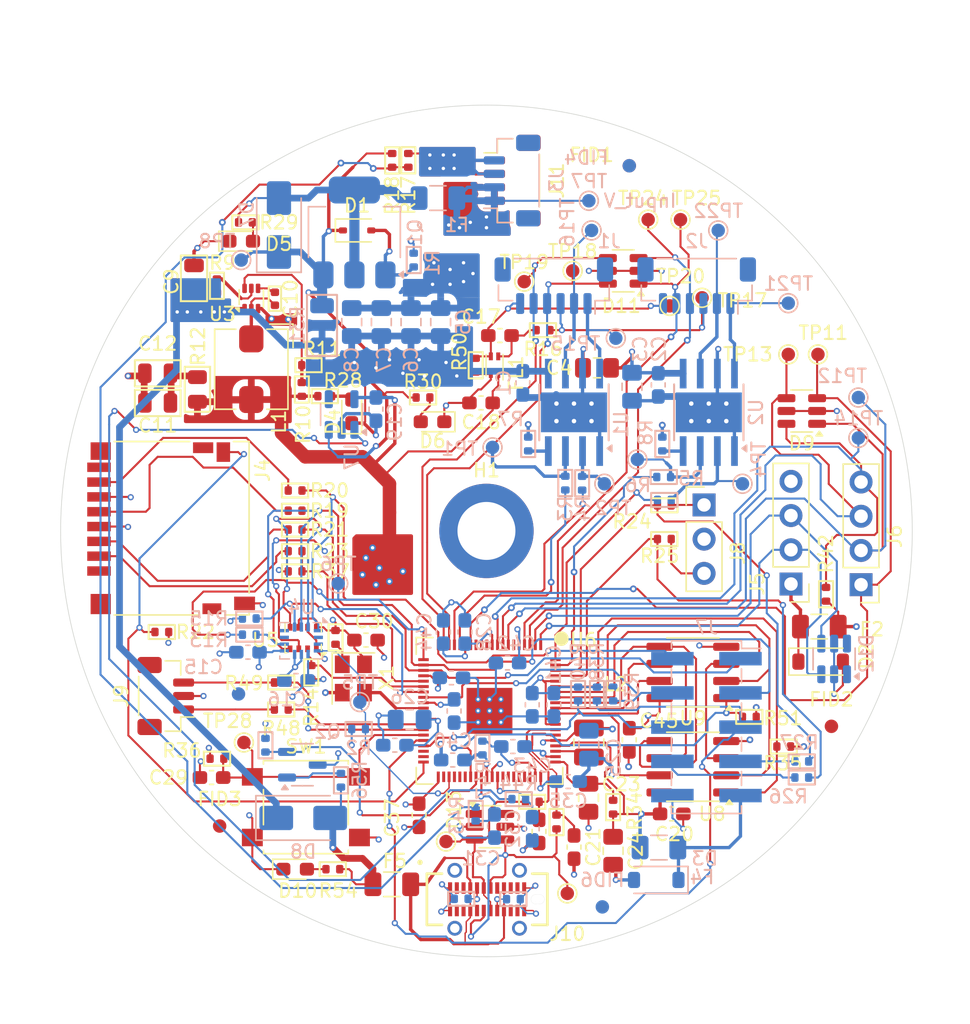
<source format=kicad_pcb>
(kicad_pcb (version 20240108) (generator "pcbnew") (generator_version "8.0")
  (layers (0 "F.Cu" signal) (1 "In1.Cu" signal) (2 "In2.Cu" signal) (31 "B.Cu" signal) (34 "B.Paste" user) (35 "F.Paste" user) (36 "B.SilkS" user "B.Silkscreen") (37 "F.SilkS" user "F.Silkscreen") (38 "B.Mask" user) (39 "F.Mask" user) (44 "Edge.Cuts" user))
  (net 0 "")
  (net 1 "GND")
  (net 2 "Board_VBATT")
  (net 3 "Net-(U3-SW)")
  (net 4 "Net-(U3-BST)")
  (net 5 "Net-(C11-Pad1)")
  (net 6 "3v3")
  (net 7 "Net-(C17-Pad1)")
  (net 8 "Encoder_GND")
  (net 9 "Net-(U6-USB_DM)")
  (net 10 "Net-(U6-USB_DP)")
  (net 11 "Net-(U6-VREG_AVDD)")
  (net 12 "/raspi/1V1")
  (net 13 "/raspi/~{RESET}")
  (net 14 "Net-(U6-GPIO40_ADC0)")
  (net 15 "Net-(U6-GPIO41_ADC1)")
  (net 18 "Net-(U6-ADC_AVDD)")
  (net 19 "Net-(D1-A)")
  (net 20 "Net-(D1-K)")
  (net 21 "Net-(D2-K)")
  (net 22 "Net-(D3-K)")
  (net 23 "Net-(D4-A)")
  (net 24 "Net-(D5-A)")
  (net 25 "Net-(D6-A)")
  (net 26 "Net-(D7-A)")
  (net 27 "/connectors+mechanical/GPS_RX")
  (net 28 "/connectors+mechanical/GPS_TX")
  (net 29 "/connectors+mechanical/GPS_RESET")
  (net 30 "/connectors+mechanical/GPS_PPS")
  (net 31 "/connectors+mechanical/GPS_INT")
  (net 32 "/connectors+mechanical/GPS_SAFE")
  (net 33 "/connectors+mechanical/Encoder0_A")
  (net 34 "/connectors+mechanical/Encoder0_B")
  (net 35 "/connectors+mechanical/Encoder1_B")
  (net 36 "/connectors+mechanical/Encoder1_A")
  (net 37 "/connectors+mechanical/Input_Voltage")
  (net 38 "Encoder_VCC")
  (net 39 "Motor0_-")
  (net 40 "Motor0_+")
  (net 41 "Motor1_+")
  (net 42 "Motor1_-")
  (net 43 "Net-(J4-DAT3{slash}CD)")
  (net 46 "Net-(J4-DAT0)")
  (net 47 "Net-(J4-CMD)")
  (net 48 "/raspi/SD_DET")
  (net 49 "Net-(J4-CLK)")
  (net 50 "/raspi/Spare_CS_0")
  (net 51 "/raspi/Expansion_RX")
  (net 52 "/sensors/MCU_SCLK")
  (net 53 "/raspi/Spare_CS_1")
  (net 54 "/sensors/MCU_SDI")
  (net 55 "/raspi/Expansion_TX")
  (net 56 "/raspi/Spare_CS_2")
  (net 57 "/sensors/MCU_SDO")
  (net 58 "/raspi/Debug_RX")
  (net 59 "/raspi/Debug_TX")
  (net 60 "Net-(J9-Pin_3)")
  (net 61 "Net-(J9-Pin_1)")
  (net 62 "Net-(U6-VREG_LX)")
  (net 63 "/raspi/IMU_INT")
  (net 64 "Net-(U1-IN1)")
  (net 65 "/motor drives/M0_IN1")
  (net 66 "Net-(U1-IN2)")
  (net 67 "/motor drives/M0_IN2")
  (net 68 "/motor drives/M1_IN1")
  (net 69 "Net-(U2-IN1)")
  (net 70 "Net-(U2-IN2)")
  (net 71 "/motor drives/M1_IN2")
  (net 72 "Net-(U1-ILIM)")
  (net 73 "Net-(U2-ILIM)")
  (net 74 "Net-(U3-EN)")
  (net 75 "Net-(U3-FB)")
  (net 76 "/raspi/IMU_CLK")
  (net 77 "Net-(U4-INT2{slash}FSYNC{slash}CLKIN)")
  (net 78 "/raspi/BAR_CS")
  (net 79 "/raspi/IMU_CS")
  (net 80 "/connectors+mechanical/VBATT_Sense")
  (net 81 "/raspi/SD_CS")
  (net 82 "/raspi/Raspi_RX")
  (net 83 "/raspi/Raspi_TX")
  (net 84 "Net-(U6-QSPI_SS)")
  (net 85 "Net-(X1-EN)")
  (net 86 "/connectors+mechanical/VBATT_I")
  (net 89 "/raspi/SWCLK")
  (net 90 "/raspi/SWDIO")
  (net 91 "Net-(U6-XIN)")
  (net 107 "USB_VBUS")
  (net 108 "Net-(D10-A)")
  (net 109 "/connectors+mechanical/DP+")
  (net 110 "/connectors+mechanical/DP-")
  (net 111 "Net-(F5-Pad2)")
  (net 112 "Net-(J10-CC2)")
  (net 113 "Net-(J10-CC1)")
  (net 114 "/raspi/~{USB_V_present}")
  (net 115 "Net-(Q2-B)")
  (net 116 "/raspi/QSPI_BK_SS")
  (net 117 "/raspi/QSPI_SD3")
  (net 119 "/raspi/QSPI_SD1")
  (net 120 "/raspi/QSPI_SD0")
  (net 122 "/raspi/QSPI_SCLK")
  (net 123 "/raspi/QSPI_SD2")
  (footprint "Resistor_SMD:R_0402_1005Metric" (layer "F.Cu") (at 139.2 105.4)
    (property "Reference" "R36")
    (property "Value" "10K")
  )
  (footprint "Diode_SMD:D_0603_1608Metric_Pad1.05x0.95mm_HandSolder" (layer "F.Cu") (at 141 67)
    (property "Reference" "D5")
    (property "Value" "LED")
  )
  (footprint "Package_TO_SOT_SMD:SOT-23-6" (layer "F.Cu") (at 159.4625 110.45)
    (property "Reference" "D13")
    (property "Value" "ESDA6V1BC6")
  )
  (footprint "Diode_SMD:D_0603_1608Metric_Pad1.05x0.95mm_HandSolder" (layer "F.Cu") (at 149.2 79.625 90)
    (property "Reference" "D4")
    (property "Value" "LED")
  )
  (footprint "TestPoint:TestPoint_Pad_D1.0mm" (layer "F.Cu") (at 171.2 65.4)
    (property "Reference" "TP24")
    (property "Value" "EN1_A")
  )
  (footprint "Capacitor_SMD:C_0603_1608Metric_Pad1.08x0.95mm_HandSolder" (layer "F.Cu") (at 160.2 74 180)
    (property "Reference" "C17")
    (property "Value" "0.1uF")
  )
  (footprint "TestPoint:TestPoint_Pad_D1.0mm" (layer "F.Cu") (at 165.2 115.4)
    (property "Reference" "TP26" (hide yes))
    (property "Value" "USB-")
  )
  (footprint "TestPoint:TestPoint_Pad_D1.0mm" (layer "F.Cu") (at 156.2 111.55)
    (property "Reference" "TP23" (hide yes))
    (property "Value" "USB+")
  )
  (footprint "Resistor_SMD:R_0402_1005Metric" (layer "F.Cu") (at 145 85.5 180)
    (property "Reference" "R20")
    (property "Value" "0")
  )
  (footprint "Resistor_SMD:R_0402_1005Metric" (layer "F.Cu") (at 147.2 78.5)
    (property "Reference" "R28")
    (property "Value" "1K")
  )
  (footprint "Resistor_SMD:R_0402_1005Metric" (layer "F.Cu") (at 145.5 78 -90)
    (property "Reference" "R10")
    (property "Value" "31.6K")
  )
  (footprint "Oscillator:Oscillator_SMD_Abracon_ASE-4Pin_3.2x2.5mm" (layer "F.Cu") (at 149.325 99.45 -90)
    (property "Reference" "X1")
    (property "Value" "ASE-12.000MHZ-L-C-T")
  )
  (footprint "Package_LGA:Bosch_LGA-8_2x2.5mm_P0.65mm_ClockwisePinNumbering" (layer "F.Cu") (at 145.6 96.45 180)
    (property "Reference" "U5")
    (property "Value" "BME280")
  )
  (footprint "TestPoint:TestPoint_Pad_D1.0mm" (layer "F.Cu") (at 173.6 65.4)
    (property "Reference" "TP25")
    (property "Value" "EN1_B")
  )
  (footprint "Diode_SMD:D_SOD-323" (layer "F.Cu") (at 149.6 66.2)
    (property "Reference" "D1")
    (property "Value" "15V")
  )
  (footprint "Capacitor_SMD:C_0805_2012Metric_Pad1.18x1.45mm_HandSolder" (layer "F.Cu") (at 168.6 112.2375 -90)
    (property "Reference" "C24")
    (property "Value" "4.7u")
  )
  (footprint "GCT:GCT_USB4115-03-C_REVB4" (layer "F.Cu") (at 159.25 115.835)
    (property "Reference" "J10")
    (property "Value" "USB_C_Receptacle_USB2.0_14P")
    (fp_line (start 3.6 0.35) (end 3.75 0.35) (stroke (width 0.01)) (layer "Edge.Cuts"))
    (fp_line (start 3.75 -0.35) (end 3.6 -0.35) (stroke (width 0.01)) (layer "Edge.Cuts"))
    (fp_line (start 3.75 0.35) (end 3.9 0.35) (stroke (width 0.01)) (layer "Edge.Cuts"))
    (fp_line (start 3.9 -0.35) (end 3.75 -0.35) (stroke (width 0.01)) (layer "Edge.Cuts"))
    (fp_arc (start 3.25 0) (mid 3.352513 -0.247487) (end 3.6 -0.35) (stroke (width 0.01)) (layer "Edge.Cuts"))
    (fp_arc (start 3.6 0.35) (mid 3.352513 0.247487) (end 3.25 0) (stroke (width 0.01)) (layer "Edge.Cuts"))
    (fp_arc (start 3.9 -0.35) (mid 4.147487 -0.247487) (end 4.25 0) (stroke (width 0.01)) (layer "Edge.Cuts"))
    (fp_arc (start 4.25 0) (mid 4.147487 0.247487) (end 3.9 0.35) (stroke (width 0.01)) (layer "Edge.Cuts"))
  )
  (footprint "Resistor_SMD:R_0402_1005Metric" (layer "F.Cu") (at 152.2 61 -90)
    (property "Reference" "R17")
    (property "Value" "320K")
  )
  (footprint "Resistor_SMD:R_0402_1005Metric" (layer "F.Cu") (at 181.26 104.5 180)
    (property "Reference" "R35")
    (property "Value" "10K")
  )
  (footprint "Capacitor_SMD:C_0805_2012Metric" (layer "F.Cu") (at 137.5 69.75 90)
    (property "Reference" "C9")
    (property "Value" "10u")
  )
  (footprint "Package_TO_SOT_SMD:SOT-23-6" (layer "F.Cu") (at 182.6 79.6 180)
    (property "Reference" "D9")
    (property "Value" "ESDA6V1BC6")
  )
  (footprint "Capacitor_SMD:C_0603_1608Metric_Pad1.08x0.95mm_HandSolder" (layer "F.Cu") (at 158.8 79 180)
    (property "Reference" "C18")
    (property "Value" "0.1uF")
  )
  (footprint "Fuse:Fuse_1206_3216Metric" (layer "F.Cu") (at 183.9 95.6 180)
    (property "Reference" "F2")
    (property "Value" "Polyfuse_Small")
  )
  (footprint "Capacitor_SMD:C_0603_1608Metric_Pad1.08x0.95mm_HandSolder" (layer "F.Cu") (at 138.8 106.8 180)
    (property "Reference" "C29")
    (property "Value" "1nF")
  )
  (footprint "Resistor_SMD:R_0402_1005Metric" (layer "F.Cu") (at 154.49 78.6)
    (property "Reference" "R30")
    (property "Value" "2.2K")
  )
  (footprint "Resistor_SMD:R_0402_1005Metric" (layer "F.Cu") (at 139.2 70.31 90)
    (property "Reference" "R9")
    (property "Value" "10K")
  )
  (footprint "Connector_PinHeader_2.54mm:PinHeader_1x04_P2.54mm_Vertical" (layer "F.Cu") (at 181.8 92.44 180)
    (property "Reference" "J5")
    (property "Value" "Conn_01x04")
  )
  (footprint "Button_Switch_SMD:SW_SPST_B3S-1000" (layer "F.Cu") (at 145.8 109)
    (property "Reference" "SW1")
    (property "Value" "SW_Omron_B3FS")
  )
  (footprint "Fiducial:Fiducial_1mm_Mask2mm" (layer "F.Cu") (at 184.8 103)
    (property "Reference" "FID2")
    (property "Value" "Fiducial")
  )
  (footprint "Resistor_SMD:R_0402_1005Metric" (layer "F.Cu") (at 158.4 76.2 -90)
    (property "Reference" "R50")
    (property "Value" "0")
  )
  (footprint "Resistor_SMD:R_0402_1005Metric" (layer "F.Cu") (at 141.31 65.6)
    (property "Reference" "R29")
    (property "Value" "2.2K")
  )
  (footprint "Resistor_SMD:R_0402_1005Metric" (layer "F.Cu") (at 146.2 99 90)
    (property "Reference" "R14")
    (property "Value" "10K")
  )
  (footprint "Capacitor_SMD:C_0805_2012Metric_Pad1.18x1.45mm_HandSolder" (layer "F.Cu") (at 167.4 76.4 180)
    (property "Reference" "C4")
    (property "Value" "10uF")
  )
  (footprint "Inductor_SMD:L_CommonModeChoke_Coilcraft_0603USB" (layer "F.Cu") (at 159.8 76.2 180)
    (property "Reference" "FL1")
    (property "Value" "Choke_Coilcraft_0603USB-222")
  )
  (footprint "Resistor_SMD:R_0402_1005Metric" (layer "F.Cu") (at 135.11 96 180)
    (property "Reference" "R22")
    (property "Value" "4.7K")
  )
  (footprint "Resistor_SMD:R_0402_1005Metric" (layer "F.Cu") (at 184.4 93.2 90)
    (property "Reference" "R42")
    (property "Value" "10K")
  )
  (footprint "Diode_SMD:D_0603_1608Metric_Pad1.05x0.95mm_HandSolder" (layer "F.Cu") (at 155.2 80.4 180)
    (property "Reference" "D6")
    (property "Value" "LED")
  )
  (footprint "Capacitor_SMD:C_0603_1608Metric_Pad1.08x0.95mm_HandSolder" (layer "F.Cu") (at 172.9465 109.5)
    (property "Reference" "C20")
    (property "Value" "0.1u")
  )
  (footprint "TestPoint:TestPoint_Pad_D1.0mm" (layer "F.Cu") (at 183.8 75.4)
    (property "Reference" "TP11")
    (property "Value" "GPS_PPS")
  )
  (footprint "TestPoint:TestPoint_Pad_D1.0mm" (layer "F.Cu") (at 181.6 75.4)
    (property "Reference" "TP13")
    (property "Value" "GPS_SAFE")
  )
  (footprint "Resistor_SMD:R_0402_1005Metric" (layer "F.Cu") (at 147.8 113.6 180)
    (property "Reference" "R54")
    (property "Value" "3K")
  )
  (footprint "Resistor_SMD:R_0402_1005Metric" (layer "F.Cu") (at 162.6 108.6 180)
    (property "Reference" "R32" (hide yes))
    (property "Value" "22")
  )
  (footprint "Capacitor_SMD:C_0402_1005Metric" (layer "F.Cu") (at 143.5 71.27 -90)
    (property "Reference" "C10")
    (property "Value" "100n")
  )
  (footprint "RP2350_KiCad-main:RP2350B_QFN-80_EP_10.573x10.573_Pitch0.4mm" (layer "F.Cu") (at 159.425 101.85 -90)
    (property "Reference" "U6")
    (property "Value" "RP2350B-QFN80")
  )
  (footprint "Capacitor_SMD:C_0603_1608Metric_Pad1.08x0.95mm_HandSolder" (layer "F.Cu") (at 150.2625 96.6)
    (property "Reference" "C30")
    (property "Value" "0.1u")
  )
  (footprint "Connector_Card:microSD_HC_Hirose_DM3D-SF" (layer "F.Cu") (at 135.8 88.3 -90)
    (property "Reference" "J4")
    (property "Value" "Micro_SD_Card_Det1")
  )
  (footprint "Inductor_SMD:L_1008_2520Metric" (layer "F.Cu") (at 166.8 104.2 -90)
    (property "Reference" "L2")
    (property "Value" "3.3u")
  )
  (footprint "Resistor_SMD:R_0402_1005Metric" (layer "F.Cu") (at 172.4 86.6)
    (property "Reference" "R24")
    (property "Value" "0")
  )
  (footprint "Package_TO_SOT_SMD:SOT-563" (layer "F.Cu") (at 141.75 71.25 90)
    (property "Reference" "U3")
    (property "Value" "AP62250Z6")
  )
  (footprint "Resistor_SMD:R_0402_1005Metric" (layer "F.Cu") (at 145 87 180)
    (property "Reference" "R19")
    (property "Value" "0")
  )
  (footprint "Resistor_SMD:R_0402_1005Metric" (layer "F.Cu") (at 143.975 99.75 180)
    (property "Reference" "R49")
    (property "Value" "100")
  )
  (footprint "Resistor_SMD:R_0805_2012Metric" (layer "F.Cu") (at 137.75 78 -90)
    (property "Reference" "R12")
    (property "Value" "0.1")
  )
  (footprint "Resistor_SMD:R_0402_1005Metric" (layer "F.Cu") (at 143.975 101.75 180)
    (property "Reference" "R48")
    (property "Value" "100")
  )
  (footprint "TestPoint:TestPoint_Pad_D1.0mm" (layer "F.Cu") (at 141.2 104.2)
    (property "Reference" "TP28")
    (property "Value" "RST")
  )
  (footprint "Capacitor_SMD:C_0603_1608Metric_Pad1.08x0.95mm_HandSolder" (layer "F.Cu") (at 154.2 109.6 -90)
    (property "Reference" "C37")
    (property "Value" "100n")
  )
  (footprint "Fiducial:Fiducial_1mm_Mask2mm" (layer "F.Cu") (at 169.8 61.4)
    (property "Reference" "FID1")
    (property "Value" "Fiducial")
  )
  (footprint "Package_SO:SOIC-8_3.9x4.9mm_P1.27mm" (layer "F.Cu") (at 174.525 106 180)
    (property "Reference" "U8")
    (property "Value" "16Mbit PSRAM")
  )
  (footprint "Connector_PinHeader_2.54mm:PinHeader_1x04_P2.54mm_Vertical" (layer "F.Cu") (at 187 92.49 180)
    (property "Reference" "J6")
    (property "Value" "Conn_01x04")
  )
  (footprint "Package_TO_SOT_SMD:SOT-23-6" (layer "F.Cu") (at 169.35 69.2 180)
    (property "Reference" "D11")
    (property "Value" "ESDA6V1BC6")
  )
  (footprint "TestPoint:TestPoint_Pad_D1.0mm" (layer "F.Cu") (at 172.8 71.8)
    (property "Reference" "TP20")
    (property "Value" "TestPoint")
  )
  (footprint "Resistor_SMD:R_0402_1005Metric" (layer "F.Cu") (at 153.4 61 90)
    (property "Reference" "R18")
    (property "Value" "100K")
  )
  (footprint "Fuse:Fuse_1206_3216Metric" (layer "F.Cu") (at 152.175 114.725)
    (property "Reference" "F5")
    (property "Value" "500mA")
  )
  (footprint "TestPoint:TestPoint_Pad_D1.0mm" (layer "F.Cu") (at 165.6 69.2)
    (property "Reference" "TP18")
    (property "Value" "EN0_A")
  )
  (footprint "Connector_JST:JST_SH_BM03B-SRSS-TB_1x03-1MP_P1.00mm_Vertical" (layer "F.Cu") (at 135.4 100.75 90)
    (property "Reference" "J9")
    (property "Value" "debug_probe")
  )
  (footprint "Fiducial:Fiducial_1mm_Mask2mm" (layer "F.Cu") (at 139.4 110.4)
    (property "Reference" "FID3")
    (property "Value" "Fiducial")
  )
  (footprint "Inductor_SMD:L_Bourns_SRP5030T" (layer "F.Cu") (at 141.75 76.5 -90)
    (property "Reference" "L1")
    (property "Value" "2.2u")
  )
  (footprint "Package_SO:SOIC-8_3.9x4.9mm_P1.27mm" (layer "F.Cu") (at 174.525 99 180)
    (property "Reference" "U9")
    (property "Value" "16Mbit PSRAM")
  )
  (footprint "Resistor_SMD:R_0402_1005Metric" (layer "F.Cu") (at 148 96.4 -90)
    (property "Reference" "R41" (hide yes))
    (property "Value" "10K")
  )
  (footprint "Capacitor_SMD:C_0603_1608Metric_Pad1.08x0.95mm_HandSolder" (layer "F.Cu") (at 163.1 110.8 -90)
    (property "Reference" "C22" (hide yes))
    (property "Value" "47nF")
  )
  (footprint "Capacitor_SMD:C_0805_2012Metric" (layer "F.Cu") (at 134.8 79 180)
    (property "Reference" "C11")
    (property "Value" "22u")
  )
  (footprint "TestPoint:TestPoint_Pad_D1.0mm" (layer "F.Cu") (at 175.2 71.2)
    (property "Reference" "TP17")
    (property "Value" "TestPoint")
  )
  (footprint "Resistor_SMD:R_0402_1005Metric" (layer "F.Cu") (at 163.4 73.6 180)
    (property "Reference" "R16")
    (property "Value" "0")
  )
  (footprint "Resistor_SMD:R_0402_1005Metric" (layer "F.Cu") (at 164.4 110.1 -90)
    (property "Reference" "R33" (hide yes))
    (property "Value" "22")
  )
  (footprint "Diode_SMD:D_SOD-123" (layer "F.Cu") (at 184 98.2)
    (property "Reference" "D2")
    (property "Value" "D_Schottky")
  )
  (footprint "Resistor_SMD:R_0402_1005Metric" (layer "F.Cu") (at 145 90 180)
    (property "Reference" "R23")
    (property "Value" "0")
  )
  (footprint "Resistor_SMD:R_0402_1005Metric" (layer "F.Cu") (at 145 91.5)
    (property "Reference" "R37")
    (property "Value" "10K")
  )
  (footprint "Connector_PinHeader_2.54mm:PinHeader_1x03_P2.54mm_Vertical" (layer "F.Cu") (at 175.35 86.57)
    (property "Reference" "J8")
    (property "Value" "Conn_01x03")
  )
  (footprint "Resistor_SMD:R_0402_1005Metric" (layer "F.Cu") (at 145 88.4 180)
    (property "Reference" "R21")
    (property "Value" "0")
  )
  (footprint "Resistor_SMD:R_0402_1005Metric" (layer "F.Cu") (at 146 76.2 180)
    (property "Reference" "R11")
    (property "Value" "10K")
  )
  (footprint "Capacitor_SMD:C_0805_2012Metric" (layer "F.Cu") (at 134.8 76.8 180)
    (property "Reference" "C12")
    (property "Value" "22u")
  )
  (footprint "Diode_SMD:D_0603_1608Metric_Pad1.05x0.95mm_HandSolder" (layer "F.Cu") (at 145 113.6)
    (property "Reference" "D10")
    (property "Value" "LED")
  )
  (footprint "Resistor_SMD:R_0402_1005Metric" (layer "F.Cu") (at 172.4 89.1 180)
    (property "Reference" "R25")
    (property "Value" "0")
  )
  (footprint "TestPoint:TestPoint_Pad_D1.0mm" (layer "F.Cu") (at 162 70)
    (property "Reference" "TP19")
    (property "Value" "EN0_B")
  )
  (footprint "Connector_JST:JST_SH_BM04B-SRSS-TB_1x04-1MP_P1.00mm_Vertical" (layer "F.Cu") (at 161.125 62.5 -90)
    (property "Reference" "J11")
    (property "Value" "Battery Input")
  )
  (footprint "Resistor_SMD:R_0402_1005Metric" (layer "F.Cu") (at 178.71 102.3 180)
    (property "Reference" "R51")
    (property "Value" "10K")
  )
  (footprint "Capacitor_SMD:C_0603_1608Metric_Pad1.08x0.95mm_HandSolder" (layer "F.Cu") (at 165.7 111.9625 -90)
    (property "Reference" "C21")
    (property "Value" "47nF")
  )
  (footprint "Capacitor_SMD:C_0603_1608Metric_Pad1.08x0.95mm_HandSolder" (layer "F.Cu") (at 169.8 104 -90)
    (property "Reference" "C45")
    (property "Value" "0.1u")
  )
  (footprint "Capacitor_SMD:C_0805_2012Metric_Pad1.18x1.45mm_HandSolder" (layer "F.Cu") (at 166.775 108.3 -90)
    (property "Reference" "C23")
    (property "Value" "4.7u")
  )
  (footprint "Resistor_SMD:R_0402_1005Metric" (layer "F.Cu") (at 168.6 109 90)
    (property "Reference" "R34")
    (property "Value" "33")
  )
  (footprint "MountingHole:MountingHole_4.3mm_M4_ISO14580_Pad" (layer "F.Cu") (at 159.2 88.5)
    (property "Reference" "H1")
    (property "Value" "MountingHole_Pad")
  )
  (footprint "Resistor_SMD:R_0402_1005Metric" (layer "B.Cu") (at 161.2 115.825 180)
    (property "Reference" "R53" (hide yes))
    (property "Value" "5.1K")
  )
  (footprint "Package_TO_SOT_SMD:SOT-223" (layer "B.Cu") (at 149.4 66.35 90)
    (property "Reference" "Q1")
    (property "Value" "BSP613P")
  )
  (footprint "Resistor_SMD:R_0402_1005Metric" (layer "B.Cu") (at 141.6 96.2)
    (property "Reference" "R13")
    (property "Value" "0")
  )
  (footprint "Resistor_SMD:R_0402_1005Metric" (layer "B.Cu") (at 168.6 100.6 -90)
    (property "Reference" "R39")
    (property "Value" "10K")
  )
  (footprint "Capacitor_SMD:C_0603_1608Metric_Pad1.08x0.95mm_HandSolder" (layer "B.Cu") (at 151 79.4625 -90)
    (property "Reference" "C19")
    (property "Value" "1u")
  )
  (footprint "TestPoint:TestPoint_Pad_D1.0mm" (layer "B.Cu") (at 168.8 74.2 180)
    (property "Reference" "TP15")
    (property "Value" "M0+")
  )
  (footprint "Capacitor_SMD:C_0603_1608Metric_Pad1.08x0.95mm_HandSolder" (layer "B.Cu") (at 171.95 77.6625 -90)
    (property "Reference" "C2")
    (property "Value" "0.1uF")
  )
  (footprint "Capacitor_SMD:C_0603_1608Metric_Pad1.08x0.95mm_HandSolder" (layer "B.Cu") (at 161.9 77.5125 -90)
    (property "Reference" "C1")
    (property "Value" "0.1uF")
  )
  (footprint "Resistor_SMD:R_0402_1005Metric" (layer "B.Cu") (at 149.71 103.2)
    (property "Reference" "R2")
    (property "Value" "10K")
  )
  (footprint "Resistor_SMD:R_0402_1005Metric" (layer "B.Cu") (at 141.6 95)
    (property "Reference" "R15")
    (property "Value" "10K")
  )
  (footprint "Diode_SMD:D_SMA" (layer "B.Cu") (at 145.6 109.8)
    (property "Reference" "D8")
    (property "Value" "D")
  )
  (footprint "Connector_JST:JST_SH_BM06B-SRSS-TB_1x06-1MP_P1.00mm_Vertical" (layer "B.Cu") (at 174.8 70.3 180)
    (property "Reference" "J2")
    (property "Value" "Motor1")
  )
  (footprint "Package_TO_SOT_SMD:SOT-23-5" (layer "B.Cu") (at 148.45 79.8625 90)
    (property "Reference" "U7")
    (property "Value" "INA180A1")
  )
  (footprint "Capacitor_SMD:C_0805_2012Metric_Pad1.18x1.45mm_HandSolder" (layer "B.Cu") (at 153.5 102.5 180)
    (property "Reference" "C26")
    (property "Value" "4.7u")
  )
  (footprint "Fiducial:Fiducial_1mm_Mask2mm" (layer "B.Cu") (at 169.8 61.4 180)
    (property "Reference" "FID4")
    (property "Value" "Fiducial")
  )
  (footprint "Capacitor_SMD:C_0805_2012Metric_Pad1.18x1.45mm_HandSolder" (layer "B.Cu") (at 155.8 73 90)
    (property "Reference" "C5")
    (property "Value" "10uF")
  )
  (footprint "Resistor_SMD:R_1206_3216Metric" (layer "B.Cu") (at 147 73.25 -90)
    (property "Reference" "R31")
    (property "Value" "0.08")
  )
  (footprint "Capacitor_SMD:C_0603_1608Metric_Pad1.08x0.95mm_HandSolder" (layer "B.Cu") (at 145.0625 99.6 180)
    (property "Reference" "C16")
    (property "Value" "1uF")
  )
  (footprint "Package_SO:Texas_HTSOP-8-1EP_3.9x4.9mm_P1.27mm_EP2.95x4.9mm_Mask2.4x3.1mm_ThermalVias" (layer "B.Cu") (at 165.695 79.7 90)
    (property "Reference" "U1")
    (property "Value" "DRV8871DDA")
  )
  (footprint "Capacitor_SMD:C_0603_1608Metric_Pad1.08x0.95mm_HandSolder" (layer "B.Cu") (at 162.6 110.6 -90)
    (property "Reference" "C32")
    (property "Value" "1.6nF")
  )
  (footprint "Capacitor_SMD:C_0603_1608Metric_Pad1.08x0.95mm_HandSolder" (layer "B.Cu") (at 156.8 101.8625 -90)
    (property "Reference" "C38" (hide yes))
    (property "Value" "100n")
  )
  (footprint "Resistor_SMD:R_0402_1005Metric" (layer "B.Cu") (at 162.3 82.05 90)
    (property "Reference" "R7")
    (property "Value" "86.6K")
  )
  (footprint "Capacitor_SMD:C_0603_1608Metric_Pad1.08x0.95mm_HandSolder" (layer "B.Cu") (at 152.4 104.4 180)
    (property "Reference" "C27" (hide yes))
    (property "Value" "100n")
  )
  (footprint "Package_TO_SOT_SMD:SOT-23-3" (layer "B.Cu") (at 145.5375 105.85)
    (property "Reference" "Q2")
    (property "Value" "Q_NPN_BCE")
  )
  (footprint "TestPoint:TestPoint_Pad_D1.0mm" (layer "B.Cu") (at 186.8 78.6 180)
    (property "Reference" "TP12")
    (property "Value" "GPS_RST")
  )
  (footprint "TestPoint:TestPoint_Pad_D1.0mm" (layer "B.Cu") (at 148.2 92.4 180)
    (property "Reference" "TP6")
    (property "Value" "TestPoint")
  )
  (footprint "Resistor_SMD:R_0402_1005Metric" (layer "B.Cu") (at 182.6 106.8)
    (property "Reference" "R26")
    (property "Value" "0")
  )
  (footprint "Capacitor_SMD:C_0805_2012Metric_Pad1.18x1.45mm_HandSolder" (layer "B.Cu") (at 170 77.8 -90)
    (property "Reference" "C3")
    (property "Value" "10uF")
  )
  (footprint "Connector_PinHeader_2.54mm:PinHeader_2x05_P2.54mm_Vertical_SMD" (layer "B.Cu") (at 175.525 103.06 180)
    (property "Reference" "J7")
    (property "Value" "Conn_02x05_Odd_Even")
  )
  (footprint "Capacitor_SMD:C_0603_1608Metric_Pad1.08x0.95mm_HandSolder" (layer "B.Cu") (at 165.2625 107.1)
    (property "Reference" "C35")
    (property "Value" "100n")
  )
  (footprint "Resistor_SMD:R_0402_1005Metric" (layer "B.Cu") (at 158.9 104.61 90)
    (property "Reference" "R47")
    (property "Value" "10")
  )
  (footprint "Capacitor_SMD:C_0603_1608Metric_Pad1.08x0.95mm_HandSolder" (layer "B.Cu") (at 159.8 110.4 -90)
    (property "Reference" "C31")
    (property "Value" "1.6nF")
  )
  (footprint "TestPoint:TestPoint_Pad_D1.0mm" (layer "B.Cu") (at 170.4 83.2 180)
    (property "Reference" "TP3" (hide yes))
    (property "Value" "TestPoint")
  )
  (footprint "TestPoint:TestPoint_Pad_D1.0mm" (layer "B.Cu") (at 186.8 81.6 180)
    (property "Reference" "TP14")
    (property "Value" "GPS_INT")
  )
  (footprint "TestPoint:TestPoint_Pad_D1.0mm" (layer "B.Cu") (at 159.65 82.3 180)
    (property "Reference" "TP1")
    (property "Value" "TestPoint")
  )
  (footprint "Connector_JST:JST_SH_BM06B-SRSS-TB_1x06-1MP_P1.00mm_Vertical" (layer "B.Cu") (at 164.2 70.3 180)
    (property "Reference" "J1")
    (property "Value" "Motor0")
  )
  (footprint "Resistor_SMD:R_0402_1005Metric" (layer "B.Cu") (at 148.4 107 -90)
    (property "Reference" "R56")
    (property "Value" "10")
  )
  (footprint "Fiducial:Fiducial_1mm_Mask2mm" (layer "B.Cu") (at 167.8 116.4 180)
    (property "Reference" "FID6")
    (property "Value" "Fiducial")
  )
  (footprint "Resistor_SMD:R_0402_1005Metric" (layer "B.Cu") (at 172.35 84.5)
    (property "Reference" "R5")
    (property "Value" "0")
  )
  (footprint "Fuse:Fuse_1206_3216Metric" (layer "B.Cu") (at 155.6 63.8 180)
    (property "Reference" "F1")
    (property "Value" "2A")
  )
  (footprint "Diode_SMD:D_SOD-123" (layer "B.Cu") (at 171.8 114.4 180)
    (property "Reference" "D3")
    (property "Value" "D_Schottky")
  )
  (footprint "Capacitor_SMD:C_0805_2012Metric_Pad1.18x1.45mm_HandSolder" (layer "B.Cu") (at 166.8 104.3625 -90)
    (property "Reference" "C25")
    (property "Value" "4.7u")
  )
  (footprint "Resistor_SMD:R_0402_1005Metric" (layer "B.Cu") (at 167.4 100.6 -90)
    (property "Reference" "R38")
    (property "Value" "10K")
  )
  (footprint "Resistor_SMD:R_0402_1005Metric" (layer "B.Cu") (at 142.8 104.4 -90)
    (property "Reference" "R55" (hide yes))
    (property "Value" "10K")
  )
  (footprint "Resistor_SMD:R_0402_1005Metric" (layer "B.Cu") (at 161.6 108.4 180)
    (property "Reference" "R44")
    (property "Value" "10K")
  )
  (footprint "Capacitor_SMD:C_0603_1608Metric_Pad1.08x0.95mm_HandSolder" (layer "B.Cu") (at 141.5 97.5 180)
    (property "Reference" "C15")
    (property "Value" "1uF")
  )
  (footprint "Fiducial:Fiducial_1mm_Mask2mm" (layer "B.Cu") (at 140.8 100.6 180)
    (property "Reference" "FID5" (hide yes))
    (property "Value" "Fiducial")
  )
  (footprint "Capacitor_SMD:C_0805_2012Metric_Pad1.18x1.45mm_HandSolder" (layer "B.Cu") (at 153.6 73 90)
    (property "Reference" "C6")
    (property "Value" "10uF")
  )
  (footprint "TestPoint:TestPoint_Pad_D1.0mm" (layer "B.Cu") (at 167.95 85 180)
    (property "Reference" "TP2")
    (property "Value" "TestPoint")
  )
  (footprint "TestPoint:TestPoint_Pad_D1.0mm" (layer "B.Cu") (at 181.6 71.6 180)
    (property "Reference" "TP21")
    (property "Value" "M1+")
  )
  (footprint "Capacitor_SMD:C_0603_1608Metric_Pad1.08x0.95mm_HandSolder" (layer "B.Cu") (at 162.6 101.4 -90)
    (property "Reference" "C36" (hide yes))
    (property "Value" "100n")
  )
  (footprint "TestPoint:TestPoint_Pad_D1.0mm" (layer "B.Cu") (at 178.2 85 180)
    (property "Reference" "TP4")
    (property "Value" "TestPoint")
  )
  (footprint "TestPoint:TestPoint_Pad_D1.0mm" (layer "B.Cu") (at 167 66.2 180)
    (property "Reference" "TP16")
    (property "Value" "M0-")
  )
  (footprint "Capacitor_SMD:C_0603_1608Metric_Pad1.08x0.95mm_HandSolder" (layer "B.Cu") (at 156.7 105.5 180)
    (property "Reference" "C40")
    (property "Value" "100n")
  )
  (footprint "Fuse:Fuse_1206_3216Metric" (layer "B.Cu") (at 172 112)
    (property "Reference" "F4")
    (property "Value" "Polyfuse_Small")
  )
  (footprint "Capacitor_SMD:C_0805_2012Metric_Pad1.18x1.45mm_HandSolder" (layer "B.Cu") (at 151.4 73 90)
    (property "Reference" "C7")
    (property "Value" "10uF")
  )
  (footprint "Capacitor_SMD:C_0603_1608Metric_Pad1.08x0.95mm_HandSolder" (layer "B.Cu") (at 164.2 101.4 -90)
    (property "Reference" "C41")
    (property "Value" "100n")
  )
  (footprint "Capacitor_SMD:C_0603_1608Metric_Pad1.08x0.95mm_HandSolder" (layer "B.Cu") (at 156.6 99.4)
    (property "Reference" "C39" (hide yes))
    (property "Value" "100n")
  )
  (footprint "TestPoint:TestPoint_Pad_D1.0mm" (layer "B.Cu") (at 141 68.4 180)
    (property "Reference" "TP8")
    (property "Value" "TestPoint")
  )
  (footprint "Connector_JST:JST_SH_BM04B-SRSS-TB_1x04-1MP_P1.00mm_Vertical" (layer "B.Cu") (at 161.1 62.5 90)
    (property "Reference" "J3")
    (property "Value" "Battery Input")
  )
  (footprint "Resistor_SMD:R_0402_1005Metric" (layer "B.Cu") (at 172.4 86.2 180)
    (property "Reference" "R6")
    (property "Value" "0")
  )
  (footprint "Resistor_SMD:R_0402_1005Metric" (layer "B.Cu") (at 157.325 115.8)
    (property "Reference" "R52" (hide yes))
    (property "Value" "5.1K")
  )
  (footprint "Package_TO_SOT_SMD:SOT-23-6" (layer "B.Cu") (at 185 98 90)
    (property "Reference" "D12")
    (property "Value" "ESDA6V1BC6")
  )
  (footprint "Capacitor_SMD:C_0603_1608Metric_Pad1.08x0.95mm_HandSolder" (layer "B.Cu") (at 157.6 96 90)
    (property "Reference" "C28")
    (property "Value" "100n")
  )
  (footprint "Capacitor_SMD:C_0603_1608Metric_Pad1.08x0.95mm_HandSolder" (layer "B.Cu") (at 156 96 90)
    (property "Reference" "C44")
    (property "Value" "100n")
  )
  (footprint "TestPoint:TestPoint_Pad_D1.0mm" (layer "B.Cu") (at 176.4 66.2 180)
    (property "Reference" "TP22")
    (property "Value" "M1-")
  )
  (footprint "TestPoint:TestPoint_Pad_D1.0mm" (layer "B.Cu") (at 149.8 101.2 180)
    (property "Reference" "TP5")
    (property "Value" "TestPoint")
  )
  (footprint "Resistor_SMD:R_0402_1005Metric" (layer "B.Cu") (at 165.05 84.95 90)
    (property "Reference" "R3")
    (property "Value" "0")
  )
  (footprint "Resistor_SMD:R_0402_1005Metric" (layer "B.Cu") (at 166 100.6 -90)
    (property "Reference" "R40")
    (property "Value" "10K")
  )
  (footprint "Resistor_SMD:R_0402_1005Metric" (layer "B.Cu") (at 182.6 105.6 180)
    (property "Reference" "R27")
    (property "Value" "0")
  )
  (footprint "Resistor_SMD:R_0402_1005Metric" (layer "B.Cu") (at 172.25 82.05 90)
    (property "Reference" "R8")
    (property "Value" "86.6K")
  )
  (footprint "TestPoint:TestPoint_Pad_D1.0mm" (layer "B.Cu") (at 166.8 64 180)
    (property "Reference" "TP7")
    (property "Value" "Input_V")
  )
  (footprint "Capacitor_SMD:C_0805_2012Metric_Pad1.18x1.45mm_HandSolder" (layer "B.Cu") (at 149.2 73 90)
    (property "Reference" "C8")
    (property "Value" "10uF")
  )
  (footprint "Diode_SMD:D_SMA" (layer "B.Cu") (at 143.8 65.8 90)
    (property "Reference" "D7")
    (property "Value" "D")
  )
  (footprint "Resistor_SMD:R_0402_1005Metric" (layer "B.Cu") (at 166.3 84.96 -90)
    (property "Reference" "R4")
    (property "Value" "0")
  )
  (footprint "Package_LGA:Bosch_LGA-14_3x2.5mm_P0.5mm" (layer "B.Cu") (at 145.4625 96.65 180)
    (property "Reference" "U4")
    (property "Value" "IIM-42652" (hide yes))
  )
  (footprint "Capacitor_SMD:C_0603_1608Metric_Pad1.08x0.95mm_HandSolder" (layer "B.Cu") (at 161.1625 104.5)
    (property "Reference" "C43")
    (property "Value" "2.2u")
  )
  (footprint "Package_SO:Texas_HTSOP-8-1EP_3.9x4.9mm_P1.27mm_EP2.95x4.9mm_Mask2.4x3.1mm_ThermalVias" (layer "B.Cu") (at 175.7 79.7 90)
    (property "Reference" "U2")
    (property "Value" "DRV8871DDA")
  )
  (footprint "Resistor_SMD:R_0402_1005Metric" (layer "B.Cu") (at 153.8 68.4 90)
    (property "Reference" "R1")
    (property "Value" "100K")
  )
  (footprint "Capacitor_SMD:C_0603_1608Metric_Pad1.08x0.95mm_HandSolder" (layer "B.Cu") (at 160.7625 98.3 180)
    (property "Reference" "C42")
    (property "Value" "100n")
  )
  (footprint "Resistor_SMD:R_0402_1005Metric" (layer "B.Cu") (at 158.4 109.51 90)
    (property "Reference" "R43")
    (property "Value" "10K")
  )
  (gr_circle (center 159.2 88.5) (end 190.8 88.5) (stroke (width 0.05)) (fill none) (layer "Edge.Cuts"))
  (gr_text "Input_V" (at 170.6 64 0) (layer "B.SilkS") (effects (font (size 1 1)) (justify mirror)))
  (segment (start 142.5 72) (end 143.25 72.75) (width 0.25) (layer "F.Cu") (net 1))
  (segment (start 158.325 110.45) (end 157.05 110.45) (width 0.1524) (layer "F.Cu") (net 1))
  (segment (start 156.075 80.4) (end 156.075 79.325) (width 0.1524) (layer "F.Cu") (net 1))
  (segment (start 146.575 96.625) (end 145.925 95.975) (width 0.1524) (layer "F.Cu") (net 1))
  (segment (start 166.775 109.3375) (end 166.775 110.55) (width 0.15) (layer "F.Cu") (net 1))
  (segment (start 147.25 100.5) (end 148.5 100.5) (width 0.25) (layer "F.Cu") (net 1))
  (segment (start 153.2 60.49) (end 154.89 60.49) (width 0.15) (layer "F.Cu") (net 1))
  (segment (start 133.65 77) (end 132.6 77) (width 0.5) (layer "F.Cu") (net 1))
  (segment (start 158.4 62) (end 158 61.6) (width 0.25) (layer "F.Cu") (net 1))
  (segment (start 140.125 67) (end 138.25 67) (width 0.15) (layer "F.Cu") (net 1))
  (segment (start 146.575 96.625) (end 146.575 97.25) (width 0.1524) (layer "F.Cu") (net 1))
  (segment (start 158.8 78) (end 159.525 77.275) (width 0.1524) (layer "F.Cu") (net 1))
  (segment (start 151.125 97.225) (end 151.125 96.6) (width 0.1524) (layer "F.Cu") (net 1))
  (segment (start 177 104.095) (end 178.655 104.095) (width 0.15) (layer "F.Cu") (net 1))
  (segment (start 158 61.6) (end 156.8 61.6) (width 0.25) (layer "F.Cu") (net 1))
  (segment (start 159.8 61) (end 157.2 61) (width 0.25) (layer "F.Cu") (net 1))
  (segment (start 185 100.6) (end 185.65 99.95) (width 0.1524) (layer "F.Cu") (net 1))
  (segment (start 158.6 78) (end 158.8 78) (width 0.1524) (layer "F.Cu") (net 1))
  (segment (start 142.4 113.6) (end 142.2 113.4) (width 0.15) (layer "F.Cu") (net 1))
  (segment (start 151.05 111.25) (end 151.2 111.4) (width 0.15) (layer "F.Cu") (net 1))
  (segment (start 150.1 80.5) (end 151 81.4) (width 0.25) (layer "F.Cu") (net 1))
  (segment (start 168.2125 69.2) (end 170.4875 69.2) (width 0.1524) (layer "F.Cu") (net 1))
  (segment (start 157.2 61) (end 156.8 60.6) (width 0.25) (layer "F.Cu") (net 1))
  (segment (start 183.7375 79.6) (end 185.2 79.6) (width 0.1524) (layer "F.Cu") (net 1))
  (segment (start 156.5 116.67) (end 155.93 116.67) (width 0.1016) (layer "F.Cu") (net 1))
  (segment (start 153.1375 110.4625) (end 153.1 110.5) (width 0.15) (layer "F.Cu") (net 1))
  (segment (start 132.775 85.975) (end 132.8 86) (width 0.1524) (layer "F.Cu") (net 1))
  (segment (start 162.65 115) (end 162.825 114.825) (width 0.1016) (layer "F.Cu") (net 1))
  (segment (start 168.8 114.4) (end 168.8 113.475) (width 0.25) (layer "F.Cu") (net 1))
  (segment (start 141.825 113.025) (end 141.825 111.25) (width 0.15) (layer "F.Cu") (net 1))
  (segment (start 156.075 79.325) (end 156.2 79.2) (width 0.1524) (layer "F.Cu") (net 1))
  (segment (start 150.2 77.8) (end 148.6 76.2) (width 0.15) (layer "F.Cu") (net 1))
  (segment (start 136.725 100.75) (end 138.2 100.75) (width 0.1524) (layer "F.Cu") (net 1))
  (segment (start 168.2125 69.2) (end 166.8 69.2) (width 0.1524) (layer "F.Cu") (net 1))
  (segment (start 155.93 116.67) (end 155.85 116.75) (width 0.1016) (layer "F.Cu") (net 1))
  (segment (start 156.175 115) (end 155.9 114.725) (width 0.1016) (layer "F.Cu") (net 1))
  (segment (start 150.1 80.5) (end 150.2 80.4) (width 0.15) (layer "F.Cu") (net 1))
  (segment (start 142.25 72) (end 142.5 72) (width 0.25) (layer "F.Cu") (net 1))
  (segment (start 154.89 60.49) (end 155 60.6) (width 0.15) (layer "F.Cu") (net 1))
  (segment (start 169.75 104.9125) (end 169.8 104.8625) (width 0.15) (layer "F.Cu") (net 1))
  (segment (start 159.525 77.275) (end 159.525 76.855) (width 0.1524) (layer "F.Cu") (net 1))
  (segment (start 185.65 99.95) (end 185.65 98.2) (width 0.1524) (layer "F.Cu") (net 1))
  (segment (start 159.8 62) (end 158.4 62) (width 0.25) (layer "F.Cu") (net 1))
  (segment (start 141.825 109.825) (end 141.6 109.6) (width 0.15) (layer "F.Cu") (net 1))
  (segment (start 157.9375 78.6625) (end 158.6 78) (width 0.1524) (layer "F.Cu") (net 1))
  (segment (start 148.6 76.2) (end 146.51 76.2) (width 0.15) (layer "F.Cu") (net 1))
  (segment (start 156.5 116.67) (end 156.5 115) (width 0.1016) (layer "F.Cu") (net 1))
  (segment (start 181.4625 79.6) (end 183.7375 79.6) (width 0.1524) (layer "F.Cu") (net 1))
  (segment (start 169.75 106) (end 169.75 104.9125) (width 0.15) (layer "F.Cu") (net 1))
  (segment (start 149 80.5) (end 150.1 80.5) (width 0.25) (layer "F.Cu") (net 1))
  (segment (start 173.8 110.6) (end 173.8 109.509) (width 0.15) (layer "F.Cu") (net 1))
  (segment (start 157.9375 79) (end 156.4 79) (width 0.1524) (layer "F.Cu") (net 1))
  (segment (start 165.7 112.825) (end 165.7 114) (width 0.25) (layer "F.Cu") (net 1))
  (segment (start 130.45 85.975) (end 132.775 85.975) (width 0.1524) (layer "F.Cu") (net 1))
  (segment (start 163.1 111.6625) (end 162.4375 111.6625) (width 0.25) (layer "F.Cu") (net 1))
  (segment (start 161.85 110.45) (end 162 110.6) (width 0.1524) (layer "F.Cu") (net 1))
  (segment (start 170.4875 69.2) (end 172.2 69.2) (width 0.1524) (layer "F.Cu") (net 1))
  (segment (start 146.575 97.375) (end 147.2 98) (width 0.1524) (layer "F.Cu") (net 1))
  (segment (start 175.34 89.1) (end 175.35 89.11) (width 0.15) (layer "F.Cu") (net 1))
  (segment (start 144.125 113.6) (end 142.4 113.6) (width 0.15) (layer "F.Cu") (net 1))
  (segment (start 151.6 97.9) (end 151.6 97.7) (width 0.1524) (layer "F.Cu") (net 1))
  (segment (start 156.5 115) (end 156.175 115) (width 0.1016) (layer "F.Cu") (net 1))
  (segment (start 149.775 111.25) (end 151.05 111.25) (width 0.15) (layer "F.Cu") (net 1))
  (segment (start 142.2 113.4) (end 141.825 113.025) (width 0.15) (layer "F.Cu") (net 1))
  (segment (start 137.9375 105.6625) (end 138 105.6) (width 0.1524) (layer "F.Cu") (net 1))
  (segment (start 168.8 113.475) (end 168.6 113.275) (width 0.25) (layer "F.Cu") (net 1))
  (segment (start 159.525 76.855) (end 158.545 76.855) (width 0.1524) (layer "F.Cu") (net 1))
  (segment (start 162 116.67) (end 162.645 116.67) (width 0.1016) (layer "F.Cu") (net 1))
  (segment (start 157.9375 79) (end 157.9375 78.6625) (width 0.1524) (layer "F.Cu") (net 1))
  (segment (start 142.475 93.875) (end 142.6 94) (width 0.1524) (layer "F.Cu") (net 1))
  (segment (start 141.825 111.25) (end 141.825 109.825) (width 0.15) (layer "F.Cu") (net 1))
  (segment (start 137.5 67.75) (end 137.75 67.5) (width 0.25) (layer "F.Cu") (net 1))
  (segment (start 133.8 79.01) (end 133.8 77) (width 0.5) (layer "F.Cu") (net 1))
  (segment (start 145.925 95.975) (end 145.925 95.65) (width 0.1524) (layer "F.Cu") (net 1))
  (segment (start 178.655 104.095) (end 178.75 104) (width 0.15) (layer "F.Cu") (net 1))
  (segment (start 164.3215 105.25) (end 163.65 105.25) (width 0.15) (layer "F.Cu") (net 1))
  (segment (start 138.25 67) (end 137.75 67.5) (width 0.15) (layer "F.Cu") (net 1))
  (segment (start 163.65 105.25) (end 163.4 105) (width 0.15) (layer "F.Cu") (net 1))
  (segment (start 141.25 93.875) (end 142.475 93.875) (width 0.1524) (layer "F.Cu") (net 1))
  (segment (start 137.9375 106.8) (end 137.9375 105.6625) (width 0.1524) (layer "F.Cu") (net 1))
  (segment (start 151.6 97.7) (end 151.125 97.225) (width 0.1524) (layer "F.Cu") (net 1))
  (segment (start 162.4375 111.6625) (end 161.9 112.2) (width 0.25) (layer "F.Cu") (net 1))
  (segment (start 154.2 110.4625) (end 153.1375 110.4625) (width 0.15) (layer "F.Cu") (net 1))
  (segment (start 150.2 80.4) (end 150.2 77.8) (width 0.15) (layer "F.Cu") (net 1))
  (segment (start 146.575 97.25) (end 146.575 97.375) (width 0.1524) (layer "F.Cu") (net 1))
  (segment (start 173.8 109.509) (end 173.809 109.5) (width 0.15) (layer "F.Cu") (net 1))
  (segment (start 162.645 116.67) (end 162.875 116.9) (width 0.1016) (layer "F.Cu") (net 1))
  (segment (start 158.545 76.855) (end 158.4 76.71) (width 0.1524) (layer "F.Cu") (net 1))
  (segment (start 156.4 79) (end 156.2 79.2) (width 0.1524) (layer "F.Cu") (net 1))
  (segment (start 166.3625 75.0375) (end 166.4 75) (width 0.25) (layer "F.Cu") (net 1))
  (segment (start 137.5 68.8) (end 137.5 67.75) (width 0.25) (layer "F.Cu") (net 1))
  (segment (start 175.095 97.095) (end 175 97) (width 0.15) (layer "F.Cu") (net 1))
  (segment (start 177 97.095) (end 175.095 97.095) (width 0.15) (layer "F.Cu") (net 1))
  (segment (start 166.3625 76.4) (end 166.3625 75.0375) (width 0.25) (layer "F.Cu") (net 1))
  (segment (start 160.6 110.45) (end 161.85 110.45) (width 0.1524) (layer "F.Cu") (net 1))
  (segment (start 162 115) (end 162.65 115) (width 0.1016) (layer "F.Cu") (net 1))
  (via (at 156.2 79.2) (size 0.4572) (drill 0.254) (layers "F.Cu" "B.Cu") (net 1))
  (via (at 157.5 68.6) (size 0.4572) (drill 0.254) (layers "F.Cu" "B.Cu") (net 1))
  (via (at 145 98.6) (size 0.4572) (drill 0.254) (layers "F.Cu" "B.Cu") (net 1))
  (via (at 172.2 69.2) (size 0.4572) (drill 0.254) (layers "F.Cu" "B.Cu") (net 1))
  (via (at 176.4 75) (size 0.4572) (drill 0.254) (layers "F.Cu" "B.Cu") (net 1))
  (via (at 137.75 67.5) (size 0.4572) (drill 0.254) (layers "F.Cu" "B.Cu") (net 1))
  (via (at 165.7 114) (size 0.4572) (drill 0.254) (layers "F.Cu" "B.Cu") (net 1))
  (via (at 169.75 106) (size 0.5) (drill 0.25) (layers "F.Cu" "B.Cu") (net 1))
  (via (at 178.75 104) (size 0.5) (drill 0.25) (layers "F.Cu" "B.Cu") (net 1))
  (via (at 158.2 69.4) (size 0.4572) (drill 0.254) (layers "F.Cu" "B.Cu") (net 1))
  (via (at 138 105.6) (size 0.4572) (drill 0.254) (layers "F.Cu" "B.Cu") (net 1))
  (via (at 172.25 80.65) (size 0.5) (drill 0.25) (layers "F.Cu" "B.Cu") (net 1))
  (via (at 166.8 69.2) (size 0.4572) (drill 0.254) (layers "F.Cu" "B.Cu") (net 1))
  (via (at 162.825 114.825) (size 0.4572) (drill 0.254) (layers "F.Cu" "B.Cu") (net 1))
  (via (at 153.1 110.5) (size 0.4572) (drill 0.254) (layers "F.Cu" "B.Cu") (net 1))
  (via (at 156.5 69.1) (size 0.4572) (drill 0.254) (layers "F.Cu" "B.Cu") (net 1))
  (via (at 142.6 94) (size 0.4572) (drill 0.254) (layers "F.Cu" "B.Cu") (net 1))
  (via (at 132.6 77) (size 0.4572) (drill 0.254) (layers "F.Cu" "B.Cu") (net 1))
  (via (at 155.8 104.3) (size 0.4572) (drill 0.254) (layers "F.Cu" "B.Cu") (net 1))
  (via (at 162.875 116.9) (size 0.4572) (drill 0.254) (layers "F.Cu" "B.Cu") (net 1))
  (via (at 147.2 98) (size 0.4572) (drill 0.254) (layers "F.Cu" "B.Cu") (net 1))
  (via (at 151 81.4) (size 0.4572) (drill 0.254) (layers "F.Cu" "B.Cu") (net 1))
  (via (at 168.5 106.6) (size 0.4572) (drill 0.254) (layers "F.Cu" "B.Cu") (net 1))
  (via (at 155.2 70.2) (size 0.4572) (drill 0.254) (layers "F.Cu" "B.Cu") (net 1))
  (via (at 166.4 75) (size 0.4572) (drill 0.254) (layers "F.Cu" "B.Cu") (net 1))
  (via (at 168.8 114.4) (size 0.4572) (drill 0.254) (layers "F.Cu" "B.Cu") (net 1))
  (via (at 151.2 111.4) (size 0.4572) (drill 0.254) (layers "F.Cu" "B.Cu") (net 1))
  (via (at 143.25 72.75) (size 0.4572) (drill 0.254) (layers "F.Cu" "B.Cu") (net 1))
  (via (at 156.6 93.8) (size 0.4572) (drill 0.254) (layers "F.Cu" "B.Cu") (net 1))
  (via (at 151.6 97.9) (size 0.4572) (drill 0.254) (layers "F.Cu" "B.Cu") (net 1))
  (via (at 155.9 114.725) (size 0.4572) (drill 0.254) (layers "F.Cu" "B.Cu") (net 1))
  (via (at 163.4 105) (size 0.5) (drill 0.25) (layers "F.Cu" "B.Cu") (net 1))
  (via (at 185.2 79.6) (size 0.4572) (drill 0.254) (layers "F.Cu" "B.Cu") (net 1))
  (via (at 175 97) (size 0.4572) (drill 0.254) (layers "F.Cu" "B.Cu") (net 1))
  (via (at 139.4 97.6) (size 0.4572) (drill 0.254) (layers "F.Cu" "B.Cu") (net 1))
  (via (at 156 61.6) (size 0.5) (drill 0.25) (layers "F.Cu" "B.Cu") (net 1))
  (via (at 156.5 70.2) (size 0.4572) (drill 0.254) (layers "F.Cu" "B.Cu") (net 1))
  (via (at 156.8 60.6) (size 0.5) (drill 0.25) (layers "F.Cu" "B.Cu") (net 1))
  (via (at 155 61.6) (size 0.5) (drill 0.25) (layers "F.Cu" "B.Cu") (net 1))
  (via (at 185 100.6) (size 0.4572) (drill 0.254) (layers "F.Cu" "B.Cu") (net 1))
  (via (at 148.2 105) (size 0.4572) (drill 0.254) (layers "F.Cu" "B.Cu") (net 1))
  (via (at 144.5 72.8) (size 0.5) (drill 0.25) (layers "F.Cu" "B.Cu") (net 1))
  (via (at 156 60.6) (size 0.5) (drill 0.25) (layers "F.Cu" "B.Cu") (net 1))
  (via (at 157.5 70) (size 0.4572) (drill 0.254) (layers "F.Cu" "B.Cu") (net 1))
  (via (at 153.6 66.99) (size 0.5) (drill 0.25) (layers "F.Cu" "B.Cu") (net 1))
  (via (at 155 60.6) (size 0.5) (drill 0.25) (layers "F.Cu" "B.Cu") (net 1))
  (via (at 155.3 68.6) (size 0.4572) (drill 0.254) (layers "F.Cu" "B.Cu") (net 1))
  (via (at 138.2 100.75) (size 0.4572) (drill 0.254) (layers "F.Cu" "B.Cu") (net 1))
  (via (at 162 110.6) (size 0.4572) (drill 0.254) (layers "F.Cu" "B.Cu") (net 1))
  (via (at 157.2 110.4) (size 0.4572) (drill 0.254) (layers "F.Cu" "B.Cu") (net 1))
  (via (at 161.9 112.2) (size 0.4572) (drill 0.254) (layers "F.Cu" "B.Cu") (net 1))
  (via (at 151.2 102.2) (size 0.4572) (drill 0.254) (layers "F.Cu" "B.Cu") (net 1))
  (via (at 147.25 100.5) (size 0.5) (drill 0.25) (layers "F.Cu" "B.Cu") (net 1))
  (via (at 141.6 109.6) (size 0.4572) (drill 0.254) (layers "F.Cu" "B.Cu") (net 1))
  (via (at 162.3 80.6) (size 0.5) (drill 0.25) (layers "F.Cu" "B.Cu") (net 1))
  (via (at 132.8 86) (size 0.4572) (drill 0.254) (layers "F.Cu" "B.Cu") (net 1))
  (via (at 156.8 61.6) (size 0.5) (drill 0.25) (layers "F.Cu" "B.Cu") (net 1))
  (via (at 173.8 110.6) (size 0.4572) (drill 0.254) (layers "F.Cu" "B.Cu") (net 1))
  (via (at 166.775 110.55) (size 0.4572) (drill 0.254) (layers "F.Cu" "B.Cu") (net 1))
  (via (at 155.85 116.75) (size 0.4572) (drill 0.254) (layers "F.Cu" "B.Cu") (net 1))
  (segment (start 166.33 75.07) (end 166.4 75) (width 0.25) (layer "B.Cu") (net 1))
  (segment (start 177.6 80.85) (end 176.45 79.7) (width 0.5) (layer "B.Cu") (net 1))
  (segment (start 144.2 99.6) (end 144.2 99.4) (width 0.1524) (layer "B.Cu") (net 1))
  (segment (start 156.815 115.64) (end 156.815 115.8) (width 0.1016) (layer "B.Cu") (net 1))
  (segment (start 153.8 67.19) (end 153.6 66.99) (width 0.1524) (layer "B.Cu") (net 1))
  (segment (start 172.25 81.54) (end 172.25 80.65) (width 0.25) (layer "B.Cu") (net 1))
  (segment (start 166.33 78.67) (end 166.33 76.825) (width 0.25) (layer "B.Cu") (net 1))
  (segment (start 159.775 61) (end 157.277409 61) (width 0.25) (layer "B.Cu") (net 1))
  (segment (start 159.6 111.2625) (end 157.4625 111.2625) (width 0.1524) (layer "B.Cu") (net 1))
  (segment (start 162.3 81.54) (end 162.3 80.6) (width 0.25) (layer "B.Cu") (net 1))
  (segment (start 166.125 107.1) (end 166.125 106.875) (width 0.25) (layer "B.Cu") (net 1))
  (segment (start 162.875 116.9) (end 162.225 116.9) (width 0.1016) (layer "B.Cu") (net 1))
  (segment (start 156.825 102.7) (end 156.8 102.725) (width 0.1524) (layer "B.Cu") (net 1))
  (segment (start 166.125 106.875) (end 166.8 106.2) (width 0.25) (layer "B.Cu") (net 1))
  (segment (start 162.325 104.8) (end 162.025 104.5) (width 0.15) (layer "B.Cu") (net 1))
  (segment (start 158.575 101) (end 158.575 99.575) (width 0.1524) (layer "B.Cu") (net 1))
  (segment (start 146.675 105.85) (end 147.95 105.85) (width 0.1524) (layer "B.Cu") (net 1))
  (segment (start 151.5375 104.4) (end 151.5375 103.3375) (width 0.15) (layer "B.Cu") (net 1))
  (segment (start 144.9625 97.6625) (end 144.9625 98.5625) (width 0.1524) (layer "B.Cu") (net 1))
  (segment (start 166.8 106.2) (end 166.8 105.4) (width 0.25) (layer "B.Cu") (net 1))
  (segment (start 164.2 102.2625) (end 162.6 102.2625) (width 0.1524) (layer "B.Cu") (net 1))
  (segment (start 167.6 81) (end 166.3 79.7) (width 0.25) (layer "B.Cu") (net 1))
  (segment (start 162.225 116.9) (end 161.71 116.385) (width 0.1016) (layer "B.Cu") (net 1))
  (segment (start 153.6 71.9625) (end 151.4 71.9625) (width 0.5) (layer "B.Cu") (net 1))
  (segment (start 159.9 100.525) (end 159.425 101) (width 0.1524) (layer "B.Cu") (net 1))
  (segment (start 155.9 114.725) (end 156.815 115.64) (width 0.1016) (layer "B.Cu") (net 1))
  (segment (start 163.2 104.8) (end 162.325 104.8) (width 0.15) (layer "B.Cu") (net 1))
  (segment (start 148.45 81) (end 148.45 80.15) (width 0.25) (layer "B.Cu") (net 1))
  (segment (start 165.695 79.7) (end 165.695 79.305) (width 0.25) (layer "B.Cu") (net 1))
  (segment (start 166.8 105.4) (end 167.9 105.4) (width 0.25) (layer "B.Cu") (net 1))
  (segment (start 161.71 116.385) (end 161.71 115.825) (width 0.1016) (layer "B.Cu") (net 1))
  (segment (start 174.525 78.525) (end 175.7 79.7) (width 0.5) (layer "B.Cu") (net 1))
  (segment (start 144.2 99.4) (end 145 98.6) (width 0.1524) (layer "B.Cu") (net 1))
  (segment (start 167.9 105.4) (end 168.5 106) (width 0.25) (layer "B.Cu") (net 1))
  (segment (start 176.335 76.975) (end 176.335 75.065) (width 0.25) (layer "B.Cu") (net 1))
  (segment (start 157.6 95.1375) (end 157.6 94.4) (width 0.1524) (layer "B.Cu") (net 1))
  (segment (start 176.335 75.065) (end 176.4 75) (width 0.25) (layer "B.Cu") (net 1))
  (segment (start 148.2 105.6) (end 148.2 105) (width 0.1524) (layer "B.Cu") (net 1))
  (segment (start 147.95 105.85) (end 148.2 105.6) (width 0.1524) (layer "B.Cu") (net 1))
  (segment (start 185 99.1375) (end 185 100.6) (width 0.1524) (layer "B.Cu") (net 1))
  (segment (start 176.335 79.215) (end 175.7 79.85) (width 0.25) (layer "B.Cu") (net 1))
  (segment (start 159.9 98.3) (end 159.9 100.525) (width 0.1524) (layer "B.Cu") (net 1))
  (segment (start 156.815 115.8) (end 156.8 115.8) (width 0.1016) (layer "B.Cu") (net 1))
  (segment (start 162.71 114.825) (end 161.71 115.825) (width 0.1016) (layer "B.Cu") (net 1))
  (segment (start 158.575 99.575) (end 158.4 99.4) (width 0.1524) (layer "B.Cu") (net 1))
  (segment (start 153.8 67.89) (end 153.8 67.19) (width 0.1524) (layer "B.Cu") (net 1))
  (segment (start 148.8 79.8) (end 150.475 79.8) (width 0.25) (layer "B.Cu") (net 1))
  (segment (start 162.6 102.2625) (end 160.7125 102.2625) (width 0.1524) (layer "B.Cu") (net 1))
  (segment (start 157 93.8) (end 156.6 93.8) (width 0.1524) (layer "B.Cu") (net 1))
  (segment (start 177.6 80.85) (end 177.6 81.5) (width 0.25) (layer "B.Cu") (net 1))
  (segment (start 157.2 111) (end 157.2 110.4) (width 0.1524) (layer "B.Cu") (net 1))
  (segment (start 170 78.8375) (end 171.6375 78.8375) (width 0.25) (layer "B.Cu") (net 1))
  (segment (start 151.5375 103.3375) (end 151.2 103) (width 0.15) (layer "B.Cu") (net 1))
  (segment (start 152.1625 102.2) (end 152.4625 102.5) (width 0.15) (layer "B.Cu") (net 1))
  (segment (start 162.825 114.825) (end 162.71 114.825) (width 0.1016) (layer "B.Cu") (net 1))
  (segment (start 151.2 103) (end 151.2 102.2) (width 0.15) (layer "B.Cu") (net 1))
  (segment (start 185 96.8625) (end 185 99.1375) (width 0.1524) (layer "B.Cu") (net 1))
  (segment (start 177.605 82.575) (end 177.605 81.505) (width 0.25) (layer "B.Cu") (net 1))
  (segment (start 155.8375 105.5) (end 155.8375 104.3375) (width 0.25) (layer "B.Cu") (net 1))
  (segment (start 173 108.14) (end 173 109.8) (width 0.15) (layer "B.Cu") (net 1))
  (segment (start 163.2 104.8) (end 163.4 105) (width 0.15) (layer "B.Cu") (net 1))
  (segment (start 145.4625 97.6625) (end 145.4625 98.1375) (width 0.1524) (layer "B.Cu") (net 1))
  (segment (start 144.9625 98.5625) (end 145 98.6) (width 0.1524) (layer "B.Cu") (net 1))
  (segment (start 156 95.1375) (end 156 94.4) (width 0.1524) (layer "B.Cu") (net 1))
  (segment (start 177.605 81.505) (end 177.6 81.5) (width 0.25) (layer "B.Cu") (net 1))
  (segment (start 139.5 97.5) (end 139.4 97.6) (width 0.1524) (layer "B.Cu") (net 1))
  (segment (start 159.775 62) (end 158.6 62) (width 0.2) (layer "B.Cu") (net 1))
  (segment (start 165.695 79.305) (end 166.4 78.6) (width 0.25) (layer "B.Cu") (net 1))
  (segment (start 148.45 80.15) (end 148.8 79.8) (width 0.25) (layer "B.Cu") (net 1))
  (segment (start 156.8 115.8) (end 155.85 116.75) (width 0.1016) (layer "B.Cu") (net 1))
  (segment (start 157.6 94.4) (end 157 93.8) (width 0.1524) (layer "B.Cu") (net 1))
  (segment (start 155.8375 104.3375) (end 155.8 104.3) (width 0.25) (layer "B.Cu") (net 1))
  (segment (start 159.775 62) (end 159.8 62) (width 0.2) (layer "B.Cu") (net 1))
  (segment (start 166.33 76.825) (end 166.33 75.07) (width 0.25) (layer "B.Cu") (net 1))
  (segment (start 161.815 78.6) (end 164.285 78.6) (width 0.5) (layer "B.Cu") (net 1))
  (segment (start 150.475 79.8) (end 151 80.325) (width 0.25) (layer "B.Cu") (net 1))
  (segment (start 151.4 71.9625) (end 149.2 71.9625) (width 0.5) (layer "B.Cu") (net 1))
  (segment (start 158.2 61.6) (end 157.6 61.6) (width 0.2) (layer "B.Cu") (net 1))
  (segment (start 158.6 62) (end 158.2 61.6) (width 0.2) (layer "B.Cu") (net 1))
  (segment (start 151.2 102.2) (end 152.1625 102.2) (width 0.15) (layer "B.Cu") (net 1))
  (segment (start 151 80.325) (end 151 81.4) (width 0.25) (layer "B.Cu") (net 1))
  (segment (start 157.4625 111.2625) (end 157.2 111) (width 0.1524) (layer "B.Cu") (net 1))
  (segment (start 158.4 99.4) (end 157.4625 99.4) (width 0.1524) (layer "B.Cu") (net 1))
  (segment (start 145.4625 98.1375) (end 145 98.6) (width 0.1524) (layer "B.Cu") (net 1))
  (segment (start 164.37 78.375) (end 165.695 79.7) (width 0.5) (layer "B.Cu") (net 1))
  (segment (start 165.695 79.7) (end 166.3 79.7) (width 0.25) (layer "B.Cu") (net 1))
  (segment (start 166.225 76.825) (end 166.2 76.8) (width 0.15) (layer "B.Cu") (net 1))
  (segment (start 165.695 79.305) (end 166.33 78.67) (width 0.25) (layer "B.Cu") (net 1))
  (segment (start 171.95 78.525) (end 174.525 78.525) (width 0.5) (layer "B.Cu") (net 1))
  (segment (start 162.6 111.5) (end 161.9 112.2) (width 0.15) (layer "B.Cu") (net 1))
  (segment (start 160.7125 102.2625) (end 160.275 102.7) (width 0.1524) (layer "B.Cu") (net 1))
  (segment (start 158.575 102.7) (end 156.825 102.7) (width 0.1524) (layer "B.Cu") (net 1))
  (segment (start 168.5 106) (end 168.5 106.6) (width 0.25) (layer "B.Cu") (net 1))
  (segment (start 171.6375 78.8375) (end 171.95 78.525) (width 0.25) (layer "B.Cu") (net 1))
  (segment (start 175.7 79.7) (end 176.45 79.7) (width 0.5) (layer "B.Cu") (net 1))
  (segment (start 176.335 76.975) (end 176.335 79.215) (width 0.25) (layer "B.Cu") (net 1))
  (segment (start 156 94.4) (end 156.6 93.8) (width 0.1524) (layer "B.Cu") (net 1))
  (segment (start 170.15 114.4) (end 168.8 114.4) (width 0.25) (layer "B.Cu") (net 1))
  (segment (start 162.6 111.4625) (end 162.6 111.5) (width 0.15) (layer "B.Cu") (net 1))
  (segment (start 140.6375 97.5) (end 139.5 97.5) (width 0.1524) (layer "B.Cu") (net 1))
  (segment (start 173 109.8) (end 173.8 110.6) (width 0.15) (layer "B.Cu") (net 1))
  (segment (start 167.6 81) (end 167.6 82.575) (width 0.25) (layer "B.Cu") (net 1))
  (segment (start 169.2 76.4) (end 170 75.6) (width 0.25) (layer "F.Cu") (net 2))
  (segment (start 170 75.6) (end 170 75.2) (width 0.25) (layer "F.Cu") (net 2))
  (segment (start 168.4375 76.4) (end 169.2 76.4) (width 0.25) (layer "F.Cu") (net 2))
  (segment (start 141.25 72) (end 140 72) (width 0.25) (layer "F.Cu") (net 2))
  (segment (start 140 72) (end 139.75 72.25) (width 0.25) (layer "F.Cu") (net 2))
  (via (at 139 72.25) (size 0.4572) (drill 0.254) (layers "F.Cu" "B.Cu") (net 2))
  (via (at 137 72.25) (size 0.4572) (drill 0.254) (layers "F.Cu" "B.Cu") (net 2))
  (via (at 154.6 77) (size 0.4572) (drill 0.254) (layers "F.Cu" "B.Cu") (net 2))
  (via (at 149.4 76) (size 0.4572) (drill 0.254) (layers "F.Cu" "B.Cu") (net 2))
  (via (at 157 77) (size 0.4572) (drill 0.254) (layers "F.Cu" "B.Cu") (net 2))
  (via (at 136.25 72.25) (size 0.4572) (drill 0.254) (layers "F.Cu" "B.Cu") (net 2))
  (via (at 151 76.4) (size 0.4572) (drill 0.254) (layers "F.Cu" "B.Cu") (net 2))
  (via (at 152 75.8) (size 0.4572) (drill 0.254) (layers "F.Cu" "B.Cu") (net 2))
  (via (at 139.75 72.25) (size 0.4572) (drill 0.254) (layers "F.Cu" "B.Cu") (net 2))
  (via (at 154.2 75.8) (size 0.4572) (drill 0.254) (layers "F.Cu" "B.Cu") (net 2))
  (via (at 153 76.8) (size 0.4572) (drill 0.254) (layers "F.Cu" "B.Cu") (net 2))
  (via (at 156.2 76) (size 0.4572) (drill 0.254) (layers "F.Cu" "B.Cu") (net 2))
  (via (at 138 72.25) (size 0.4572) (drill 0.254) (layers "F.Cu" "B.Cu") (net 2))
  (via (at 170 75.2) (size 0.4572) (drill 0.254) (layers "F.Cu" "B.Cu") (net 2))
  (segment (start 157.35 76.65) (end 157 77) (width 0.5) (layer "B.Cu") (net 2))
  (segment (start 141.857631 72.25) (end 139.75 72.25) (width 0.5) (layer "B.Cu") (net 2))
  (segment (start 131.969 97.076631) (end 131.969 80.8) (width 0.5) (layer "B.Cu") (net 2))
  (segment (start 170 76.7625) (end 170 75.2) (width 0.25) (layer "B.Cu") (net 2))
  (segment (start 147 74.7125) (end 144.320131 74.7125) (width 0.5) (layer "B.Cu") (net 2))
  (segment (start 161.9 76.65) (end 157.35 76.65) (width 0.5) (layer "B.Cu") (net 2))
  (segment (start 171.9125 76.7625) (end 171.95 76.8) (width 0.25) (layer "B.Cu") (net 2))
  (segment (start 139.75 72.25) (end 139.25 72.25) (width 0.5) (layer "B.Cu") (net 2))
  (segment (start 173.77 76.8) (end 173.795 76.825) (width 0.5) (layer "B.Cu") (net 2))
  (segment (start 136.2 76.569) (end 136.2 72.25) (width 0.5) (layer "B.Cu") (net 2))
  (segment (start 163.615 76.65) (end 163.79 76.825) (width 0.5) (layer "B.Cu") (net 2))
  (segment (start 143.6 109.8) (end 143.6 108.707631) (width 0.5) (layer "B.Cu") (net 2))
  (segment (start 138 72.25) (end 137.5 72.25) (width 0.5) (layer "B.Cu") (net 2))
  (segment (start 171.95 76.8) (end 173.77 76.8) (width 0.5) (layer "B.Cu") (net 2))
  (segment (start 143.6 108.707631) (end 131.969 97.076631) (width 0.5) (layer "B.Cu") (net 2))
  (segment (start 139.25 72.25) (end 138 72.25) (width 0.5) (layer "B.Cu") (net 2))
  (segment (start 131.969 80.8) (end 136.2 76.569) (width 0.5) (layer "B.Cu") (net 2))
  (segment (start 161.9 76.65) (end 163.615 76.65) (width 0.5) (layer "B.Cu") (net 2))
  (segment (start 147.5 78.725) (end 147.5 76.9) (width 0.25) (layer "B.Cu") (net 2))
  (segment (start 147.5 76.9) (end 147.4 76.8) (width 0.25) (layer "B.Cu") (net 2))
  (segment (start 170 76.7625) (end 171.9125 76.7625) (width 0.25) (layer "B.Cu") (net 2))
  (segment (start 136.2 72.25) (end 139.25 72.25) (width 0.5) (layer "B.Cu") (net 2))
  (segment (start 144.320131 74.7125) (end 141.857631 72.25) (width 0.5) (layer "B.Cu") (net 2))
  (segment (start 141.75 72) (end 141.75 71.5) (width 0.15) (layer "F.Cu") (net 3))
  (segment (start 141.75 71.5) (end 142 71.25) (width 0.15) (layer "F.Cu") (net 3))
  (segment (start 141.75 74) (end 141.75 72) (width 0.25) (layer "F.Cu") (net 3))
  (segment (start 143 71.25) (end 143.5 71.75) (width 0.15) (layer "F.Cu") (net 3))
  (segment (start 142 71.25) (end 143 71.25) (width 0.15) (layer "F.Cu") (net 3))
  (segment (start 143.5 70.79) (end 143.29 70.79) (width 0.15) (layer "F.Cu") (net 4))
  (segment (start 143 70.5) (end 142.25 70.5) (width 0.15) (layer "F.Cu") (net 4))
  (segment (start 143.29 70.79) (end 143 70.5) (width 0.15) (layer "F.Cu") (net 4))
  (segment (start 135.8 79.01) (end 135.8 77) (width 0.5) (layer "F.Cu") (net 5))
  (segment (start 135.95 77) (end 137.6625 77) (width 0.5) (layer "F.Cu") (net 5))
  (segment (start 137.6625 77) (end 137.75 77.0875) (width 0.5) (layer "F.Cu") (net 5))
  (segment (start 144 81.25) (end 144 79.011163) (width 1) (layer "F.Cu") (net 6))
  (segment (start 146.4 95) (end 146.575 95.175) (width 0.1524) (layer "F.Cu") (net 6))
  (segment (start 132.575 88.175) (end 132.6 88.2) (width 0.1524) (layer "F.Cu") (net 6))
  (segment (start 164.3215 102.85) (end 163.65 102.85) (width 0.15) (layer "F.Cu") (net 6))
  (segment (start 165.6 104.2) (end 168 104.2) (width 0.15) (layer "F.Cu") (net 6))
  (segment (start 148 95.3) (end 147.8 95.1) (width 0.1524) (layer "F.Cu") (net 6))
  (segment (start 130.45 88.175) (end 132.575 88.175) (width 0.1524) (layer "F.Cu") (net 6))
  (segment (start 146.575 95.65) (end 147.1 95.65) (width 0.15) (layer "F.Cu") (net 6))
  (segment (start 145.4 95) (end 146.4 95) (width 0.1524) (layer "F.Cu") (net 6))
  (segment (start 159.6625 79) (end 159.6625 78.1375) (width 0.1524) (layer "F.Cu") (net 6))
  (segment (start 169.5 103.1375) (end 170.6625 103.1375) (width 0.15) (layer "F.Cu") (net 6))
  (segment (start 145.75 83) (end 144 81.25) (width 1) (layer "F.Cu") (net 6))
  (segment (start 163.65 102.45) (end 163.6 102.4) (width 0.15) (layer "F.Cu") (net 6))
  (segment (start 155.05 99.25) (end 154.5285 99.25) (width 0.1524) (layer "F.Cu") (net 6))
  (segment (start 164.3215 104.45) (end 165.35 104.45) (width 0.15) (layer "F.Cu") (net 6))
  (segment (start 172.084 109.5) (end 172.084 107.939) (width 0.25) (layer "F.Cu") (net 6))
  (segment (start 159.6625 78.1375) (end 160.075 77.725) (width 0.1524) (layer "F.Cu") (net 6))
  (segment (start 152.4 78.8) (end 152.4 82) (width 0.25) (layer "F.Cu") (net 6))
  (segment (start 161.625 95.925) (end 161.625 96.9535) (width 0.1524) (layer "F.Cu") (net 6))
  (segment (start 154.5285 101.25) (end 155.35 101.25) (width 0.1524) (layer "F.Cu") (net 6))
  (segment (start 184.51 93.71) (end 185.3 94.5) (width 0.15) (layer "F.Cu") (net 6))
  (segment (start 163.6 102.8) (end 163.6 102.4) (width 0.15) (layer "F.Cu") (net 6))
  (segment (start 156.6 82.6) (end 153.4 82.6) (width 0.1524) (layer "F.Cu") (net 6))
  (segment (start 163.2 106.7715) (end 163.225 106.7465) (width 0.15) (layer "F.Cu") (net 6))
  (segment (start 164.3215 102.45) (end 163.65 102.45) (width 0.15) (layer "F.Cu") (net 6))
  (segment (start 159.225 106.7465) (end 159.225 105.825) (width 0.1524) (layer "F.Cu") (net 6))
  (segment (start 145.5 78.51) (end 144.51 78.51) (width 0.25) (layer "F.Cu") (net 6))
  (segment (start 168 106.744882) (end 169.4 108.144882) (width 0.15) (layer "F.Cu") (net 6))
  (segment (start 164.3215 99.65) (end 163.45 99.65) (width 0.15) (layer "F.Cu") (net 6))
  (segment (start 153.2 108.8) (end 154.1375 108.8) (width 0.15) (layer "F.Cu") (net 6))
  (segment (start 148.69 95.89) (end 148 95.89) (width 0.1524) (layer "F.Cu") (net 6))
  (segment (start 160.075 77.725) (end 160.075 76.855) (width 0.1524) (layer "F.Cu") (net 6))
  (segment (start 159.6625 79.5375) (end 156.6 82.6) (width 0.1524) (layer "F.Cu") (net 6))
  (segment (start 150.7 83.7) (end 150 83) (width 1) (layer "F.Cu") (net 6))
  (segment (start 147.34 95.89) (end 148 95.89) (width 0.15) (layer "F.Cu") (net 6))
  (segment (start 152 87.125) (end 152 89.875) (width 1) (layer "F.Cu") (net 6))
  (segment (start 145.275 95.125) (end 145.4 95) (width 0.1524) (layer "F.Cu") (net 6))
  (segment (start 150.15 97.95) (end 149.4 97.2) (width 0.1524) (layer "F.Cu") (net 6))
  (segment (start 181.77 104.5) (end 182.75 104.5) (width 0.15) (layer "F.Cu") (net 6))
  (segment (start 168.6 109.51) (end 169.4 109.51) (width 0.15) (layer "F.Cu") (net 6))
  (segment (start 159.225 105.825) (end 159.2 105.8) (width 0.1524) (layer "F.Cu") (net 6))
  (segment (start 137.75 78.9125) (end 141.5875 78.9125) (width 0.25) (layer "F.Cu") (net 6))
  (segment (start 168.4 104.6) (end 168 104.2) (width 0.15) (layer "F.Cu") (net 6))
  (segment (start 143.9 91.5) (end 143.8 91.4) (width 0.15) (layer "F.Cu") (net 6))
  (segment (start 170.6625 103.1375) (end 171.2 102.6) (width 0.15) (layer "F.Cu") (net 6))
  (segment (start 152 87.125) (end 152 85) (width 1) (layer "F.Cu") (net 6))
  (segment (start 163.45 99.65) (end 163.2 99.4) (width 0.15) (layer "F.Cu") (net 6))
  (segment (start 165.35 104.45) (end 165.6 104.2) (width 0.15) (layer "F.Cu") (net 6))
  (segment (start 163.6 102.4) (end 163.6 99.8) (width 0.15) (layer "F.Cu") (net 6))
  (segment (start 145.275 95.65) (end 145.275 95.125) (width 0.1524) (layer "F.Cu") (net 6))
  (segment (start 169.4 109.51) (end 170.6865 109.51) (width 0.15) (layer "F.Cu") (net 6))
  (segment (start 150 83) (end 145.75 83) (width 1) (layer "F.Cu") (net 6))
  (segment (start 163.225 107.575) (end 163.2 107.6) (width 0.15) (layer "F.Cu") (net 6))
  (segment (start 179.22 102.3) (end 179.22 101.6) (width 0.1524) (layer "F.Cu") (net 6))
  (segment (start 171.2 102.2) (end 171.8 102.2) (width 0.15) (layer "F.Cu") (net 6))
  (segment (start 154.1375 108.8) (end 154.2 108.7375) (width 0.15) (layer "F.Cu") (net 6))
  (segment (start 155.5 101.4) (end 155.8 101.4) (width 0.1524) (layer "F.Cu") (net 6))
  (segment (start 155.6 100.2) (end 155.6 99.8) (width 0.1524) (layer "F.Cu") (net 6))
  (segment (start 184.4 93.71) (end 184.51 93.71) (width 0.15) (layer "F.Cu") (net 6))
  (segment (start 145.51 78.5) (end 145.5 78.51) (width 0.25) (layer "F.Cu") (net 6))
  (segment (start 154.2 108.7375) (end 154.2 108.6) (width 0.15) (layer "F.Cu") (net 6))
  (segment (start 163.65 102.85) (end 163.6 102.8) (width 0.15) (layer "F.Cu") (net 6))
  (segment (start 159.6625 79) (end 159.6625 79.5375) (width 0.1524) (layer "F.Cu") (net 6))
  (segment (start 157.625 96.9535) (end 157.625 97.775) (width 0.1524) (layer "F.Cu") (net 6))
  (segment (start 147.1 95.65) (end 147.34 95.89) (width 0.15) (layer "F.Cu") (net 6))
  (segment (start 138.69 104.69) (end 138.6 104.6) (width 0.15) (layer "F.Cu") (net 6))
  (segment (start 155.6 99.8) (end 155.05 99.25) (width 0.1524) (layer "F.Cu") (net 6))
  (segment (start 168 106.4) (end 168 106.744882) (width 0.15) (layer "F.Cu") (net 6))
  (segment (start 149.4 97.2) (end 149.4 96.6) (width 0.1524) (layer "F.Cu") (net 6))
  (segment (start 170.6865 109.51) (end 170.6965 109.5) (width 0.15) (layer "F.Cu") (net 6))
  (segment (start 146.74 78.5) (end 145.51 78.5) (width 0.25) (layer "F.Cu") (net 6))
  (segment (start 146.575 95.175) (end 146.575 95.65) (width 0.1524) (layer "F.Cu") (net 6))
  (segment (start 169.4 108.144882) (end 169.4 109.51) (width 0.15) (layer "F.Cu") (net 6))
  (segment (start 157.625 97.775) (end 157.6 97.8) (width 0.1524) (layer "F.Cu") (net 6))
  (segment (start 150.15 98.4) (end 150.15 97.95) (width 0.1524) (layer "F.Cu") (net 6))
  (segment (start 152.4 82) (end 150.7 83.7) (width 0.25) (layer "F.Cu") (net 6))
  (segment (start 144.51 78.51) (end 144.5 78.5) (width 0.25) (layer "F.Cu") (net 6))
  (segment (start 172.084 109.5) (end 170.6965 109.5) (width 0.25) (layer "F.Cu") (net 6))
  (segment (start 135.62 96.78) (end 135.6 96.8) (width 0.15) (layer "F.Cu") (net 6))
  (segment (start 144.49 91.5) (end 143.9 91.5) (width 0.15) (layer "F.Cu") (net 6))
  (segment (start 141.5875 78.9125) (end 141.75 78.75) (width 0.25) (layer "F.Cu") (net 6))
  (segment (start 171.8 102.2) (end 172.05 101.95) (width 0.15) (layer "F.Cu") (net 6))
  (segment (start 138.69 105.4) (end 138.69 104.69) (width 0.15) (layer "F.Cu") (net 6))
  (segment (start 144 79.011163) (end 143.994418 79.005581) (width 1) (layer "F.Cu") (net 6))
  (segment (start 153.4 82.6) (end 151.5 84.5) (width 0.1524) (layer "F.Cu") (net 6))
  (segment (start 149.4 96.6) (end 148.69 95.89) (width 0.1524) (layer "F.Cu") (net 6))
  (segment (start 161.5 95.8) (end 161.625 95.925) (width 0.1524) (layer "F.Cu") (net 6))
  (segment (start 168.4 106) (end 168.4 104.6) (width 0.15) (layer "F.Cu") (net 6))
  (segment (start 172.05 101.95) (end 172.05 100.905) (width 0.15) (layer "F.Cu") (net 6))
  (segment (start 172.084 107.939) (end 172.05 107.905) (width 0.15) (layer "F.Cu") (net 6))
  (segment (start 154.2 108.6) (end 155.2 107.6) (width 0.15) (layer "F.Cu") (net 6))
  (segment (start 152 85) (end 151.5 84.5) (width 1) (layer "F.Cu") (net 6))
  (segment (start 185.3 95.6) (end 186.65 95.6) (width 0.25) (layer "F.Cu") (net 6))
  (segment (start 168.4 106) (end 168 106.4) (width 0.15) (layer "F.Cu") (net 6))
  (segment (start 147.09 99.51) (end 147.1 99.5) (width 0.1524) (layer "F.Cu") (net 6))
  (segment (start 155.625 106.7465) (end 155.625 107.175) (width 0.1524) (layer "F.Cu") (net 6))
  (segment (start 146.2 99.51) (end 147.09 99.51) (width 0.15) (layer "F.Cu") (net 6))
  (segment (start 185.3 94.5) (end 185.3 95.6) (width 0.15) (layer "F.Cu") (net 6))
  (segment (start 155.35 101.25) (end 155.5 101.4) (width 0.1524) (layer "F.Cu") (net 6))
  (segment (start 171.2 102.6) (end 171.2 102.2) (width 0.15) (layer "F.Cu") (net 6))
  (segment (start 155.625 107.175) (end 155.2 107.6) (width 0.1524) (layer "F.Cu") (net 6))
  (segment (start 135.62 96) (end 135.62 96.78) (width 0.15) (layer "F.Cu") (net 6))
  (segment (start 163.225 106.7465) (end 163.225 107.575) (width 0.15) (layer "F.Cu") (net 6))
  (segment (start 163.6 99.8) (end 163.2 99.4) (width 0.15) (layer "F.Cu") (net 6))
  (segment (start 148 95.89) (end 148 95.3) (width 0.1524) (layer "F.Cu") (net 6))
  (segment (start 151.5 84.5) (end 150.7 83.7) (width 1) (layer "F.Cu") (net 6))
  (segment (start 168.6 111.2) (end 168.6 109.51) (width 0.15) (layer "F.Cu") (net 6))
  (via (at 161.5 95.8) (size 0.4572) (drill 0.254) (layers "F.Cu" "B.Cu") (net 6))
  (via (at 170.6965 109.5) (size 0.5) (drill 0.25) (layers "F.Cu" "B.Cu") (net 6))
  (via (at 149.2 104.4) (size 0.4572) (drill 0.254) (layers "F.Cu" "B.Cu") (net 6))
  (via (at 138.6 104.6) (size 0.4572) (drill 0.254) (layers "F.Cu" "B.Cu") (net 6))
  (via (at 142.8 102.8) (size 0.4572) (drill 0.254) (layers "F.Cu" "B.Cu") (net 6))
  (via (at 147.1 99.5) (size 0.4572) (drill 0.254) (layers "F.Cu" "B.Cu") (net 6))
  (via (at 157.6 97.8) (size 0.4572) (drill 0.254) (layers "F.Cu" "B.Cu") (net 6))
  (via (at 142.3 98.6) (size 0.4572) (drill 0.254) (layers "F.Cu" "B.Cu") (net 6))
  (via (at 163.2 99.4) (size 0.4572) (drill 0.254) (layers "F.Cu" "B.Cu") (net 6))
  (via (at 150.25 90.5) (size 0.5) (drill 0.25) (layers "F.Cu" "B.Cu") (net 6))
  (via (at 159.2 105.8) (size 0.4572) (drill 0.254) (layers "F.Cu" "B.Cu") (net 6))
  (via (at 186.65 95.6) (size 0.5) (drill 0.25) (layers "F.Cu" "B.Cu") (net 6))
  (via (at 179.22 101.6) (size 0.5) (drill 0.25) (layers "F.Cu" "B.Cu") (net 6))
  (via (at 147.8 95.1) (size 0.4572) (drill 0.254) (layers "F.Cu" "B.Cu") (net 6))
  (via (at 144.8 100.8) (size 0.4572) (drill 0.254) (layers "F.Cu" "B.Cu") (net 6))
  (via (at 151.25 91.25) (size 0.5) (drill 0.25) (layers "F.Cu" "B.Cu") (net 6))
  (via (at 140.2 95.2) (size 0.4572) (drill 0.254) (layers "F.Cu" "B.Cu") (net 6))
  (via (at 132.6 88.2) (size 0.4572) (drill 0.254) (layers "F.Cu" "B.Cu") (net 6))
  (via (at 153.2 108.8) (size 0.4572) (drill 0.254) (layers "F.Cu" "B.Cu") (net 6))
  (via (at 155.6 100.2) (size 0.4572) (drill 0.254) (layers "F.Cu" "B.Cu") (net 6))
  (via (at 153 91.5) (size 0.5) (drill 0.25) (layers "F.Cu" "B.Cu") (net 6))
  (via (at 152 92.25) (size 0.5) (drill 0.25) (layers "F.Cu" "B.Cu") (net 6))
  (via (at 150 91.75) (size 0.5) (drill 0.25) (layers "F.Cu" "B.Cu") (net 6))
  (via (at 135.6 96.8) (size 0.4572) (drill 0.254) (layers "F.Cu" "B.Cu") (net 6))
  (via (at 171.2 102.2) (size 0.5) (drill 0.25) (layers "F.Cu" "B.Cu") (net 6))
  (via (at 155.8 101.4) (size 0.4572) (drill 0.254) (layers "F.Cu" "B.Cu") (net 6))
  (via (at 150.75 89.75) (size 0.5) (drill 0.25) (layers "F.Cu" "B.Cu") (net 6))
  (via (at 152.4 78.8) (size 0.4572) (drill 0.254) (layers "F.Cu" "B.Cu") (net 6))
  (via (at 182.75 104.5) (size 0.5) (drill 0.25) (layers "F.Cu" "B.Cu") (net 6))
  (via (at 163.2 107.6) (size 0.4572) (drill 0.254) (layers "F.Cu" "B.Cu") (net 6))
  (via (at 151 92.5) (size 0.5) (drill 0.25) (layers "F.Cu" "B.Cu") (net 6))
  (via (at 143.8 91.4) (size 0.4572) (drill 0.254) (layers "F.Cu" "B.Cu") (net 6))
  (segment (start 156.7375 101) (end 156.8 100.9375) (width 0.1524) (layer "B.Cu") (net 6))
  (segment (start 145.925 99.6) (end 147 99.6) (width 0.1524) (layer "B.Cu") (net 6))
  (segment (start 159.2 105.8) (end 159.1375 105.8625) (width 0.1524) (layer "B.Cu") (net 6))
  (segment (start 156.2 97.8) (end 156 97.6) (width 0.1524) (layer "B.Cu") (net 6))
  (segment (start 170.6 109.5965) (end 170.6965 109.5) (width 0.15) (layer "B.Cu") (net 6))
  (segment (start 163.2 99.4) (end 162.6 100) (width 0.15) (layer "B.Cu") (net 6))
  (segment (start 166 100.09) (end 167.4 100.09) (width 0.15) (layer "B.Cu") (net 6))
  (segment (start 161.625 95.925) (end 161.5 95.8) (width 0.1524) (layer "B.Cu") (net 6))
  (segment (start 143.3 97.5) (end 143.4 97.4) (width 0.1524) (layer "B.Cu") (net 6))
  (segment (start 145.9625 99.5625) (end 145.925 99.6) (width 0.1524) (layer "B.Cu") (net 6))
  (segment (start 155.8 99.3375) (end 155.7375 99.4) (width 0.1524) (layer "B.Cu") (net 6))
  (segment (start 157.6 97.8) (end 156.2 97.8) (width 0.1524) (layer "B.Cu") (net 6))
  (segment (start 151 78.6) (end 149.525 78.6) (width 0.25) (layer "B.Cu") (net 6))
  (segment (start 164.2 100.5375) (end 164.2625 100.5375) (width 0.1524) (layer "B.Cu") (net 6))
  (segment (start 143.4 97.4) (end 144.2 97.4) (width 0.1524) (layer "B.Cu") (net 6))
  (segment (start 142.8 103.89) (end 142.8 102.8) (width 0.1524) (layer "B.Cu") (net 6))
  (segment (start 152.2 78.6) (end 152.4 78.8) (width 0.25) (layer "B.Cu") (net 6))
  (segment (start 163.7 107.1) (end 163.2 107.6) (width 0.15) (layer "B.Cu") (net 6))
  (segment (start 145.9625 97.6625) (end 145.9625 99.5625) (width 0.1524) (layer "B.Cu") (net 6))
  (segment (start 158 105.5) (end 158.38 105.12) (width 0.25) (layer "B.Cu") (net 6))
  (segment (start 157.5625 105.5) (end 158 105.5) (width 0.25) (layer "B.Cu") (net 6))
  (segment (start 155.7375 100.0625) (end 155.6 100.2) (width 0.1524) (layer "B.Cu") (net 6))
  (segment (start 142.3625 98.5375) (end 142.3 98.6) (width 0.1524) (layer "B.Cu") (net 6))
  (segment (start 159.2 105.8) (end 159.2 105.42) (width 0.1524) (layer "B.Cu") (net 6))
  (segment (start 164.2 100.5375) (end 162.6 100.5375) (width 0.1524) (layer "B.Cu") (net 6))
  (segment (start 149.525 78.6) (end 149.4 78.725) (width 0.25) (layer "B.Cu") (net 6))
  (segment (start 155.7375 99.4) (end 155.7375 100.0625) (width 0.1524) (layer "B.Cu") (net 6))
  (segment (start 142.3625 97.5) (end 142.3625 98.5375) (width 0.1524) (layer "B.Cu") (net 6))
  (segment (start 145.925 99.6) (end 145.925 99.675) (width 0.1524) (layer "B.Cu") (net 6))
  (segment (start 140.89 95) (end 140.4 95) (width 0.15) (layer "B.Cu") (net 6))
  (segment (start 161.625 98.3) (end 161.625 95.925) (width 0.1524) (layer "B.Cu") (net 6))
  (segment (start 164.4 107.1) (end 163.7 107.1) (width 0.15) (layer "B.Cu") (net 6))
  (segment (start 158.38 105.12) (end 158.9 105.12) (width 0.25) (layer "B.Cu") (net 6))
  (segment (start 149.2 104.4) (end 149.2 103.2) (width 0.15) (layer "B.Cu") (net 6))
  (segment (start 145.925 99.675) (end 144.8 100.8) (width 0.1524) (layer "B.Cu") (net 6))
  (segment (start 162.6 100) (end 162.6 100.575) (width 0.15) (layer "B.Cu") (net 6))
  (segment (start 140.4 95) (end 140.2 95.2) (width 0.15) (layer "B.Cu") (net 6))
  (segment (start 142.3625 97.5) (end 143.3 97.5) (width 0.1524) (layer "B.Cu") (net 6))
  (segment (start 141.09 95.2) (end 140.89 95) (width 0.15) (layer "B.Cu") (net 6))
  (segment (start 156 97.6) (end 156 96.8625) (width 0.1524) (layer "B.Cu") (net 6))
  (segment (start 147 99.6) (end 147.1 99.5) (width 0.1524) (layer "B.Cu") (net 6))
  (segment (start 167.4 100.09) (end 168.6 100.09) (width 0.15) (layer "B.Cu") (net 6))
  (segment (start 145.925 97.7) (end 145.9625 97.6625) (width 0.1524) (layer "B.Cu") (net 6))
  (segment (start 164.2625 100.5375) (end 164.71 100.09) (width 0.1524) (layer "B.Cu") (net 6))
  (segment (start 151 78.6) (end 152.2 78.6) (width 0.25) (layer "B.Cu") (net 6))
  (segment (start 159.2 105.42) (end 158.9 105.12) (width 0.1524) (layer "B.Cu") (net 6))
  (segment (start 170.6 112) (end 170.6 109.5965) (width 0.25) (layer "B.Cu") (net 6))
  (segment (start 164.71 100.09) (end 166 100.09) (width 0.1524) (layer "B.Cu") (net 6))
  (segment (start 156.4 101.4) (end 156.8 101) (width 0.1524) (layer "B.Cu") (net 6))
  (segment (start 155.8 101.4) (end 156.4 101.4) (width 0.1524) (layer "B.Cu") (net 6))
  (segment (start 161.0625 74) (end 162 74) (width 0.1524) (layer "F.Cu") (net 7))
  (segment (start 162 74) (end 162.4 73.6) (width 0.1524) (layer "F.Cu") (net 7))
  (segment (start 161.0625 75.3375) (end 161.0625 74) (width 0.1524) (layer "F.Cu") (net 7))
  (segment (start 160.075 75.545) (end 160.855 75.545) (width 0.1524) (layer "F.Cu") (net 7))
  (segment (start 160.855 75.545) (end 161.0625 75.3375) (width 0.1524) (layer "F.Cu") (net 7))
  (segment (start 162.4 73.6) (end 162.69 73.6) (width 0.1524) (layer "F.Cu") (net 7))
  (segment (start 171.2 72) (end 171.4 71.8) (width 0.1524) (layer "F.Cu") (net 8))
  (segment (start 159.3375 74) (end 159.3375 73.4625) (width 0.1524) (layer "F.Cu") (net 8))
  (segment (start 159.3375 73.4625) (end 160.8 72) (width 0.1524) (layer "F.Cu") (net 8))
  (segment (start 159.525 74.1875) (end 159.3375 74) (width 0.1524) (layer "F.Cu") (net 8))
  (segment (start 158.4 75.69) (end 158.545 75.545) (width 0.15) (layer "F.Cu") (net 8))
  (segment (start 160.8 72) (end 171.2 72) (width 0.1524) (layer "F.Cu") (net 8))
  (segment (start 172.8 71.8) (end 171.4 71.8) (width 0.15) (layer "F.Cu") (net 8))
  (segment (start 158.545 75.545) (end 159.525 75.545) (width 0.15) (layer "F.Cu") (net 8))
  (segment (start 159.525 75.545) (end 159.525 74.1875) (width 0.1524) (layer "F.Cu") (net 8))
  (via (at 160.8 72) (size 0.4572) (drill 0.254) (layers "F.Cu" "B.Cu") (net 8))
  (via (at 171.4 71.8) (size 0.4572) (drill 0.254) (layers "F.Cu" "B.Cu") (net 8))
  (segment (start 161.7 71.625) (end 161.175 71.625) (width 0.1524) (layer "B.Cu") (net 8))
  (segment (start 161.175 71.625) (end 160.8 72) (width 0.1524) (layer "B.Cu") (net 8))
  (segment (start 171.4 71.8) (end 172.125 71.8) (width 0.1524) (layer "B.Cu") (net 8))
  (segment (start 172.125 71.8) (end 172.3 71.625) (width 0.1524) (layer "B.Cu") (net 8))
  (segment (start 163.889967 106.1828) (end 162.6 104.892833) (width 0.102) (layer "F.Cu") (net 9))
  (segment (start 164.4 109.59) (end 164.4 106.7) (width 0.1524) (layer "F.Cu") (net 9))
  (segment (start 165.7 111.1) (end 165.7 110.4) (width 0.1524) (layer "F.Cu") (net 9))
  (segment (start 164.4 106.7) (end 164.4 106.5) (width 0.102) (layer "F.Cu") (net 9))
  (segment (start 162.6 104.892833) (end 162.6 104.4) (width 0.102) (layer "F.Cu") (net 9))
  (segment (start 163.544 103.544) (end 162.656 103.544) (width 0.15) (layer "F.Cu") (net 9))
  (segment (start 162.6 103.6) (end 162.6 104.4) (width 0.15) (layer "F.Cu") (net 9))
  (segment (start 164.3215 103.65) (end 163.65 103.65) (width 0.15) (layer "F.Cu") (net 9))
  (segment (start 164.4 106.5) (end 164.0828 106.1828) (width 0.102) (layer "F.Cu") (net 9))
  (segment (start 164.89 109.59) (end 164.4 109.59) (width 0.1524) (layer "F.Cu") (net 9))
  (segment (start 163.65 103.65) (end 163.544 103.544) (width 0.15) (layer "F.Cu") (net 9))
  (segment (start 165.7 110.4) (end 164.89 109.59) (width 0.1524) (layer "F.Cu") (net 9))
  (segment (start 162.656 103.544) (end 162.6 103.6) (width 0.15) (layer "F.Cu") (net 9))
  (segment (start 164.0828 106.1828) (end 163.889967 106.1828) (width 0.102) (layer "F.Cu") (net 9))
  (segment (start 163.11 108.6) (end 163.7 108.6) (width 0.1524) (layer "F.Cu") (net 10))
  (segment (start 162.45 103.25) (end 162.2 103.5) (width 0.15) (layer "F.Cu") (net 10))
  (segment (start 162.2 104.7) (end 162.2 103.5) (width 0.1524) (layer "F.Cu") (net 10))
  (segment (start 163.1 109.9375) (end 163.1 108.61) (width 0.1524) (layer "F.Cu") (net 10))
  (segment (start 163.1 108.61) (end 163.11 108.6) (width 0.1524) (layer "F.Cu") (net 10))
  (segment (start 163.8 106.4) (end 162.2 104.8) (width 0.102) (layer "F.Cu") (net 10))
  (segment (start 163.7 108.6) (end 163.8 108.5) (width 0.1524) (layer "F.Cu") (net 10))
  (segment (start 163.8 106.8) (end 163.8 106.4) (width 0.1524) (layer "F.Cu") (net 10))
  (segment (start 163.8 108.5) (end 163.8 106.8) (width 0.1524) (layer "F.Cu") (net 10))
  (segment (start 162.2 104.8) (end 162.2 104.7) (width 0.102) (layer "F.Cu") (net 10))
  (segment (start 164.3215 103.25) (end 162.45 103.25) (width 0.15) (layer "F.Cu") (net 10))
  (segment (start 165.2 106.8) (end 165.6625 107.2625) (width 0.15) (layer "F.Cu") (net 11))
  (segment (start 168.6 108.49) (end 168.6 107.8) (width 0.15) (layer "F.Cu") (net 11))
  (segment (start 164.95 105.65) (end 165.2 105.9) (width 0.15) (layer "F.Cu") (net 11))
  (segment (start 168.6 107.8) (end 168.0625 107.2625) (width 0.15) (layer "F.Cu") (net 11))
  (segment (start 165.6625 107.2625) (end 166.775 107.2625) (width 0.15) (layer "F.Cu") (net 11))
  (segment (start 165.2 105.9) (end 165.2 106.8) (width 0.15) (layer "F.Cu") (net 11))
  (segment (start 164.3215 105.65) (end 164.95 105.65) (width 0.15) (layer "F.Cu") (net 11))
  (segment (start 168.0625 107.2625) (end 166.775 107.2625) (width 0.15) (layer "F.Cu") (net 11))
  (segment (start 165.15 104.05) (end 166.075 103.125) (width 0.15) (layer "F.Cu") (net 12))
  (segment (start 159.625 96.225) (end 159.4 96) (width 0.1524) (layer "F.Cu") (net 12))
  (segment (start 159.625 106.175) (end 160 105.8) (width 0.1524) (layer "F.Cu") (net 12))
  (segment (start 155.45 102.45) (end 155.6 102.6) (width 0.1524) (layer "F.Cu") (net 12))
  (segment (start 163.55 104.05) (end 163.4 104.2) (width 0.15) (layer "F.Cu") (net 12))
  (segment (start 166.8 103.125) (end 168.475 103.125) (width 0.15) (layer "F.Cu") (net 12))
  (segment (start 159.625 106.7465) (end 159.625 106.175) (width 0.1524) (layer "F.Cu") (net 12))
  (segment (start 154.5285 102.45) (end 155.45 102.45) (width 0.1524) (layer "F.Cu") (net 12))
  (segment (start 164.3215 104.05) (end 163.55 104.05) (width 0.15) (layer "F.Cu") (net 12))
  (segment (start 159.625 96.9535) (end 159.625 96.225) (width 0.1524) (layer "F.Cu") (net 12))
  (segment (start 164.3215 104.05) (end 165.15 104.05) (width 0.15) (layer "F.Cu") (net 12))
  (segment (start 160 105.8) (end 160.2 105.8) (width 0.1524) (layer "F.Cu") (net 12))
  (segment (start 166.075 103.125) (end 166.8 103.125) (width 0.15) (layer "F.Cu") (net 12))
  (segment (start 168.475 103.125) (end 168.55 103.2) (width 0.15) (layer "F.Cu") (net 12))
  (via (at 168.55 103.2) (size 0.5) (drill 0.25) (layers "F.Cu" "B.Cu") (net 12))
  (via (at 155.6 102.6) (size 0.4572) (drill 0.254) (layers "F.Cu" "B.Cu") (net 12))
  (via (at 160.2 105.8) (size 0.4572) (drill 0.254) (layers "F.Cu" "B.Cu") (net 12))
  (via (at 159.4 96) (size 0.4572) (drill 0.254) (layers "F.Cu" "B.Cu") (net 12))
  (via (at 163.4 104.2) (size 0.4572) (drill 0.254) (layers "F.Cu" "B.Cu") (net 12))
  (segment (start 155.5 102.5) (end 155.6 102.6) (width 0.15) (layer "B.Cu") (net 12))
  (segment (start 166.825 103.325) (end 166.95 103.45) (width 0.15) (layer "B.Cu") (net 12))
  (segment (start 167.2 103.2) (end 168.55 103.2) (width 0.15) (layer "B.Cu") (net 12))
  (segment (start 157.6 96.8625) (end 158.5375 96.8625) (width 0.1524) (layer "B.Cu") (net 12))
  (segment (start 155.6 103.4) (end 155.6 102.6) (width 0.15) (layer "B.Cu") (net 12))
  (segment (start 153.2625 104.4) (end 154.6 104.4) (width 0.15) (layer "B.Cu") (net 12))
  (segment (start 154.6 104.4) (end 155.6 103.4) (width 0.15) (layer "B.Cu") (net 12))
  (segment (start 166.95 103.45) (end 167.2 103.2) (width 0.15) (layer "B.Cu") (net 12))
  (segment (start 154.5375 102.5) (end 155.5 102.5) (width 0.15) (layer "B.Cu") (net 12))
  (segment (start 158.5375 96.8625) (end 159.4 96) (width 0.1524) (layer "B.Cu") (net 12))
  (segment (start 166.8 103.325) (end 166.825 103.325) (width 0.15) (layer "B.Cu") (net 12))
  (segment (start 150.9 103.65) (end 154.5285 103.65) (width 0.15) (layer "F.Cu") (net 13))
  (segment (start 139.6625 106.8) (end 141.775 106.8) (width 0.1524) (layer "F.Cu") (net 13))
  (segment (start 149.775 106.75) (end 149.775 104.775) (width 0.15) (layer "F.Cu") (net 13))
  (segment (start 141.825 106.75) (end 141.825 104.825) (width 0.15) (layer "F.Cu") (net 13))
  (segment (start 139.6625 105.4475) (end 139.71 105.4) (width 0.1524) (layer "F.Cu") (net 13))
  (segment (start 141.775 106.8) (end 141.825 106.75) (width 0.1524) (layer "F.Cu") (net 13))
  (segment (start 141.825 106.75) (end 149.775 106.75) (width 0.15) (layer "F.Cu") (net 13))
  (segment (start 139.6625 106.8) (end 139.6625 105.4475) (width 0.1524) (layer "F.Cu") (net 13))
  (segment (start 149.775 104.775) (end 150.9 103.65) (width 0.15) (layer "F.Cu") (net 13))
  (segment (start 141.825 104.825) (end 141.2 104.2) (width 0.15) (layer "F.Cu") (net 13))
  (segment (start 158.825 106.7465) (end 158.825 108.175) (width 0.1524) (layer "F.Cu") (net 14))
  (segment (start 158.825 108.175) (end 158.8 108.2) (width 0.1524) (layer "F.Cu") (net 14))
  (via (at 158.8 108.2) (size 0.4572) (drill 0.254) (layers "F.Cu" "B.Cu") (net 14))
  (segment (start 159.8 109.5375) (end 159.8 108.6) (width 0.1524) (layer "B.Cu") (net 14))
  (segment (start 158.8 108.2) (end 159.4 108.2) (width 0.15) (layer "B.Cu") (net 14))
  (segment (start 158.4 110.02) (end 159.3175 110.02) (width 0.1524) (layer "B.Cu") (net 14))
  (segment (start 159.3175 110.02) (end 159.8 109.5375) (width 0.1524) (layer "B.Cu") (net 14))
  (segment (start 159.4 108.2) (end 159.8 108.6) (width 0.15) (layer "B.Cu") (net 14))
  (segment (start 160.025 107.625) (end 160.025 106.7465) (width 0.15) (layer "F.Cu") (net 15))
  (segment (start 160.2 107.8) (end 160.025 107.625) (width 0.15) (layer "F.Cu") (net 15))
  (via (at 160.2 107.8) (size 0.4572) (drill 0.254) (layers "F.Cu" "B.Cu") (net 15))
  (segment (start 162.6 108.89) (end 162.11 108.4) (width 0.15) (layer "B.Cu") (net 15))
  (segment (start 162.6 109.7375) (end 162.6 108.89) (width 0.15) (layer "B.Cu") (net 15))
  (segment (start 160.2 107.8) (end 160.144 107.744) (width 0.15) (layer "B.Cu") (net 15))
  (segment (start 161.51 107.8) (end 160.2 107.8) (width 0.15) (layer "B.Cu") (net 15))
  (segment (start 162.11 108.4) (end 161.51 107.8) (width 0.15) (layer "B.Cu") (net 15))
  (segment (start 162.3185 105.7) (end 161.1 105.7) (width 0.15) (layer "F.Cu") (net 18))
  (segment (start 162.825 106.7465) (end 162.825 106.2065) (width 0.15) (layer "F.Cu") (net 18))
  (segment (start 162.825 106.2065) (end 162.3185 105.7) (width 0.15) (layer "F.Cu") (net 18))
  (via (at 161.1 105.7) (size 0.4572) (drill 0.254) (layers "F.Cu" "B.Cu") (net 18))
  (segment (start 161.1 105.7) (end 160.9 105.7) (width 0.15) (layer "B.Cu") (net 18))
  (segment (start 158.9 104.1) (end 159.2 104.1) (width 0.15) (layer "B.Cu") (net 18))
  (segment (start 160.9 105.7) (end 160.3 105.1) (width 0.15) (layer "B.Cu") (net 18))
  (segment (start 160.3 105.1) (end 160.3 104.5) (width 0.15) (layer "B.Cu") (net 18))
  (segment (start 159.2 104.1) (end 159.6 104.5) (width 0.15) (layer "B.Cu") (net 18))
  (segment (start 159.6 104.5) (end 160.3 104.5) (width 0.15) (layer "B.Cu") (net 18))
  (segment (start 150.65 66.2) (end 151.7 66.2) (width 0.25) (layer "F.Cu") (net 19))
  (segment (start 151.7 66.2) (end 152 66.5) (width 0.25) (layer "F.Cu") (net 19))
  (segment (start 152 67.75) (end 152 66.5) (width 0.25) (layer "F.Cu") (net 19))
  (via (at 152 67.75) (size 0.4572) (drill 0.254) (layers "F.Cu" "B.Cu") (net 19))
  (segment (start 153.21 69.5) (end 153.8 68.91) (width 0.25) (layer "B.Cu") (net 19))
  (segment (start 151.7 69.5) (end 151.7 68.05) (width 0.25) (layer "B.Cu") (net 19))
  (segment (start 151.7 69.5) (end 153.21 69.5) (width 0.25) (layer "B.Cu") (net 19))
  (segment (start 151.7 68.05) (end 152 67.75) (width 0.25) (layer "B.Cu") (net 19))
  (segment (start 151.91 69.71) (end 151.7 69.5) (width 0.25) (layer "B.Cu") (net 19))
  (segment (start 147.5 66.25) (end 147.5 63.3) (width 0.25) (layer "F.Cu") (net 20))
  (segment (start 147.5 63.3) (end 149.29 61.51) (width 0.25) (layer "F.Cu") (net 20))
  (segment (start 150.2 75) (end 146 70.8) (width 0.25) (layer "F.Cu") (net 20))
  (segment (start 151.8 81.6) (end 151.8 78.6) (width 0.25) (layer "F.Cu") (net 20))
  (segment (start 151.8 78.2) (end 151.6 78.4) (width 0.15) (layer "F.Cu") (net 20))
  (segment (start 150.31 60.49) (end 149.29 61.51) (width 0.15) (layer "F.Cu") (net 20))
  (segment (start 153.4 78.6) (end 153 78.2) (width 0.15) (layer "F.Cu") (net 20))
  (segment (start 150.2 77) (end 150.2 75) (width 0.25) (layer "F.Cu") (net 20))
  (segment (start 147.55 66.2) (end 147.5 66.25) (width 0.25) (layer "F.Cu") (net 20))
  (segment (start 153.98 78.6) (end 153.4 78.6) (width 0.15) (layer "F.Cu") (net 20))
  (segment (start 151.6 78.4) (end 150.2 77) (width 0.25) (layer "F.Cu") (net 20))
  (segment (start 151.2 82.2) (end 151.8 81.6) (width 0.25) (layer "F.Cu") (net 20))
  (segment (start 151 82.2) (end 151.2 82.2) (width 0.25) (layer "F.Cu") (net 20))
  (segment (start 148.55 66.2) (end 147.55 66.2) (width 0.25) (layer "F.Cu") (net 20))
  (segment (start 151.8 78.6) (end 151.6 78.4) (width 0.25) (layer "F.Cu") (net 20))
  (segment (start 152.2 60.49) (end 150.31 60.49) (width 0.15) (layer "F.Cu") (net 20))
  (segment (start 153 78.2) (end 151.8 78.2) (width 0.15) (layer "F.Cu") (net 20))
  (via (at 151 82.2) (size 0.4572) (drill 0.254) (layers "F.Cu" "B.Cu") (net 20))
  (via (at 147.5 66.25) (size 0.4572) (drill 0.254) (layers "F.Cu" "B.Cu") (net 20))
  (via (at 146 70.8) (size 0.4572) (drill 0.254) (layers "F.Cu" "B.Cu") (net 20))
  (segment (start 145.4 67.8) (end 143.8 67.8) (width 0.5) (layer "B.Cu") (net 20))
  (segment (start 147.5 81) (end 147.5 82.3) (width 0.15) (layer "B.Cu") (net 20))
  (segment (start 141 68.4) (end 141.2 68.4) (width 0.25) (layer "B.Cu") (net 20))
  (segment (start 146 70.8) (end 147 70.8) (width 0.25) (layer "B.Cu") (net 20))
  (segment (start 151 82.2) (end 150.2 83) (width 0.25) (layer "B.Cu") (net 20))
  (segment (start 147.5 66.25) (end 147.1 66.65) (width 0.25) (layer "B.Cu") (net 20))
  (segment (start 141.2 68.4) (end 141.8 67.8) (width 0.25) (layer "B.Cu") (net 20))
  (segment (start 141.8 67.8) (end 143.8 67.8) (width 0.25) (layer "B.Cu") (net 20))
  (segment (start 147 69.6) (end 147.1 69.5) (width 0.5) (layer "B.Cu") (net 20))
  (segment (start 147 70.8) (end 147 69.6) (width 0.75) (layer "B.Cu") (net 20))
  (segment (start 147 71.7875) (end 147 70.8) (width 0.75) (layer "B.Cu") (net 20))
  (segment (start 147.5 82.3) (end 148.2 83) (width 0.15) (layer "B.Cu") (net 20))
  (segment (start 150.2 83) (end 148.2 83) (width 0.25) (layer "B.Cu") (net 20))
  (segment (start 147.1 69.5) (end 145.4 67.8) (width 0.5) (layer "B.Cu") (net 20))
  (segment (start 147.1 66.65) (end 147.1 69.5) (width 0.25) (layer "B.Cu") (net 20))
  (segment (start 182.35 95.75) (end 182.5 95.6) (width 0.1524) (layer "F.Cu") (net 21))
  (segment (start 182.35 98.2) (end 182.35 95.75) (width 0.1524) (layer "F.Cu") (net 21))
  (segment (start 181.8 93.65) (end 181.8 92.44) (width 0.25) (layer "F.Cu") (net 21))
  (segment (start 182.5 94.35) (end 181.8 93.65) (width 0.25) (layer "F.Cu") (net 21))
  (segment (start 182.5 95.6) (end 182.5 94.35) (width 0.25) (layer "F.Cu") (net 21))
  (segment (start 173.45 112.05) (end 173.4 112) (width 0.15) (layer "B.Cu") (net 22))
  (segment (start 173.4 112) (end 177.2 112) (width 0.25) (layer "B.Cu") (net 22))
  (segment (start 173.45 114.4) (end 173.45 112.05) (width 0.25) (layer "B.Cu") (net 22))
  (segment (start 178.05 111.15) (end 178.05 108.14) (width 0.25) (layer "B.Cu") (net 22))
  (segment (start 177.2 112) (end 178.05 111.15) (width 0.25) (layer "B.Cu") (net 22))
  (segment (start 147.76 78.5) (end 148.75 78.5) (width 0.25) (layer "F.Cu") (net 23))
  (segment (start 148.75 78.5) (end 149 78.75) (width 0.25) (layer "F.Cu") (net 23))
  (segment (start 141.875 65.655) (end 141.82 65.6) (width 0.15) (layer "F.Cu") (net 24))
  (segment (start 141.875 67) (end 141.875 65.655) (width 0.15) (layer "F.Cu") (net 24))
  (segment (start 154.325 79.875) (end 155 79.2) (width 0.1524) (layer "F.Cu") (net 25))
  (segment (start 154.325 80.4) (end 154.325 79.875) (width 0.1524) (layer "F.Cu") (net 25))
  (segment (start 155 79.2) (end 155 78.6) (width 0.1524) (layer "F.Cu") (net 25))
  (segment (start 140.8 65) (end 141.6 64.2) (width 0.15) (layer "F.Cu") (net 26))
  (segment (start 140.8 65.6) (end 140.8 65) (width 0.15) (layer "F.Cu") (net 26))
  (via (at 141.6 64.2) (size 0.4572) (drill 0.254) (layers "F.Cu" "B.Cu") (net 26))
  (segment (start 149.4 69.5) (end 149.4 63.2) (width 0.75) (layer "B.Cu") (net 26))
  (segment (start 152.2 63.2) (end 152.8 63.8) (width 0.75) (layer "B.Cu") (net 26))
  (segment (start 142 63.8) (end 143.8 63.8) (width 0.15) (layer "B.Cu") (net 26))
  (segment (start 146 63.8) (end 146.6 63.2) (width 0.5) (layer "B.Cu") (net 26))
  (segment (start 149.4 63.2) (end 152.2 63.2) (width 0.75) (layer "B.Cu") (net 26))
  (segment (start 141.6 64.2) (end 142 63.8) (width 0.15) (layer "B.Cu") (net 26))
  (segment (start 154.2 63.8) (end 152.8 63.8) (width 0.75) (layer "B.Cu") (net 26))
  (segment (start 146.6 63.2) (end 149.4 63.2) (width 0.5) (layer "B.Cu") (net 26))
  (segment (start 143.8 63.8) (end 146 63.8) (width 0.5) (layer "B.Cu") (net 26))
  (segment (start 163.225 96.9535) (end 163.225 96.175) (width 0.15) (layer "F.Cu") (net 27))
  (segment (start 163.225 96.175) (end 163.85 95.55) (width 0.15) (layer "F.Cu") (net 27))
  (via (at 163.85 95.55) (size 0.5) (drill 0.25) (layers "F.Cu" "B.Cu") (net 27))
  (segment (start 177.85 95.55) (end 163.85 95.55) (width 0.15) (layer "B.Cu") (net 27))
  (segment (start 183 95.8) (end 184 94.8) (width 0.1524) (layer "B.Cu") (net 27))
  (segment (start 179.45 93.95) (end 177.85 95.55) (width 0.15) (layer "B.Cu") (net 27))
  (segment (start 180.45 89.9) (end 179.45 90.9) (width 0.15) (layer "B.Cu") (net 27))
  (segment (start 184.05 99.1375) (end 183.1375 99.1375) (width 0.1524) (layer "B.Cu") (net 27))
  (segment (start 181.8 89.9) (end 180.45 89.9) (width 0.15) (layer "B.Cu") (net 27))
  (segment (start 184 94.8) (end 184 90.8) (width 0.1524) (layer "B.Cu") (net 27))
  (segment (start 183.1375 99.1375) (end 183 99) (width 0.1524) (layer "B.Cu") (net 27))
  (segment (start 179.45 90.9) (end 179.45 93.95) (width 0.15) (layer "B.Cu") (net 27))
  (segment (start 183.1 89.9) (end 181.8 89.9) (width 0.1524) (layer "B.Cu") (net 27))
  (segment (start 183 99) (end 183 95.8) (width 0.1524) (layer "B.Cu") (net 27))
  (segment (start 184 90.8) (end 183.1 89.9) (width 0.1524) (layer "B.Cu") (net 27))
  (segment (start 162.825 96.9535) (end 162.825 95.825) (width 0.15) (layer "F.Cu") (net 28))
  (segment (start 162.825 95.825) (end 163.85 94.8) (width 0.15) (layer "F.Cu") (net 28))
  (via (at 163.85 94.8) (size 0.5) (drill 0.25) (layers "F.Cu" "B.Cu") (net 28))
  (segment (start 177.85 94.8) (end 178.8 93.85) (width 0.15) (layer "B.Cu") (net 28))
  (segment (start 180.19 87.36) (end 181.8 87.36) (width 0.15) (layer "B.Cu") (net 28))
  (segment (start 184.05 95.55) (end 185.2 94.4) (width 0.1524) (layer "B.Cu") (net 28))
  (segment (start 178.8 88.75) (end 180.19 87.36) (width 0.15) (layer "B.Cu") (net 28))
  (segment (start 185.2 94.4) (end 185.2 90.76) (width 0.1524) (layer "B.Cu") (net 28))
  (segment (start 163.85 94.8) (end 177.85 94.8) (width 0.15) (layer "B.Cu") (net 28))
  (segment (start 184.05 96.8625) (end 184.05 95.55) (width 0.1524) (layer "B.Cu") (net 28))
  (segment (start 178.8 93.85) (end 178.8 88.75) (width 0.15) (layer "B.Cu") (net 28))
  (segment (start 185.2 90.76) (end 181.8 87.36) (width 0.1524) (layer "B.Cu") (net 28))
  (segment (start 188.6 89.8) (end 188.6 82.8) (width 0.15) (layer "F.Cu") (net 29))
  (segment (start 186.35 80.55) (end 183.7375 80.55) (width 0.15) (layer "F.Cu") (net 29))
  (segment (start 188.6 82.8) (end 186.35 80.55) (width 0.15) (layer "F.Cu") (net 29))
  (segment (start 160.825 96.9535) (end 160.825 95.475) (width 0.15) (layer "F.Cu") (net 29))
  (segment (start 187 89.95) (end 188.45 89.95) (width 0.15) (layer "F.Cu") (net 29))
  (segment (start 160.825 95.475) (end 161.65 94.65) (width 0.15) (layer "F.Cu") (net 29))
  (segment (start 188.45 89.95) (end 188.6 89.8) (width 0.15) (layer "F.Cu") (net 29))
  (via (at 161.65 94.65) (size 0.5) (drill 0.25) (layers "F.Cu" "B.Cu") (net 29))
  (segment (start 182.8 86.1) (end 186.65 89.95) (width 0.15) (layer "B.Cu") (net 29))
  (segment (start 179.95 86.1) (end 182.8 86.1) (width 0.15) (layer "B.Cu") (net 29))
  (segment (start 188.8 89.6) (end 188.8 80.6) (width 0.1524) (layer "B.Cu") (net 29))
  (segment (start 188.8 80.6) (end 186.8 78.6) (width 0.1524) (layer "B.Cu") (net 29))
  (segment (start 162.05 94.25) (end 177.8 94.25) (width 0.15) (layer "B.Cu") (net 29))
  (segment (start 188.45 89.95) (end 188.8 89.6) (width 0.1524) (layer "B.Cu") (net 29))
  (segment (start 186.65 89.95) (end 187 89.95) (width 0.15) (layer "B.Cu") (net 29))
  (segment (start 187 89.95) (end 188.45 89.95) (width 0.1524) (layer "B.Cu") (net 29))
  (segment (start 161.65 94.65) (end 162.05 94.25) (width 0.15) (layer "B.Cu") (net 29))
  (segment (start 178.45 87.6) (end 179.95 86.1) (width 0.15) (layer "B.Cu") (net 29))
  (segment (start 178.45 93.6) (end 178.45 87.6) (width 0.15) (layer "B.Cu") (net 29))
  (segment (start 177.8 94.25) (end 178.45 93.6) (width 0.15) (layer "B.Cu") (net 29))
  (segment (start 170.1 92.8) (end 170.4 92.8) (width 0.15) (layer "F.Cu") (net 30))
  (segment (start 183.7375 78.65) (end 185.25 78.65) (width 0.1524) (layer "F.Cu") (net 30))
  (segment (start 185.744 101.056) (end 187.45 99.35) (width 0.15) (layer "F.Cu") (net 30))
  (segment (start 188.2 92.49) (end 189.2 91.49) (width 0.15) (layer "F.Cu") (net 30))
  (segment (start 189.2 82.6) (end 188.4 81.8) (width 0.15) (layer "F.Cu") (net 30))
  (segment (start 187.45 99.35) (end 187.45 94.45) (width 0.15) (layer "F.Cu") (net 30))
  (segment (start 183.7375 78.65) (end 183.7375 75.4625) (width 0.1524) (layer "F.Cu") (net 30))
  (segment (start 181.35 100.75) (end 181.656 101.056) (width 0.15) (layer "F.Cu") (net 30))
  (segment (start 181.35 94.85) (end 181.35 100.75) (width 0.15) (layer "F.Cu") (net 30))
  (segment (start 158.025 96.9535) (end 158.025 95.375) (width 0.15) (layer "F.Cu") (net 30))
  (segment (start 189.2 91.49) (end 189.2 82.6) (width 0.15) (layer "F.Cu") (net 30))
  (segment (start 185.25 78.65) (end 188.4 81.8) (width 0.1524) (layer "F.Cu") (net 30))
  (segment (start 183.7375 75.4625) (end 183.8 75.4) (width 0.1524) (layer "F.Cu") (net 30))
  (segment (start 187.45 94.45) (end 187 94) (width 0.15) (layer "F.Cu") (net 30))
  (segment (start 158.025 95.375) (end 159.05 94.35) (width 0.15) (layer "F.Cu") (net 30))
  (segment (start 187 92.49) (end 188.2 92.49) (width 0.15) (layer "F.Cu") (net 30))
  (segment (start 187 94) (end 187 92.49) (width 0.15) (layer "F.Cu") (net 30))
  (segment (start 170.4 92.8) (end 171.8 94.2) (width 0.15) (layer "F.Cu") (net 30))
  (segment (start 181.656 101.056) (end 185.744 101.056) (width 0.15) (layer "F.Cu") (net 30))
  (segment (start 180.7 94.2) (end 181.35 94.85) (width 0.15) (layer "F.Cu") (net 30))
  (segment (start 171.8 94.2) (end 180.7 94.2) (width 0.15) (layer "F.Cu") (net 30))
  (via (at 159.05 94.35) (size 0.5) (drill 0.25) (layers "F.Cu" "B.Cu") (net 30))
  (via (at 170.1 92.8) (size 0.5) (drill 0.25) (layers "F.Cu" "B.Cu") (net 30))
  (segment (start 170.1 92.8) (end 167.45 92.8) (width 0.15) (layer "B.Cu") (net 30))
  (segment (start 159.05 94.35) (end 160.3 93.1) (width 0.15) (layer "B.Cu") (net 30))
  (segment (start 167.45 92.8) (end 167.15 93.1) (width 0.15) (layer "B.Cu") (net 30))
  (segment (start 160.3 93.1) (end 167.15 93.1) (width 0.15) (layer "B.Cu") (net 30))
  (segment (start 160.025 96.9535) (end 160.025 95.025) (width 0.15) (layer "F.Cu") (net 31))
  (segment (start 181.8 82) (end 181.4625 81.6625) (width 0.1524) (layer "F.Cu") (net 31))
  (segment (start 188.2 88.6) (end 188.2 86.07) (width 0.15) (layer "F.Cu") (net 31))
  (segment (start 185.4 82) (end 181.8 82) (width 0.1524) (layer "F.Cu") (net 31))
  (segment (start 160.025 95.025) (end 159.85 94.85) (width 0.15) (layer "F.Cu") (net 31))
  (segment (start 185.2 88.8) (end 188 88.8) (width 0.15) (layer "F.Cu") (net 31))
  (segment (start 188.2 86.07) (end 187 84.87) (width 0.15) (layer "F.Cu") (net 31))
  (segment (start 184.4 89.6) (end 185.2 88.8) (width 0.15) (layer "F.Cu") (net 31))
  (segment (start 187 84.87) (end 187 83.6) (width 0.1524) (layer "F.Cu") (net 31))
  (segment (start 181.4625 81.6625) (end 181.4625 80.55) (width 0.1524) (layer "F.Cu") (net 31))
  (segment (start 184.4 92.69) (end 184.4 89.6) (width 0.15) (layer "F.Cu") (net 31))
  (segment (start 187 83.6) (end 185.4 82) (width 0.1524) (layer "F.Cu") (net 31))
  (segment (start 188 88.8) (end 188.2 88.6) (width 0.15) (layer "F.Cu") (net 31))
  (via (at 159.85 94.85) (size 0.5) (drill 0.25) (layers "F.Cu" "B.Cu") (net 31))
  (segment (start 159.85 94.85) (end 159.85 94.7) (width 0.15) (layer "B.Cu") (net 31))
  (segment (start 179.3 83.2) (end 180.25 82.25) (width 0.15) (layer "B.Cu") (net 31))
  (segment (start 186.8 82.6) (end 186.8 81.6) (width 0.15) (layer "B.Cu") (net 31))
  (segment (start 176.56 93.5) (end 177.6 92.46) (width 0.15) (layer "B.Cu") (net 31))
  (segment (start 177.6 87.2) (end 179.3 85.5) (width 0.15) (layer "B.Cu") (net 31))
  (segment (start 159.85 94.7) (end 161.05 93.5) (width 0.15) (layer "B.Cu") (net 31))
  (segment (start 177.6 92.46) (end 177.6 87.2) (width 0.15) (layer "B.Cu") (net 31))
  (segment (start 186.225 83.175) (end 187 83.95) (width 0.15) (layer "B.Cu") (net 31))
  (segment (start 180.25 82.25) (end 185.3 82.25) (width 0.15) (layer "B.Cu") (net 31))
  (segment (start 186.225 83.175) (end 186.8 82.6) (width 0.15) (layer "B.Cu") (net 31))
  (segment (start 179.3 85.5) (end 179.3 83.2) (width 0.15) (layer "B.Cu") (net 31))
  (segment (start 185.3 82.25) (end 186.225 83.175) (width 0.15) (layer "B.Cu") (net 31))
  (segment (start 161.05 93.5) (end 176.56 93.5) (width 0.15) (layer "B.Cu") (net 31))
  (segment (start 187 83.95) (end 187 84.87) (width 0.15) (layer "B.Cu") (net 31))
  (segment (start 181.4625 78.65) (end 181.4625 75.5375) (width 0.1524) (layer "F.Cu") (net 32))
  (segment (start 187 87.41) (end 184.6 85.01) (width 0.15) (layer "F.Cu") (net 32))
  (segment (start 184.6 85.01) (end 184.6 83.6) (width 0.15) (layer "F.Cu") (net 32))
  (segment (start 183.8412 82.8412) (end 181.0412 82.8412) (width 0.15) (layer "F.Cu") (net 32))
  (segment (start 180.4 79.050001) (end 180.4 82.2) (width 0.1524) (layer "F.Cu") (net 32))
  (segment (start 181.0412 82.8412) (end 180.4 82.2) (width 0.15) (layer "F.Cu") (net 32))
  (segment (start 160.425 94.825) (end 161.05 94.2) (width 0.15) (layer "F.Cu") (net 32))
  (segment (start 181.4625 78.65) (end 180.800001 78.65) (width 0.1524) (layer "F.Cu") (net 32))
  (segment (start 181.4625 75.5375) (end 181.6 75.4) (width 0.1524) (layer "F.Cu") (net 32))
  (segment (start 184.6 83.6) (end 183.8412 82.8412) (width 0.15) (layer "F.Cu") (net 32))
  (segment (start 180.800001 78.65) (end 180.4 79.050001) (width 0.1524) (layer "F.Cu") (net 32))
  (segment (start 160.425 96.9535) (end 160.425 94.825) (width 0.15) (layer "F.Cu") (net 32))
  (via (at 161.05 94.2) (size 0.5) (drill 0.25) (layers "F.Cu" "B.Cu") (net 32))
  (segment (start 184 86.15) (end 184 83.55) (width 0.15) (layer "B.Cu") (net 32))
  (segment (start 183.35 82.9) (end 180.65 82.9) (width 0.15) (layer "B.Cu") (net 32))
  (segment (start 180.65 82.9) (end 179.9 83.65) (width 0.15) (layer "B.Cu") (net 32))
  (segment (start 178.05 92.9) (end 177.05 93.9) (width 0.15) (layer "B.Cu") (net 32))
  (segment (start 179.9 83.65) (end 179.9 85.45) (width 0.15) (layer "B.Cu") (net 32))
  (segment (start 184 83.55) (end 183.35 82.9) (width 0.15) (layer "B.Cu") (net 32))
  (segment (start 185.26 87.41) (end 184 86.15) (width 0.15) (layer "B.Cu") (net 32))
  (segment (start 177.05 93.9) (end 161.35 93.9) (width 0.15) (layer "B.Cu") (net 32))
  (segment (start 179.9 85.45) (end 178.05 87.3) (width 0.15) (layer "B.Cu") (net 32))
  (segment (start 178.05 87.3) (end 178.05 92.9) (width 0.15) (layer "B.Cu") (net 32))
  (segment (start 187 87.41) (end 185.26 87.41) (width 0.15) (layer "B.Cu") (net 32))
  (segment (start 161.35 93.9) (end 161.05 94.2) (width 0.15) (layer "B.Cu") (net 32))
  (segment (start 163.2 78.6) (end 163.2 75.15) (width 0.15) (layer "F.Cu") (net 33))
  (segment (start 155.3 83.85) (end 157.95 83.85) (width 0.15) (layer "F.Cu") (net 33))
  (segment (start 156.425 96.9535) (end 156.425 94.775) (width 0.15) (layer "F.Cu") (net 33))
  (segment (start 154.8 89.35) (end 154.8 84.35) (width 0.15) (layer "F.Cu") (net 33))
  (segment (start 154.8 84.35) (end 155.3 83.85) (width 0.15) (layer "F.Cu") (net 33))
  (segment (start 168.2125 70.15) (end 165.6 70.15) (width 0.1524) (layer "F.Cu") (net 33))
  (segment (start 156.425 94.775) (end 155.35 93.7) (width 0.15) (layer "F.Cu") (net 33))
  (segment (start 157.95 83.85) (end 163.2 78.6) (width 0.15) (layer "F.Cu") (net 33))
  (segment (start 163.85 70.15) (end 163.8 70.2) (width 0.1524) (layer "F.Cu") (net 33))
  (segment (start 165.6 70.15) (end 163.85 70.15) (width 0.1524) (layer "F.Cu") (net 33))
  (segment (start 163.2 75.15) (end 163.75 74.6) (width 0.15) (layer "F.Cu") (net 33))
  (segment (start 155.35 93.7) (end 154.8 93.15) (width 0.15) (layer "F.Cu") (net 33))
  (segment (start 165.6 69.2) (end 165.6 70.15) (width 0.15) (layer "F.Cu") (net 33))
  (segment (start 154.8 93.15) (end 154.8 89.35) (width 0.15) (layer "F.Cu") (net 33))
  (via (at 163.75 74.6) (size 0.5) (drill 0.25) (layers "F.Cu" "B.Cu") (net 33))
  (via (at 163.8 70.2) (size 0.4572) (drill 0.254) (layers "F.Cu" "B.Cu") (net 33))
  (segment (start 163.8 71.525) (end 163.7 71.625) (width 0.1524) (layer "B.Cu") (net 33))
  (segment (start 163.7 74.2) (end 163.7 71.625) (width 0.15) (layer "B.Cu") (net 33))
  (segment (start 163.8 70.2) (end 163.8 71.525) (width 0.1524) (layer "B.Cu") (net 33))
  (segment (start 163.75 74.25) (end 163.7 74.2) (width 0.15) (layer "B.Cu") (net 33))
  (segment (start 163.75 74.6) (end 163.75 74.25) (width 0.15) (layer "B.Cu") (net 33))
  (segment (start 154.45 83.75) (end 155 83.2) (width 0.15) (layer "F.Cu") (net 34))
  (segment (start 168.2125 68.25) (end 163.35 68.25) (width 0.1524) (layer "F.Cu") (net 34))
  (segment (start 162.95 74.5) (end 162.85 74.4) (width 0.15) (layer "F.Cu") (net 34))
  (segment (start 156.025 96.9535) (end 156.025 95.125) (width 0.15) (layer "F.Cu") (net 34))
  (segment (start 156.025 95.125) (end 154.45 93.55) (width 0.15) (layer "F.Cu") (net 34))
  (segment (start 162 70) (end 162.8 69.2) (width 0.15) (layer "F.Cu") (net 34))
  (segment (start 162.85 77.35) (end 162.85 74.4) (width 0.15) (layer "F.Cu") (net 34))
  (segment (start 157 83.2) (end 162.85 77.35) (width 0.15) (layer "F.Cu") (net 34))
  (segment (start 154.45 93.55) (end 154.45 83.75) (width 0.15) (layer "F.Cu") (net 34))
  (segment (start 162.8 69.2) (end 162.8 68.8) (width 0.15) (layer "F.Cu") (net 34))
  (segment (start 155 83.2) (end 157 83.2) (width 0.15) (layer "F.Cu") (net 34))
  (segment (start 163.35 68.25) (end 162.8 68.8) (width 0.1524) (layer "F.Cu") (net 34))
  (via (at 162.85 74.4) (size 0.5) (drill 0.25) (layers "F.Cu" "B.Cu") (net 34))
  (via (at 162.8 68.8) (size 0.4572) (drill 0.254) (layers "F.Cu" "B.Cu") (net 34))
  (segment (start 162.7 68.9) (end 162.7 71.625) (width 0.1524) (layer "B.Cu") (net 34))
  (segment (start 162.85 74.4) (end 162.7 74.25) (width 0.15) (layer "B.Cu") (net 34))
  (segment (start 162.8 68.8) (end 162.7 68.9) (width 0.1524) (layer "B.Cu") (net 34))
  (segment (start 162.7 74.25) (end 162.7 71.625) (width 0.15) (layer "B.Cu") (net 34))
  (segment (start 174.2 69.4) (end 174.2 68) (width 0.1524) (layer "F.Cu") (net 35))
  (segment (start 170.4875 70.15) (end 172.95 70.15) (width 0.1524) (layer "F.Cu") (net 35))
  (segment (start 173.2 70.4) (end 174.2 69.4) (width 0.1524) (layer "F.Cu") (net 35))
  (segment (start 162.025 95.325) (end 163.6 93.8) (width 0.15) (layer "F.Cu") (net 35))
  (segment (start 172.95 70.15) (end 173.2 70.4) (width 0.1524) (layer "F.Cu") (net 35))
  (segment (start 169.6 84.15) (end 164.5 89.25) (width 0.15) (layer "F.Cu") (net 35))
  (segment (start 174.2 68) (end 173.6 67.4) (width 0.1524) (layer "F.Cu") (net 35))
  (segment (start 173.6 67.4) (end 173.6 65.4) (width 0.1524) (layer "F.Cu") (net 35))
  (segment (start 163.6 93.8) (end 164.3 93.8) (width 0.15) (layer "F.Cu") (net 35))
  (segment (start 162.025 96.9535) (end 162.025 95.325) (width 0.15) (layer "F.Cu") (net 35))
  (segment (start 172.9 74.1) (end 169.6 77.4) (width 0.15) (layer "F.Cu") (net 35))
  (segment (start 169.6 77.4) (end 169.6 84.15) (width 0.15) (layer "F.Cu") (net 35))
  (segment (start 164.3 93.8) (end 164.5 93.6) (width 0.15) (layer "F.Cu") (net 35))
  (segment (start 164.5 93.6) (end 164.5 89.25) (width 0.15) (layer "F.Cu") (net 35))
  (via (at 173.2 70.4) (size 0.4572) (drill 0.254) (layers "F.Cu" "B.Cu") (net 35))
  (via (at 172.9 74.1) (size 0.5) (drill 0.25) (layers "F.Cu" "B.Cu") (net 35))
  (segment (start 173.3 71.625) (end 173.3 73.7) (width 0.15) (layer "B.Cu") (net 35))
  (segment (start 173.2 70.4) (end 173.2 71.525) (width 0.1524) (layer "B.Cu") (net 35))
  (segment (start 173.3 73.7) (end 172.9 74.1) (width 0.15) (layer "B.Cu") (net 35))
  (segment (start 173.2 71.525) (end 173.3 71.625) (width 0.1524) (layer "B.Cu") (net 35))
  (segment (start 164.85 89.75) (end 170.45 84.15) (width 0.15) (layer "F.Cu") (net 36))
  (segment (start 164.85 93.96) (end 164.85 89.75) (width 0.15) (layer "F.Cu") (net 36))
  (segment (start 170.45 84.15) (end 170.45 78) (width 0.15) (layer "F.Cu") (net 36))
  (segment (start 171.2 66.2) (end 171.2 65.4) (width 0.15) (layer "F.Cu") (net 36))
  (segment (start 170.45 78) (end 174.1 74.35) (width 0.15) (layer "F.Cu") (net 36))
  (segment (start 173.15 68.25) (end 170.4875 68.25) (width 0.15) (layer "F.Cu") (net 36))
  (segment (start 163.61 94.34) (end 164.47 94.34) (width 0.15) (layer "F.Cu") (net 36))
  (segment (start 173.2 68.2) (end 173.15 68.25) (width 0.15) (layer "F.Cu") (net 36))
  (segment (start 162.425 95.525) (end 163.61 94.34) (width 0.15) (layer "F.Cu") (net 36))
  (segment (start 162.425 96.9535) (end 162.425 95.525) (width 0.15) (layer "F.Cu") (net 36))
  (segment (start 173.2 68.2) (end 171.2 66.2) (width 0.15) (layer "F.Cu") (net 36))
  (segment (start 164.47 94.34) (end 164.85 93.96) (width 0.15) (layer "F.Cu") (net 36))
  (via (at 174.1 74.35) (size 0.5) (drill 0.25) (layers "F.Cu" "B.Cu") (net 36))
  (via (at 173.2 68.2) (size 0.4572) (drill 0.254) (layers "F.Cu" "B.Cu") (net 36))
  (segment (start 174.3 69.3) (end 173.2 68.2) (width 0.15) (layer "B.Cu") (net 36))
  (segment (start 174.3 71.625) (end 174.3 69.3) (width 0.15) (layer "B.Cu") (net 36))
  (segment (start 174.3 74.15) (end 174.1 74.35) (width 0.15) (layer "B.Cu") (net 36))
  (segment (start 174.3 71.625) (end 174.3 74.15) (width 0.15) (layer "B.Cu") (net 36))
  (via (at 157.2 66) (size 0.4572) (drill 0.254) (layers "F.Cu" "B.Cu") (net 37))
  (via (at 158 65.6) (size 0.4572) (drill 0.254) (layers "F.Cu" "B.Cu") (net 37))
  (via (at 159.2 66) (size 0.4572) (drill 0.254) (layers "F.Cu" "B.Cu") (net 37))
  (via (at 159.2 65.2) (size 0.4572) (drill 0.254) (layers "F.Cu" "B.Cu") (net 37))
  (via (at 156.4 65.8) (size 0.4572) (drill 0.254) (layers "F.Cu" "B.Cu") (net 37))
  (segment (start 157 63.8) (end 157.8 63) (width 0.25) (layer "B.Cu") (net 37))
  (segment (start 157.2 64) (end 157 63.8) (width 0.25) (layer "B.Cu") (net 37))
  (segment (start 166.8 64) (end 159.775 64) (width 0.15) (layer "B.Cu") (net 37))
  (segment (start 157.8 63) (end 159.775 63) (width 0.25) (layer "B.Cu") (net 37))
  (segment (start 159.775 64) (end 157.2 64) (width 0.25) (layer "B.Cu") (net 37))
  (segment (start 163.91 73.6) (end 164.8 73.6) (width 0.1524) (layer "F.Cu") (net 38))
  (segment (start 175 73.6) (end 175.2 73.4) (width 0.1524) (layer "F.Cu") (net 38))
  (segment (start 164.8 73.6) (end 175 73.6) (width 0.1524) (layer "F.Cu") (net 38))
  (segment (start 175.2 73.4) (end 175.2 71.2) (width 0.1524) (layer "F.Cu") (net 38))
  (via (at 175.2 73.4) (size 0.4572) (drill 0.254) (layers "F.Cu" "B.Cu") (net 38))
  (via (at 164.8 73.6) (size 0.4572) (drill 0.254) (layers "F.Cu" "B.Cu") (net 38))
  (segment (start 164.8 73.2) (end 164.7 73.1) (width 0.1524) (layer "B.Cu") (net 38))
  (segment (start 164.8 73.6) (end 164.8 73.2) (width 0.1524) (layer "B.Cu") (net 38))
  (segment (start 175.2 73.4) (end 175.3 73.3) (width 0.1524) (layer "B.Cu") (net 38))
  (segment (start 164.7 73.1) (end 164.7 71.625) (width 0.1524) (layer "B.Cu") (net 38))
  (segment (start 175.3 73.3) (end 175.3 71.625) (width 0.1524) (layer "B.Cu") (net 38))
  (segment (start 165.7 74.3) (end 165.7 71.625) (width 0.25) (layer "B.Cu") (net 39))
  (segment (start 165.7 67.5) (end 165.7 71.625) (width 0.15) (layer "B.Cu") (net 39))
  (segment (start 165.06 76.85) (end 165.06 76.74) (width 0.25) (layer "B.Cu") (net 39))
  (segment (start 165.06 76.85) (end 165.06 74.94) (width 0.25) (layer "B.Cu") (net 39))
  (segment (start 165.06 76.74) (end 165.2 76.6) (width 0.25) (layer "B.Cu") (net 39))
  (segment (start 167 66.2) (end 165.7 67.5) (width 0.15) (layer "B.Cu") (net 39))
  (segment (start 165.06 74.94) (end 165.7 74.3) (width 0.25) (layer "B.Cu") (net 39))
  (segment (start 168.8 74.2) (end 168.2 73.6) (width 0.15) (layer "B.Cu") (net 40))
  (segment (start 168.2 73.6) (end 166.7 73.6) (width 0.15) (layer "B.Cu") (net 40))
  (segment (start 166.7 74.1) (end 166.7 73.6) (width 0.25) (layer "B.Cu") (net 40))
  (segment (start 167.6 76.85) (end 167.6 75) (width 0.25) (layer "B.Cu") (net 40))
  (segment (start 167.6 75) (end 166.7 74.1) (width 0.25) (layer "B.Cu") (net 40))
  (segment (start 166.7 73.6) (end 166.7 71.625) (width 0.25) (layer "B.Cu") (net 40))
  (segment (start 177.325 71.6) (end 177.3 71.625) (width 0.15) (layer "B.Cu") (net 41))
  (segment (start 181.6 71.6) (end 177.325 71.6) (width 0.15) (layer "B.Cu") (net 41))
  (segment (start 177.3 74.3) (end 177.605 74.605) (width 0.25) (layer "B.Cu") (net 41))
  (segment (start 177.605 74.605) (end 177.605 76.975) (width 0.25) (layer "B.Cu") (net 41))
  (segment (start 177.3 71.625) (end 177.3 74.3) (width 0.25) (layer "B.Cu") (net 41))
  (segment (start 176.3 74.1) (end 176.3 71.625) (width 0.25) (layer "B.Cu") (net 42))
  (segment (start 176.3 71.625) (end 176.3 66.3) (width 0.15) (layer "B.Cu") (net 42))
  (segment (start 176.4 71.525) (end 176.3 71.625) (width 0.15) (layer "B.Cu") (net 42))
  (segment (start 176.3 66.3) (end 176.4 66.2) (width 0.15) (layer "B.Cu") (net 42))
  (segment (start 175.065 76.975) (end 175.065 75.335) (width 0.25) (layer "B.Cu") (net 42))
  (segment (start 175.065 75.335) (end 176.3 74.1) (width 0.25) (layer "B.Cu") (net 42))
  (segment (start 130.45 90.375) (end 131.975 90.375) (width 0.1524) (layer "F.Cu") (net 43))
  (segment (start 143.6 90.8) (end 143.6 90.4) (width 0.1524) (layer "F.Cu") (net 43))
  (segment (start 134.2 92.6) (end 141.8 92.6) (width 0.1524) (layer "F.Cu") (net 43))
  (segment (start 144 90) (end 144.49 90) (width 0.1524) (layer "F.Cu") (net 43))
  (segment (start 143.6 90.4) (end 144 90) (width 0.1524) (layer "F.Cu") (net 43))
  (segment (start 131.975 90.375) (end 134.2 92.6) (width 0.1524) (layer "F.Cu") (net 43))
  (segment (start 141.8 92.6) (end 143.6 90.8) (width 0.1524) (layer "F.Cu") (net 43))
  (segment (start 131.925 84.875) (end 130.45 84.875) (width 0.1524) (layer "F.Cu") (net 46))
  (segment (start 141.4 81.6) (end 144.49 84.69) (width 0.1524) (layer "F.Cu") (net 46))
  (segment (start 141.4 81.6) (end 135.2 81.6) (width 0.1524) (layer "F.Cu") (net 46))
  (segment (start 144.49 84.69) (end 144.49 85.5) (width 0.1524) (layer "F.Cu") (net 46))
  (segment (start 135.2 81.6) (end 131.925 84.875) (width 0.1524) (layer "F.Cu") (net 46))
  (segment (start 143 88.8) (end 143.4 88.4) (width 0.1524) (layer "F.Cu") (net 47))
  (segment (start 143 90.4) (end 143 88.8) (width 0.1524) (layer "F.Cu") (net 47))
  (segment (start 134.8 92.2) (end 141.2 92.2) (width 0.1524) (layer "F.Cu") (net 47))
  (segment (start 141.2 92.2) (end 143 90.4) (width 0.1524) (layer "F.Cu") (net 47))
  (segment (start 143.4 88.4) (end 144.49 88.4) (width 0.1524) (layer "F.Cu") (net 47))
  (segment (start 130.45 89.275) (end 131.875 89.275) (width 0.1524) (layer "F.Cu") (net 47))
  (segment (start 131.875 89.275) (end 134.8 92.2) (width 0.1524) (layer "F.Cu") (net 47))
  (segment (start 137.525 108.575) (end 152.425 108.575) (width 0.15) (layer "F.Cu") (net 48))
  (segment (start 140.925 82.8) (end 140.775 82.65) (width 0.15) (layer "F.Cu") (net 48))
  (segment (start 141.2 82.8) (end 140.925 82.8) (width 0.15) (layer "F.Cu") (net 48))
  (segment (start 132.625 103.675) (end 137.525 108.575) (width 0.15) (layer "F.Cu") (net 48))
  (segment (start 133.45 95.675) (end 132.625 96.5) (width 0.15) (layer "F.Cu") (net 48))
  (segment (start 134.6 96) (end 133.775 96) (width 0.15) (layer "F.Cu") (net 48))
  (segment (start 154.5285 105.65) (end 154.5285 106.4) (width 0.15) (layer "F.Cu") (net 48))
  (segment (start 132.625 96.5) (end 132.625 103.675) (width 0.15) (layer "F.Cu") (net 48))
  (segment (start 154.5285 106.4715) (end 154.5285 106.4) (width 0.15) (layer "F.Cu") (net 48))
  (segment (start 140.775 82.65) (end 139.675 82.65) (width 0.15) (layer "F.Cu") (net 48))
  (segment (start 152.425 108.575) (end 154.5285 106.4715) (width 0.15) (layer "F.Cu") (net 48))
  (segment (start 133.775 96) (end 133.45 95.675) (width 0.15) (layer "F.Cu") (net 48))
  (via (at 141.2 82.8) (size 0.4572) (drill 0.254) (layers "F.Cu" "B.Cu") (net 48))
  (via (at 133.45 95.675) (size 0.4572) (drill 0.254) (layers "F.Cu" "B.Cu") (net 48))
  (segment (start 133.45 95.675) (end 133.45 90.55) (width 0.15) (layer "B.Cu") (net 48))
  (segment (start 133.45 90.55) (end 141.2 82.8) (width 0.15) (layer "B.Cu") (net 48))
  (segment (start 140.4 83.8) (end 138.2 83.8) (width 0.1524) (layer "F.Cu") (net 49))
  (segment (start 134.2 86.8) (end 133.925 87.075) (width 0.1524) (layer "F.Cu") (net 49))
  (segment (start 133.925 87.075) (end 130.45 87.075) (width 0.1524) (layer "F.Cu") (net 49))
  (segment (start 144.49 87) (end 143.6 87) (width 0.1524) (layer "F.Cu") (net 49))
  (segment (start 137.4 83) (end 134.8 83) (width 0.1524) (layer "F.Cu") (net 49))
  (segment (start 143.6 87) (end 140.4 83.8) (width 0.1524) (layer "F.Cu") (net 49))
  (segment (start 138.2 83.8) (end 137.4 83) (width 0.1524) (layer "F.Cu") (net 49))
  (segment (start 134.8 83) (end 134.2 83.6) (width 0.1524) (layer "F.Cu") (net 49))
  (segment (start 134.2 83.6) (end 134.2 86.8) (width 0.1524) (layer "F.Cu") (net 49))
  (segment (start 157.4 100) (end 157.6 99.8) (width 0.15) (layer "F.Cu") (net 50))
  (segment (start 157.35 100.85) (end 157.4 100.8) (width 0.15) (layer "F.Cu") (net 50))
  (segment (start 157.6 99.8) (end 161.4 99.8) (width 0.15) (layer "F.Cu") (net 50))
  (segment (start 154.5285 100.85) (end 157.35 100.85) (width 0.15) (layer "F.Cu") (net 50))
  (segment (start 157.4 100.8) (end 157.4 100) (width 0.15) (layer "F.Cu") (net 50))
  (via (at 161.4 99.8) (size 0.4572) (drill 0.254) (layers "F.Cu" "B.Cu") (net 50))
  (segment (start 170.09 101.11) (end 170.5 100.7) (width 0.15) (layer "B.Cu") (net 50))
  (segment (start 163.155118 98.8) (end 168.6 98.8) (width 0.15) (layer "B.Cu") (net 50))
  (segment (start 162.155118 99.8) (end 163.155118 98.8) (width 0.15) (layer "B.Cu") (net 50))
  (segment (start 170.68 100.52) (end 173 100.52) (width 0.15) (layer "B.Cu") (net 50))
  (segment (start 170.5 100.7) (end 170.68 100.52) (width 0.15) (layer "B.Cu") (net 50))
  (segment (start 161.4 99.8) (end 162.155118 99.8) (width 0.15) (layer "B.Cu") (net 50))
  (segment (start 168.6 101.11) (end 170.09 101.11) (width 0.15) (layer "B.Cu") (net 50))
  (segment (start 168.6 98.8) (end 170.5 100.7) (width 0.15) (layer "B.Cu") (net 50))
  (segment (start 173.4 106.6) (end 173 106.2) (width 0.15) (layer "B.Cu") (net 51))
  (segment (start 181.2 106.8) (end 181 106.6) (width 0.15) (layer "B.Cu") (net 51))
  (segment (start 181 106.6) (end 173.4 106.6) (width 0.15) (layer "B.Cu") (net 51))
  (segment (start 173 106.2) (end 173 105.6) (width 0.15) (layer "B.Cu") (net 51))
  (segment (start 181.2 106.8) (end 182.09 106.8) (width 0.15) (layer "B.Cu") (net 51))
  (segment (start 152.2 94) (end 148.6 94) (width 0.1524) (layer "F.Cu") (net 52))
  (segment (start 148.2 87.4) (end 147.8 87) (width 0.1524) (layer "F.Cu") (net 52))
  (segment (start 153.85 98.45) (end 153.6572 98.2572) (width 0.1524) (layer "F.Cu") (net 52))
  (segment (start 148.2 93.6) (end 148.2 87.4) (width 0.1524) (layer "F.Cu") (net 52))
  (segment (start 143.4 96.6) (end 143.4 95) (width 0.15) (layer "F.Cu") (net 52))
  (segment (start 159.8 98.8) (end 160.4 98.2) (width 0.1524) (layer "F.Cu") (net 52))
  (segment (start 156.4 98.8) (end 159.8 98.8) (width 0.1524) (layer "F.Cu") (net 52))
  (segment (start 156.05 98.45) (end 156.4 98.8) (width 0.1524) (layer "F.Cu") (net 52))
  (segment (start 147.8 87) (end 146.8 87) (width 0.1524) (layer "F.Cu") (net 52))
  (segment (start 144.625 97.25) (end 144.05 97.25) (width 0.15) (layer "F.Cu") (net 52))
  (segment (start 143.4 95) (end 143.4 93.6) (width 0.15) (layer "F.Cu") (net 52))
  (segment (start 146.8 87) (end 145.51 87) (width 0.1524) (layer "F.Cu") (net 52))
  (segment (start 144.05 97.25) (end 143.4 96.6) (width 0.15) (layer "F.Cu") (net 52))
  (segment (start 154.5285 98.45) (end 153.85 98.45) (width 0.1524) (layer "F.Cu") (net 52))
  (segment (start 160.4 98.2) (end 162.6 98.2) (width 0.1524) (layer "F.Cu") (net 52))
  (segment (start 153.6572 95.4572) (end 152.2 94) (width 0.1524) (layer "F.Cu") (net 52))
  (segment (start 154.5285 98.45) (end 156.05 98.45) (width 0.1524) (layer "F.Cu") (net 52))
  (segment (start 153.6572 98.2572) (end 153.6572 95.4572) (width 0.1524) (layer "F.Cu") (net 52))
  (segment (start 148.6 94) (end 148.2 93.6) (width 0.1524) (layer "F.Cu") (net 52))
  (segment (start 143.4 93.6) (end 143 93.2) (width 0.15) (layer "F.Cu") (net 52))
  (via (at 143 93.2) (size 0.4572) (drill 0.254) (layers "F.Cu" "B.Cu") (net 52))
  (via (at 162.6 98.2) (size 0.4572) (drill 0.254) (layers "F.Cu" "B.Cu") (net 52))
  (via (at 146.8 87) (size 0.4572) (drill 0.254) (layers "F.Cu" "B.Cu") (net 52))
  (segment (start 145.4625 95.6375) (end 145.4625 88.3375) (width 0.1524) (layer "B.Cu") (net 52))
  (segment (start 179.544 96.544) (end 163.056 96.544) (width 0.15) (layer "B.Cu") (net 52))
  (segment (start 180.2 100.4) (end 180.2 97.2) (width 0.15) (layer "B.Cu") (net 52))
  (segment (start 163.056 96.544) (end 162.6 97) (width 0.15) (layer "B.Cu") (net 52))
  (segment (start 180.2 97.2) (end 179.544 96.544) (width 0.15) (layer "B.Cu") (net 52))
  (segment (start 162.6 98.2) (end 162.6 97) (width 0.1524) (layer "B.Cu") (net 52))
  (segment (start 143 87.4) (end 143.4 87) (width 0.15) (layer "B.Cu") (net 52))
  (segment (start 178.05 100.52) (end 180.08 100.52) (width 0.15) (layer "B.Cu") (net 52))
  (segment (start 143.4 87) (end 146.8 87) (width 0.15) (layer "B.Cu") (net 52))
  (segment (start 143 93.2) (end 143 87.4) (width 0.15) (layer "B.Cu") (net 52))
  (segment (start 180.08 100.52) (end 180.2 100.4) (width 0.15) (layer "B.Cu") (net 52))
  (segment (start 145.4625 88.3375) (end 146.8 87) (width 0.1524) (layer "B.Cu") (net 52))
  (segment (start 152 110.4) (end 152.4 110.8) (width 0.15) (layer "F.Cu") (net 53))
  (segment (start 153.9885 104.05) (end 152 106.0385) (width 0.15) (layer "F.Cu") (net 53))
  (segment (start 175.8 113.2) (end 175.8 106.6) (width 0.15) (layer "F.Cu") (net 53))
  (segment (start 154.5285 104.05) (end 153.9885 104.05) (width 0.15) (layer "F.Cu") (net 53))
  (segment (start 152 106.0385) (end 152 107.8) (width 0.15) (layer "F.Cu") (net 53))
  (segment (start 152 107.8) (end 152 108) (width 0.15) (layer "F.Cu") (net 53))
  (segment (start 152.4 110.8) (end 152.4 117.6) (width 0.15) (layer "F.Cu") (net 53))
  (segment (start 175.8 106.6) (end 175.2 106) (width 0.15) (layer "F.Cu") (net 53))
  (via (at 175.2 106) (size 0.4572) (drill 0.254) (layers "F.Cu" "B.Cu") (net 53))
  (via (at 175.8 113.2) (size 0.4572) (drill 0.254) (layers "F.Cu" "B.Cu") (net 53))
  (via (at 152 108) (size 0.4572) (drill 0.254) (layers "F.Cu" "B.Cu") (net 53))
  (via (at 152.4 117.6) (size 0.4572) (drill 0.254) (layers "F.Cu" "B.Cu") (net 53))
  (via (at 152 110.4) (size 0.4572) (drill 0.254) (layers "F.Cu" "B.Cu") (net 53))
  (segment (start 153.2 118.4) (end 154 118.4) (width 0.15) (layer "B.Cu") (net 53))
  (segment (start 170.6 101.546) (end 177.946 101.546) (width 0.15) (layer "B.Cu") (net 53))
  (segment (start 178.05 101.65) (end 178.05 103.06) (width 0.15) (layer "B.Cu") (net 53))
  (segment (start 167.4 101.6) (end 167.6 101.8) (width 0.15) (layer "B.Cu") (net 53))
  (segment (start 152 108) (end 152 110.4) (width 0.15) (layer "B.Cu") (net 53))
  (segment (start 167.6 101.8) (end 170.346 101.8) (width 0.15) (layer "B.Cu") (net 53))
  (segment (start 168.8 117.6) (end 169.6 116.8) (width 0.15) (layer "B.Cu") (net 53))
  (segment (start 156.2 118.6) (end 156.6 119) (width 0.15) (layer "B.Cu") (net 53))
  (segment (start 169.6 116.8) (end 171 115.4) (width 0.15) (layer "B.Cu") (net 53))
  (segment (start 175.2 106) (end 175.2 105.6) (width 0.15) (layer "B.Cu") (net 53))
  (segment (start 154 118.4) (end 154.2 118.6) (width 0.15) (layer "B.Cu") (net 53))
  (segment (start 154.2 118.6) (end 156.2 118.6) (width 0.15) (layer "B.Cu") (net 53))
  (segment (start 170.346 101.8) (end 170.6 101.546) (width 0.15) (layer "B.Cu") (net 53))
  (segment (start 175.2 105.6) (end 176.8 104) (width 0.15) (layer "B.Cu") (net 53))
  (segment (start 175.805061 113.805061) (end 175.805061 113.205061) (width 0.15) (layer "B.Cu") (net 53))
  (segment (start 177.11 104) (end 176.8 104) (width 0.15) (layer "B.Cu") (net 53))
  (segment (start 163.744 119.056) (end 165.2 117.6) (width 0.15) (layer "B.Cu") (net 53))
  (segment (start 178.05 103.06) (end 177.11 104) (width 0.15) (layer "B.Cu") (net 53))
  (segment (start 156.6 119) (end 156.656 119.056) (width 0.15) (layer "B.Cu") (net 53))
  (segment (start 171 115.4) (end 174.2 115.4) (width 0.15) (layer "B.Cu") (net 53))
  (segment (start 175.805061 113.205061) (end 175.8 113.2) (width 0.15) (layer "B.Cu") (net 53))
  (segment (start 152.4 117.6) (end 153.2 118.4) (width 0.15) (layer "B.Cu") (net 53))
  (segment (start 174.210122 115.4) (end 175.805061 113.805061) (width 0.15) (layer "B.Cu") (net 53))
  (segment (start 174.2 115.4) (end 174.210122 115.4) (width 0.15) (layer "B.Cu") (net 53))
  (segment (start 167.4 101.11) (end 167.4 101.6) (width 0.15) (layer "B.Cu") (net 53))
  (segment (start 177.946 101.546) (end 178.05 101.65) (width 0.15) (layer "B.Cu") (net 53))
  (segment (start 165.2 117.6) (end 168.8 117.6) (width 0.15) (layer "B.Cu") (net 53))
  (segment (start 156.656 119.056) (end 163.744 119.056) (width 0.15) (layer "B.Cu") (net 53))
  (segment (start 159.712 97.744) (end 159.2 98.256) (width 0.15) (layer "F.Cu") (net 54))
  (segment (start 155.625 97.625) (end 156.256 98.256) (width 0.15) (layer "F.Cu") (net 54))
  (segment (start 147.3 85.5) (end 147.8 86) (width 0.1524) (layer "F.Cu") (net 54))
  (segment (start 143.8 93.2) (end 143.6 93) (width 0.15) (layer "F.Cu") (net 54))
  (segment (start 153.2 93.6) (end 155.625 96.025) (width 0.1524) (layer "F.Cu") (net 54))
  (segment (start 148.6 93.4) (end 148.8 93.6) (width 0.1524) (layer "F.Cu") (net 54))
  (segment (start 148.8 93.6) (end 153.2 93.6) (width 0.1524) (layer "F.Cu") (net 54))
  (segment (start 143.6 93) (end 143.6 92.6) (width 0.15) (layer "F.Cu") (net 54))
  (segment (start 143.8 95) (end 143.8 93.2) (width 0.15) (layer "F.Cu") (net 54))
  (segment (start 147.8 86) (end 148.6 86.8) (width 0.1524) (layer "F.Cu") (net 54))
  (segment (start 145.2 96.6) (end 144 96.6) (width 0.15) (layer "F.Cu") (net 54))
  (segment (start 143.8 96.4) (end 143.8 95) (width 0.15) (layer "F.Cu") (net 54))
  (segment (start 155.625 96.9535) (end 155.625 97.625) (width 0.15) (layer "F.Cu") (net 54))
  (segment (start 163.456 97.744) (end 159.712 97.744) (width 0.15) (layer "F.Cu") (net 54))
  (segment (start 146.4 89.2) (end 147.2 90) (width 0.15) (layer "F.Cu") (net 54))
  (segment (start 156.256 98.256) (end 159.2 98.256) (width 0.15) (layer "F.Cu") (net 54))
  (segment (start 163.8 97.4) (end 163.456 97.744) (width 0.15) (layer "F.Cu") (net 54))
  (segment (start 148.6 86.8) (end 148.6 93.4) (width 0.1524) (layer "F.Cu") (net 54))
  (segment (start 145.275 97.25) (end 145.275 96.675) (width 0.15) (layer "F.Cu") (net 54))
  (segment (start 144 96.6) (end 143.8 96.4) (width 0.15) (layer "F.Cu") (net 54))
  (segment (start 143.6 89.2) (end 146.4 89.2) (width 0.15) (layer "F.Cu") (net 54))
  (segment (start 145.51 85.5) (end 147.3 85.5) (width 0.1524) (layer "F.Cu") (net 54))
  (segment (start 155.625 96.025) (end 155.625 96.9535) (width 0.1524) (layer "F.Cu") (net 54))
  (segment (start 145.275 96.675) (end 145.2 96.6) (width 0.15) (layer "F.Cu") (net 54))
  (via (at 143.6 89.2) (size 0.4572) (drill 0.254) (layers "F.Cu" "B.Cu") (net 54))
  (via (at 143.6 92.6) (size 0.4572) (drill 0.254) (layers "F.Cu" "B.Cu") (net 54))
  (via (at 147.8 86) (size 0.4572) (drill 0.254) (layers "F.Cu" "B.Cu") (net 54))
  (via (at 163.8 97.4) (size 0.4572) (drill 0.254) (layers "F.Cu" "B.Cu") (net 54))
  (via (at 147.2 90) (size 0.4572) (drill 0.254) (layers "F.Cu" "B.Cu") (net 54))
  (segment (start 146.725 95.9) (end 146.725 95.375) (width 0.1524) (layer "B.Cu") (net 54))
  (segment (start 147.7 86.1) (end 147.8 86) (width 0.1524) (layer "B.Cu") (net 54))
  (segment (start 146.725 95.375) (end 146.3 94.95) (width 0.1524) (layer "B.Cu") (net 54))
  (segment (start 173 97.98) (end 172.42 97.4) (width 0.15) (layer "B.Cu") (net 54))
  (segment (start 146.3 94.95) (end 146.3 90.1) (width 0.1524) (layer "B.Cu") (net 54))
  (segment (start 143.344 92.344) (end 143.344 89.456) (width 0.15) (layer "B.Cu") (net 54))
  (segment (start 146.4 90) (end 146.8 89.6) (width 0.1524) (layer "B.Cu") (net 54))
  (segment (start 147.2 90) (end 146.8 89.6) (width 0.15) (layer "B.Cu") (net 54))
  (segment (start 172.42 97.4) (end 163.8 97.4) (width 0.15) (layer "B.Cu") (net 54))
  (segment (start 146.8 89.6) (end 147.7 88.7) (width 0.1524) (layer "B.Cu") (net 54))
  (segment (start 146.3 90.1) (end 146.4 90) (width 0.1524) (layer "B.Cu") (net 54))
  (segment (start 143.344 89.456) (end 143.6 89.2) (width 0.15) (layer "B.Cu") (net 54))
  (segment (start 143.6 92.6) (end 143.344 92.344) (width 0.15) (layer "B.Cu") (net 54))
  (segment (start 147.7 88.7) (end 147.7 86.1) (width 0.1524) (layer "B.Cu") (net 54))
  (segment (start 182.09 105.6) (end 178.05 105.6) (width 0.15) (layer "B.Cu") (net 55))
  (segment (start 156.756 103.844) (end 156.8 103.8) (width 0.15) (layer "F.Cu") (net 56))
  (segment (start 154.5285 104.45) (end 155.005118 104.45) (width 0.15) (layer "F.Cu") (net 56))
  (segment (start 155.005118 104.45) (end 155.611118 103.844) (width 0.15) (layer "F.Cu") (net 56))
  (segment (start 155.611118 103.844) (end 156.756 103.844) (width 0.15) (layer "F.Cu") (net 56))
  (via (at 156.8 103.8) (size 0.4572) (drill 0.254) (layers "F.Cu" "B.Cu") (net 56))
  (segment (start 158.18875 103.21125) (end 165.18875 103.21125) (width 0.15) (layer "B.Cu") (net 56))
  (segment (start 166.1 101.9) (end 166 101.8) (width 0.15) (layer "B.Cu") (net 56))
  (segment (start 166.4 102.2) (end 166.1 101.9) (width 0.15) (layer "B.Cu") (net 56))
  (segment (start 157.6 103.8) (end 158.18875 103.21125) (width 0.15) (layer "B.Cu") (net 56))
  (segment (start 156.8 103.8) (end 157.6 103.8) (width 0.15) (layer "B.Cu") (net 56))
  (segment (start 166 101.8) (end 166 101.11) (width 0.15) (layer "B.Cu") (net 56))
  (segment (start 165.4 103) (end 165.4 102.6) (width 0.15) (layer "B.Cu") (net 56))
  (segment (start 169 102.2) (end 166.4 102.2) (width 0.15) (layer "B.Cu") (net 56))
  (segment (start 165.4 102.6) (end 166.1 101.9) (width 0.15) (layer "B.Cu") (net 56))
  (segment (start 169.86 103.06) (end 169 102.2) (width 0.15) (layer "B.Cu") (net 56))
  (segment (start 165.18875 103.21125) (end 165.4 103) (width 0.15) (layer "B.Cu") (net 56))
  (segment (start 173 103.06) (end 169.86 103.06) (width 0.15) (layer "B.Cu") (net 56))
  (segment (start 144.625 95.65) (end 144.625 94.625) (width 0.15) (layer "F.Cu") (net 57))
  (segment (start 156.4 99.4) (end 160.6 99.4) (width 0.1524) (layer "F.Cu") (net 57))
  (segment (start 148.8 94.8) (end 147.8 93.8) (width 0.1524) (layer "F.Cu") (net 57))
  (segment (start 144.144 94.144) (end 144.144 93.056) (width 0.15) (layer "F.Cu") (net 57))
  (segment (start 146.4 87.6) (end 146.8 88) (width 0.15) (layer "F.Cu") (net 57))
  (segment (start 154.5285 98.85) (end 153.45 98.85) (width 0.1524) (layer "F.Cu") (net 57))
  (segment (start 154.5285 98.85) (end 155.85 98.85) (width 0.1524) (layer "F.Cu") (net 57))
  (segment (start 155.85 98.85) (end 156.4 99.4) (width 0.1524) (layer "F.Cu") (net 57))
  (segment (start 143.6 87.6) (end 146.4 87.6) (width 0.15) (layer "F.Cu") (net 57))
  (segment (start 146.8 88) (end 146.8 88.4) (width 0.15) (layer "F.Cu") (net 57))
  (segment (start 146.8 88.4) (end 145.51 88.4) (width 0.1524) (layer "F.Cu") (net 57))
  (segment (start 147.8 89) (end 147.2 88.4) (width 0.1524) (layer "F.Cu") (net 57))
  (segment (start 144.2 94.2) (end 144.144 94.144) (width 0.15) (layer "F.Cu") (net 57))
  (segment (start 153.2 98.6) (end 153.2 95.8) (width 0.1524) (layer "F.Cu") (net 57))
  (segment (start 144.625 94.625) (end 144.2 94.2) (width 0.15) (layer "F.Cu") (net 57))
  (segment (start 153.2 95.8) (end 152.2 94.8) (width 0.1524) (layer "F.Cu") (net 57))
  (segment (start 160.6 99.4) (end 160.8 99.2) (width 0.1524) (layer "F.Cu") (net 57))
  (segment (start 153.45 98.85) (end 153.2 98.6) (width 0.1524) (layer "F.Cu") (net 57))
  (segment (start 147.2 88.4) (end 146.8 88.4) (width 0.1524) (layer "F.Cu") (net 57))
  (segment (start 152.2 94.8) (end 148.8 94.8) (width 0.1524) (layer "F.Cu") (net 57))
  (segment (start 144.144 93.056) (end 144.4 92.8) (width 0.15) (layer "F.Cu") (net 57))
  (segment (start 147.8 93.8) (end 147.8 89) (width 0.1524) (layer "F.Cu") (net 57))
  (via (at 160.8 99.2) (size 0.4572) (drill 0.254) (layers "F.Cu" "B.Cu") (net 57))
  (via (at 143.6 87.6) (size 0.4572) (drill 0.254) (layers "F.Cu" "B.Cu") (net 57))
  (via (at 146.8 88.4) (size 0.4572) (drill 0.254) (layers "F.Cu" "B.Cu") (net 57))
  (via (at 144.4 92.8) (size 0.4572) (drill 0.254) (layers "F.Cu" "B.Cu") (net 57))
  (segment (start 144 88) (end 143.6 87.6) (width 0.15) (layer "B.Cu") (net 57))
  (segment (start 162.258892 99.2) (end 163.500092 97.9588) (width 0.1524) (layer "B.Cu") (net 57))
  (segment (start 177.03 99) (end 178.05 97.98) (width 0.1524) (layer "B.Cu") (net 57))
  (segment (start 144.4 88.4) (end 144 88) (width 0.15) (layer "B.Cu") (net 57))
  (segment (start 145.9625 89.2375) (end 146.8 88.4) (width 0.1524) (layer "B.Cu") (net 57))
  (segment (start 171.6126 99) (end 177.03 99) (width 0.1524) (layer "B.Cu") (net 57))
  (segment (start 160.8 99.2) (end 162.258892 99.2) (width 0.1524) (layer "B.Cu") (net 57))
  (segment (start 163.500092 97.9588) (end 170.5714 97.9588) (width 0.1524) (layer "B.Cu") (net 57))
  (segment (start 144.4 92.8) (end 144.4 88.4) (width 0.15) (layer "B.Cu") (net 57))
  (segment (start 145.9625 95.6375) (end 145.9625 89.2375) (width 0.1524) (layer "B.Cu") (net 57))
  (segment (start 170.5714 97.9588) (end 171.6126 99) (width 0.1524) (layer "B.Cu") (net 57))
  (segment (start 172.94 86.57) (end 172.91 86.6) (width 0.15) (layer "F.Cu") (net 58))
  (segment (start 175.35 86.57) (end 172.94 86.57) (width 0.15) (layer "F.Cu") (net 58))
  (segment (start 172.91 89.1) (end 172.91 90.91) (width 0.15) (layer "F.Cu") (net 59))
  (segment (start 173.65 91.65) (end 175.35 91.65) (width 0.15) (layer "F.Cu") (net 59))
  (segment (start 172.91 90.91) (end 173.65 91.65) (width 0.15) (layer "F.Cu") (net 59))
  (segment (start 143.465 99.75) (end 136.725 99.75) (width 0.15) (layer "F.Cu") (net 60))
  (segment (start 136.725 101.75) (end 140.575 101.75) (width 0.1524) (layer "F.Cu") (net 61))
  (segment (start 140.575 101.75) (end 143.465 101.75) (width 0.15) (layer "F.Cu") (net 61))
  (segment (start 166.9 105.425) (end 165.975 105.425) (width 0.15) (layer "F.Cu") (net 62))
  (segment (start 164.3215 104.85) (end 166.375 104.85) (width 0.15) (layer "F.Cu") (net 62))
  (segment (start 166.375 104.85) (end 166.8 105.275) (width 0.15) (layer "F.Cu") (net 62))
  (segment (start 156.425 107.575) (end 156.425 106.7465) (width 0.1016) (layer "F.Cu") (net 63))
  (segment (start 156.025 107.975) (end 156.425 107.575) (width 0.1016) (layer "F.Cu") (net 63))
  (segment (start 155.6 107.975) (end 156.025 107.975) (width 0.1016) (layer "F.Cu") (net 63))
  (via (at 155.6 107.975) (size 0.4572) (drill 0.254) (layers "F.Cu" "B.Cu") (net 63))
  (segment (start 153.775 107.975) (end 150.22 104.38) (width 0.1016) (layer "B.Cu") (net 63))
  (segment (start 150.22 103.2) (end 150.22 102.02) (width 0.1016) (layer "B.Cu") (net 63))
  (segment (start 150.22 102.02) (end 149.8 101.6) (width 0.1016) (layer "B.Cu") (net 63))
  (segment (start 150.22 104.38) (end 150.22 103.2) (width 0.1016) (layer "B.Cu") (net 63))
  (segment (start 149.8 99.25) (end 147.95 97.4) (width 0.1016) (layer "B.Cu") (net 63))
  (segment (start 147.95 97.4) (end 146.725 97.4) (width 0.1016) (layer "B.Cu") (net 63))
  (segment (start 149.8 101.6) (end 149.8 99.25) (width 0.1016) (layer "B.Cu") (net 63))
  (segment (start 155.6 107.975) (end 153.775 107.975) (width 0.1016) (layer "B.Cu") (net 63))
  (segment (start 165.05 84.44) (end 163.49 84.44) (width 0.25) (layer "B.Cu") (net 64))
  (segment (start 159.95 83.75) (end 159.65 83.45) (width 0.25) (layer "B.Cu") (net 64))
  (segment (start 159.65 83.45) (end 159.65 82.3) (width 0.25) (layer "B.Cu") (net 64))
  (segment (start 162.8 83.75) (end 159.95 83.75) (width 0.25) (layer "B.Cu") (net 64))
  (segment (start 165.05 82.585) (end 165.06 82.575) (width 0.25) (layer "B.Cu") (net 64))
  (segment (start 165.05 84.44) (end 165.05 82.585) (width 0.25) (layer "B.Cu") (net 64))
  (segment (start 163.49 84.44) (end 162.8 83.75) (width 0.25) (layer "B.Cu") (net 64))
  (segment (start 157.225 95.125) (end 159.05 93.3) (width 0.15) (layer "F.Cu") (net 65))
  (segment (start 157.225 96.9535) (end 157.225 95.125) (width 0.15) (layer "F.Cu") (net 65))
  (segment (start 164 92.95) (end 164 92.3) (width 0.15) (layer "F.Cu") (net 65))
  (segment (start 159.05 93.3) (end 163.65 93.3) (width 0.15) (layer "F.Cu") (net 65))
  (segment (start 163.65 93.3) (end 164 92.95) (width 0.15) (layer "F.Cu") (net 65))
  (via (at 164 92.3) (size 0.5) (drill 0.25) (layers "F.Cu" "B.Cu") (net 65))
  (segment (start 164 89.1) (end 165.05 88.05) (width 0.15) (layer "B.Cu") (net 65))
  (segment (start 164 92.3) (end 164 89.1) (width 0.15) (layer "B.Cu") (net 65))
  (segment (start 165.05 88.05) (end 165.05 85.46) (width 0.15) (layer "B.Cu") (net 65))
  (segment (start 167.4 84.45) (end 167.95 85) (width 0.25) (layer "B.Cu") (net 66))
  (segment (start 166.33 84.42) (end 166.3 84.45) (width 0.25) (layer "B.Cu") (net 66))
  (segment (start 166.33 82.575) (end 166.33 84.42) (width 0.25) (layer "B.Cu") (net 66))
  (segment (start 166.3 84.45) (end 167.4 84.45) (width 0.25) (layer "B.Cu") (net 66))
  (segment (start 163.3 93) (end 163.5 92.8) (width 0.15) (layer "F.Cu") (net 67))
  (segment (start 163.5 92.8) (end 163.5 89.45) (width 0.15) (layer "F.Cu") (net 67))
  (segment (start 158.25 93) (end 163.3 93) (width 0.15) (layer "F.Cu") (net 67))
  (segment (start 156.825 94.425) (end 158.25 93) (width 0.15) (layer "F.Cu") (net 67))
  (segment (start 156.825 96.9535) (end 156.825 94.425) (width 0.15) (layer "F.Cu") (net 67))
  (segment (start 166.35 86.8) (end 166.35 86.5) (width 0.15) (layer "F.Cu") (net 67))
  (segment (start 163.5 89.45) (end 166.35 86.8) (width 0.15) (layer "F.Cu") (net 67))
  (via (at 166.35 86.5) (size 0.5) (drill 0.25) (layers "F.Cu" "B.Cu") (net 67))
  (segment (start 166.35 86.5) (end 166.35 85.52) (width 0.15) (layer "B.Cu") (net 67))
  (segment (start 166.35 85.52) (end 166.3 85.47) (width 0.15) (layer "B.Cu") (net 67))
  (segment (start 165.7 95.8) (end 165.55 95.95) (width 0.15) (layer "F.Cu") (net 68))
  (segment (start 165.7 91.55) (end 165.7 95.8) (width 0.15) (layer "F.Cu") (net 68))
  (segment (start 165.55 95.95) (end 165.55 98.15) (width 0.15) (layer "F.Cu") (net 68))
  (segment (start 165.25 98.45) (end 164.3215 98.45) (width 0.15) (layer "F.Cu") (net 68))
  (segment (start 165.55 98.15) (end 165.25 98.45) (width 0.15) (layer "F.Cu") (net 68))
  (via (at 165.7 91.55) (size 0.5) (drill 0.25) (layers "F.Cu" "B.Cu") (net 68))
  (segment (start 170.1 84.5) (end 171.84 84.5) (width 0.15) (layer "B.Cu") (net 68))
  (segment (start 165.7 91.55) (end 165.7 89.657947) (width 0.15) (layer "B.Cu") (net 68))
  (segment (start 169.4 85.957947) (end 169.4 85.2) (width 0.15) (layer "B.Cu") (net 68))
  (segment (start 165.7 89.657947) (end 169.4 85.957947) (width 0.15) (layer "B.Cu") (net 68))
  (segment (start 169.4 85.2) (end 170.1 84.5) (width 0.15) (layer "B.Cu") (net 68))
  (segment (start 175.065 84.085) (end 175.065 82.575) (width 0.25) (layer "B.Cu") (net 69))
  (segment (start 172.86 84.5) (end 174.65 84.5) (width 0.25) (layer "B.Cu") (net 69))
  (segment (start 170.4 83.2) (end 172.3 83.2) (width 0.15) (layer "B.Cu") (net 69))
  (segment (start 172.86 84.5) (end 172.86 83.76) (width 0.25) (layer "B.Cu") (net 69))
  (segment (start 172.3 83.2) (end 172.55 83.45) (width 0.15) (layer "B.Cu") (net 69))
  (segment (start 172.86 83.76) (end 172.55 83.45) (width 0.25) (layer "B.Cu") (net 69))
  (segment (start 174.65 84.5) (end 175.065 84.085) (width 0.25) (layer "B.Cu") (net 69))
  (segment (start 172.91 86.2) (end 174.11 85) (width 0.25) (layer "B.Cu") (net 70))
  (segment (start 174.11 85) (end 176.1 85) (width 0.25) (layer "B.Cu") (net 70))
  (segment (start 178.2 84.8) (end 176.37 84.8) (width 0.15) (layer "B.Cu") (net 70))
  (segment (start 176.335 84.765) (end 176.335 82.575) (width 0.25) (layer "B.Cu") (net 70))
  (segment (start 176.37 84.8) (end 176.335 84.765) (width 0.15) (layer "B.Cu") (net 70))
  (segment (start 176.1 85) (end 176.335 84.765) (width 0.25) (layer "B.Cu") (net 70))
  (segment (start 165.15 95.4) (end 165.15 90.85) (width 0.15) (layer "F.Cu") (net 71))
  (segment (start 164.3215 98.05) (end 164.3215 96.2285) (width 0.15) (layer "F.Cu") (net 71))
  (segment (start 164.3215 96.2285) (end 165.15 95.4) (width 0.15) (layer "F.Cu") (net 71))
  (segment (start 165.15 90.85) (end 170.35 85.65) (width 0.15) (layer "F.Cu") (net 71))
  (via (at 170.35 85.65) (size 0.5) (drill 0.25) (layers "F.Cu" "B.Cu") (net 71))
  (segment (start 170.9 86.2) (end 170.35 85.65) (width 0.15) (layer "B.Cu") (net 71))
  (segment (start 171.89 86.2) (end 170.9 86.2) (width 0.15) (layer "B.Cu") (net 71))
  (segment (start 170.35 85.65) (end 170.45 85.55) (width 0.15) (layer "B.Cu") (net 71))
  (segment (start 163.79 82.575) (end 162.315 82.575) (width 0.25) (layer "B.Cu") (net 72))
  (segment (start 162.315 82.575) (end 162.3 82.56) (width 0.25) (layer "B.Cu") (net 72))
  (segment (start 173.795 82.575) (end 172.265 82.575) (width 0.25) (layer "B.Cu") (net 73))
  (segment (start 172.265 82.575) (end 172.25 82.56) (width 0.25) (layer "B.Cu") (net 73))
  (segment (start 141.5 71.25) (end 141 71.25) (width 0.15) (layer "F.Cu") (net 74))
  (segment (start 140.5 70.75) (end 139.55 69.8) (width 0.25) (layer "F.Cu") (net 74))
  (segment (start 141.75 70.5) (end 141.75 71) (width 0.15) (layer "F.Cu") (net 74))
  (segment (start 139.55 69.8) (end 139.2 69.8) (width 0.25) (layer "F.Cu") (net 74))
  (segment (start 141.75 71) (end 141.5 71.25) (width 0.15) (layer "F.Cu") (net 74))
  (segment (start 141 71.25) (end 140.5 70.75) (width 0.25) (layer "F.Cu") (net 74))
  (segment (start 145.5 77.49) (end 145.5 76.21) (width 0.25) (layer "F.Cu") (net 75))
  (segment (start 141.5 69.5) (end 144.75 69.5) (width 0.15) (layer "F.Cu") (net 75))
  (segment (start 141.25 70.5) (end 141.25 69.75) (width 0.15) (layer "F.Cu") (net 75))
  (segment (start 141.25 69.75) (end 141.5 69.5) (width 0.15) (layer "F.Cu") (net 75))
  (segment (start 145.49 70.24) (end 144.75 69.5) (width 0.15) (layer "F.Cu") (net 75))
  (segment (start 145.49 76.5) (end 145.49 70.24) (width 0.15) (layer "F.Cu") (net 75))
  (segment (start 145.5 76.21) (end 145.49 76.2) (width 0.25) (layer "F.Cu") (net 75))
  (segment (start 144.2 92.144) (end 142.856 92.144) (width 0.15) (layer "F.Cu") (net 76))
  (segment (start 154.5285 98.05) (end 154.5285 95.9285) (width 0.15) (layer "F.Cu") (net 76))
  (segment (start 142.856 92.144) (end 142 93) (width 0.15) (layer "F.Cu") (net 76))
  (segment (start 154.5285 95.9285) (end 154.4 95.8) (width 0.15) (layer "F.Cu") (net 76))
  (segment (start 146.144 92.344) (end 144.4 92.344) (width 0.15) (layer "F.Cu") (net 76))
  (segment (start 137.4 93.8) (end 138.2 93) (width 0.15) (layer "F.Cu") (net 76))
  (segment (start 140 96.2) (end 137.8 96.2) (width 0.15) (layer "F.Cu") (net 76))
  (segment (start 146.8 93) (end 146.144 92.344) (width 0.15) (layer "F.Cu") (net 76))
  (segment (start 138.2 93) (end 142 93) (width 0.15) (layer "F.Cu") (net 76))
  (segment (start 137.8 96.2) (end 137.4 95.8) (width 0.15) (layer "F.Cu") (net 76))
  (segment (start 137.4 95.8) (end 137.4 93.8) (width 0.15) (layer "F.Cu") (net 76))
  (segment (start 144.4 92.344) (end 144.2 92.144) (width 0.15) (layer "F.Cu") (net 76))
  (via (at 140 96.2) (size 0.4572) (drill 0.254) (layers "F.Cu" "B.Cu") (net 76))
  (via (at 154.4 95.8) (size 0.4572) (drill 0.254) (layers "F.Cu" "B.Cu") (net 76))
  (via (at 146.8 93) (size 0.4572) (drill 0.254) (layers "F.Cu" "B.Cu") (net 76))
  (segment (start 147.4 93.6) (end 146.8 93) (width 0.15) (layer "B.Cu") (net 76))
  (segment (start 148.2 92.4) (end 148.2 93.6) (width 0.15) (layer "B.Cu") (net 76))
  (segment (start 148.4 93.6) (end 148.2 93.6) (width 0.15) (layer "B.Cu") (net 76))
  (segment (start 154.4 95.8) (end 153.407947 95.8) (width 0.15) (layer "B.Cu") (net 76))
  (segment (start 148.2 93.6) (end 147.4 93.6) (width 0.15) (layer "B.Cu") (net 76))
  (segment (start 151.207947 93.6) (end 148.4 93.6) (width 0.15) (layer "B.Cu") (net 76))
  (segment (start 141.09 96.2) (end 140 96.2) (width 0.15) (layer "B.Cu") (net 76))
  (segment (start 153.407947 95.8) (end 151.207947 93.6) (width 0.15) (layer "B.Cu") (net 76))
  (segment (start 144.2 96.9) (end 143.6 96.9) (width 0.1524) (layer "B.Cu") (net 77))
  (segment (start 142.9 96.2) (end 142.12 96.2) (width 0.1524) (layer "B.Cu") (net 77))
  (segment (start 143.6 96.9) (end 142.9 96.2) (width 0.1524) (layer "B.Cu") (net 77))
  (segment (start 154.5285 100.05) (end 154.5225 100.044) (width 0.15) (layer "F.Cu") (net 78))
  (segment (start 145.925 97.725) (end 146.2 98) (width 0.1524) (layer "F.Cu") (net 78))
  (segment (start 152.044 100.044) (end 151.4 99.4) (width 0.15) (layer "F.Cu") (net 78))
  (segment (start 146.31 98.6) (end 146.2 98.49) (width 0.1524) (layer "F.Cu") (net 78))
  (segment (start 146.89 98.49) (end 147.2 98.8) (width 0.1524) (layer "F.Cu") (net 78))
  (segment (start 146.2 98) (end 146.2 98.49) (width 0.1524) (layer "F.Cu") (net 78))
  (segment (start 151.4 99.4) (end 147.8 99.4) (width 0.15) (layer "F.Cu") (net 78))
  (segment (start 146.2 98.49) (end 146.89 98.49) (width 0.1524) (layer "F.Cu") (net 78))
  (segment (start 145.925 97.25) (end 145.925 97.725) (width 0.1524) (layer "F.Cu") (net 78))
  (segment (start 154.5225 100.044) (end 152.044 100.044) (width 0.15) (layer "F.Cu") (net 78))
  (segment (start 147.8 99.4) (end 147.2 98.8) (width 0.15) (layer "F.Cu") (net 78))
  (segment (start 144.6 93.9) (end 146.5 93.9) (width 0.1524) (layer "F.Cu") (net 79))
  (segment (start 146.5 93.9) (end 146.9 94.3) (width 0.1524) (layer "F.Cu") (net 79))
  (segment (start 154.5285 100.45) (end 152.85 100.45) (width 0.1524) (layer "F.Cu") (net 79))
  (segment (start 152.85 100.45) (end 152.8 100.5) (width 0.1524) (layer "F.Cu") (net 79))
  (via (at 146.9 94.3) (size 0.4572) (drill 0.254) (layers "F.Cu" "B.Cu") (net 79))
  (via (at 144.6 93.9) (size 0.4572) (drill 0.254) (layers "F.Cu" "B.Cu") (net 79))
  (via (at 152.8 100.5) (size 0.4572) (drill 0.254) (layers "F.Cu" "B.Cu") (net 79))
  (segment (start 144.9625 94.2625) (end 144.6 93.9) (width 0.1524) (layer "B.Cu") (net 79))
  (segment (start 142.11 95) (end 143.2 95) (width 0.15) (layer "B.Cu") (net 79))
  (segment (start 143.2 95) (end 144.3 93.9) (width 0.15) (layer "B.Cu") (net 79))
  (segment (start 146.9 94.3) (end 151.05 94.3) (width 0.1524) (layer "B.Cu") (net 79))
  (segment (start 151.05 94.3) (end 152.95 96.2) (width 0.1524) (layer "B.Cu") (net 79))
  (segment (start 144.9625 95.6375) (end 144.9625 94.2625) (width 0.1524) (layer "B.Cu") (net 79))
  (segment (start 144.3 93.9) (end 144.6 93.9) (width 0.15) (layer "B.Cu") (net 79))
  (segment (start 152.95 100.35) (end 152.8 100.5) (width 0.1524) (layer "B.Cu") (net 79))
  (segment (start 152.95 96.2) (end 152.95 100.35) (width 0.1524) (layer "B.Cu") (net 79))
  (segment (start 153.2 61.51) (end 152.2 61.51) (width 0.15) (layer "F.Cu") (net 80))
  (segment (start 150.8 61.6) (end 152.11 61.6) (width 0.1524) (layer "F.Cu") (net 80))
  (segment (start 146.8 62.8) (end 148.4 61.2) (width 0.1524) (layer "F.Cu") (net 80))
  (segment (start 142.353421 62.8) (end 146.8 62.8) (width 0.1524) (layer "F.Cu") (net 80))
  (segment (start 139.6 65.553421) (end 142.353421 62.8) (width 0.1524) (layer "F.Cu") (net 80))
  (segment (start 152.11 61.6) (end 152.2 61.51) (width 0.1524) (layer "F.Cu") (net 80))
  (segment (start 139.6 65.6) (end 139.6 65.553421) (width 0.1524) (layer "F.Cu") (net 80))
  (via (at 139.6 65.6) (size 0.5) (drill 0.25) (layers "F.Cu" "B.Cu") (net 80))
  (via (at 148.4 61.2) (size 0.5) (drill 0.25) (layers "F.Cu" "B.Cu") (net 80))
  (via (at 150.8 61.6) (size 0.5) (drill 0.25) (layers "F.Cu" "B.Cu") (net 80))
  (segment (start 130.5588 77.8412) (end 135.4 73) (width 0.1524) (layer "B.Cu") (net 80))
  (segment (start 144 115) (end 137 108) (width 0.1524) (layer "B.Cu") (net 80))
  (segment (start 151.4 115) (end 144 115) (width 0.1524) (layer "B.Cu") (net 80))
  (segment (start 139.2 68.2) (end 139.6 67.8) (width 0.1524) (layer "B.Cu") (net 80))
  (segment (start 135.4 69.6) (end 136.8 68.2) (width 0.1524) (layer "B.Cu") (net 80))
  (segment (start 130.5588 99.1588) (end 130.5588 77.8412) (width 0.1524) (layer "B.Cu") (net 80))
  (segment (start 150.4 61.2) (end 150.8 61.6) (width 0.1524) (layer "B.Cu") (net 80))
  (segment (start 136.8 68.2) (end 139.2 68.2) (width 0.1524) (layer "B.Cu") (net 80))
  (segment (start 137 105.6) (end 130.5588 99.1588) (width 0.1524) (layer "B.Cu") (net 80))
  (segment (start 139.6 67.8) (end 139.6 65.6) (width 0.1524) (layer "B.Cu") (net 80))
  (segment (start 137 108) (end 137 105.6) (width 0.1524) (layer "B.Cu") (net 80))
  (segment (start 135.4 73) (end 135.4 69.6) (width 0.1524) (layer "B.Cu") (net 80))
  (segment (start 157.4 109) (end 151.4 115) (width 0.1524) (layer "B.Cu") (net 80))
  (segment (start 158.4 109) (end 157.4 109) (width 0.1524) (layer "B.Cu") (net 80))
  (segment (start 148.4 61.2) (end 150.4 61.2) (width 0.1524) (layer "B.Cu") (net 80))
  (segment (start 147.4 94) (end 147.4 91.8) (width 0.1524) (layer "F.Cu") (net 81))
  (segment (start 148.8 95.4) (end 147.4 94) (width 0.1524) (layer "F.Cu") (net 81))
  (segment (start 151.8 95.4) (end 148.8 95.4) (width 0.1524) (layer "F.Cu") (net 81))
  (segment (start 147.1 91.5) (end 146.4 91.5) (width 0.1524) (layer "F.Cu") (net 81))
  (segment (start 147.4 91.8) (end 147.1 91.5) (width 0.1524) (layer "F.Cu") (net 81))
  (segment (start 152.2 95.8) (end 151.8 95.4) (width 0.1524) (layer "F.Cu") (net 81))
  (segment (start 152.45 99.65) (end 152.2 99.4) (width 0.1524) (layer "F.Cu") (net 81))
  (segment (start 152.2 99.4) (end 152.2 95.8) (width 0.1524) (layer "F.Cu") (net 81))
  (segment (start 154.5285 99.65) (end 152.45 99.65) (width 0.1524) (layer "F.Cu") (net 81))
  (segment (start 145.51 91.5) (end 145.51 90) (width 0.1524) (layer "F.Cu") (net 81))
  (segment (start 146.4 91.5) (end 145.51 91.5) (width 0.1524) (layer "F.Cu") (net 81))
  (segment (start 180 91.8) (end 176 87.8) (width 0.15) (layer "F.Cu") (net 82))
  (segment (start 170.95 86.6) (end 166.2 91.35) (width 0.15) (layer "F.Cu") (net 82))
  (segment (start 176 87.8) (end 172.4 87.8) (width 0.15) (layer "F.Cu") (net 82))
  (segment (start 166.2 91.35) (end 166.2 98.6) (width 0.15) (layer "F.Cu") (net 82))
  (segment (start 166.2 98.6) (end 165.95 98.85) (width 0.15) (layer "F.Cu") (net 82))
  (segment (start 171.89 86.6) (end 170.95 86.6) (width 0.15) (layer "F.Cu") (net 82))
  (segment (start 171.89 87.29) (end 171.89 86.6) (width 0.15) (layer "F.Cu") (net 82))
  (segment (start 172.4 87.8) (end 171.89 87.29) (width 0.15) (layer "F.Cu") (net 82))
  (segment (start 165.95 98.85) (end 164.3215 98.85) (width 0.15) (layer "F.Cu") (net 82))
  (via (at 180 91.8) (size 0.4572) (drill 0.254) (layers "F.Cu" "B.Cu") (net 82))
  (segment (start 183.2 103.8) (end 180.8 101.4) (width 0.15) (layer "B.Cu") (net 82))
  (segment (start 183.204 104.204) (end 183.2 104.2) (width 0.15) (layer "B.Cu") (net 82))
  (segment (start 180.8 95.4) (end 180 94.6) (width 0.15) (layer "B.Cu") (net 82))
  (segment (start 183.2 104.2) (end 183.2 103.8) (width 0.15) (layer "B.Cu") (net 82))
  (segment (start 183.11 105.6) (end 183.204 105.506) (width 0.15) (layer "B.Cu") (net 82))
  (segment (start 180.8 101.4) (end 180.8 95.4) (width 0.15) (layer "B.Cu") (net 82))
  (segment (start 183.11 105.6) (end 183.4 105.31) (width 0.15) (layer "B.Cu") (net 82))
  (segment (start 180 94.6) (end 180 91.8) (width 0.15) (layer "B.Cu") (net 82))
  (segment (start 183.204 105.506) (end 183.204 104.204) (width 0.15) (layer "B.Cu") (net 82))
  (segment (start 164.3215 99.25) (end 166.55 99.25) (width 0.15) (layer "F.Cu") (net 83))
  (segment (start 171.89 92.09) (end 171.89 89.1) (width 0.15) (layer "F.Cu") (net 83))
  (segment (start 180.86 93.66) (end 173.46 93.66) (width 0.15) (layer "F.Cu") (net 83))
  (segment (start 173.46 93.66) (end 171.89 92.09) (width 0.15) (layer "F.Cu") (net 83))
  (segment (start 166.65 99.15) (end 166.65 93.7) (width 0.15) (layer "F.Cu") (net 83))
  (segment (start 166.65 93.7) (end 171.25 89.1) (width 0.15) (layer "F.Cu") (net 83))
  (segment (start 166.55 99.25) (end 166.65 99.15) (width 0.15) (layer "F.Cu") (net 83))
  (segment (start 181.2 94) (end 180.86 93.66) (width 0.15) (layer "F.Cu") (net 83))
  (segment (start 171.25 89.1) (end 171.89 89.1) (width 0.15) (layer "F.Cu") (net 83))
  (via (at 181.2 94) (size 0.4572) (drill 0.254) (layers "F.Cu" "B.Cu") (net 83))
  (segment (start 184 103.4) (end 181.2 100.6) (width 0.15) (layer "B.Cu") (net 83))
  (segment (start 183.31 106.8) (end 183.8 106.8) (width 0.15) (layer "B.Cu") (net 83))
  (segment (start 181.2 100.6) (end 181.2 94) (width 0.15) (layer "B.Cu") (net 83))
  (segment (start 184 106.6) (end 184 103.4) (width 0.15) (layer "B.Cu") (net 83))
  (segment (start 183.8 106.8) (end 184 106.6) (width 0.15) (layer "B.Cu") (net 83))
  (segment (start 180.75 96) (end 179.75 95) (width 0.15) (layer "F.Cu") (net 84))
  (segment (start 179.75 95) (end 168.5 95) (width 0.15) (layer "F.Cu") (net 84))
  (segment (start 167.5 96) (end 167.5 99.75) (width 0.15) (layer "F.Cu") (net 84))
  (segment (start 180.75 107) (end 180.75 96) (width 0.15) (layer "F.Cu") (net 84))
  (segment (start 168.5 95) (end 167.5 96) (width 0.15) (layer "F.Cu") (net 84))
  (segment (start 179.845 107.905) (end 180.75 107) (width 0.15) (layer "F.Cu") (net 84))
  (segment (start 177 107.905) (end 179.845 107.905) (width 0.15) (layer "F.Cu") (net 84))
  (segment (start 167.5 99.75) (end 167.2 100.05) (width 0.15) (layer "F.Cu") (net 84))
  (segment (start 167.2 100.05) (end 164.3215 100.05) (width 0.15) (layer "F.Cu") (net 84))
  (segment (start 148.5 98.4) (end 148.5 97.41) (width 0.1524) (layer "F.Cu") (net 85))
  (segment (start 148.5 97.41) (end 148 96.91) (width 0.1524) (layer "F.Cu") (net 85))
  (segment (start 131.8 79.6) (end 133.2 81) (width 0.15) (layer "F.Cu") (net 86))
  (segment (start 131.6 79.6) (end 131.8 79.6) (width 0.15) (layer "F.Cu") (net 86))
  (segment (start 146.4 81.6) (end 146.8 82) (width 0.15) (layer "F.Cu") (net 86))
  (segment (start 146.8 82) (end 150.2 82) (width 0.15) (layer "F.Cu") (net 86))
  (via (at 133.2 81) (size 0.4572) (drill 0.254) (layers "F.Cu" "B.Cu") (net 86))
  (via (at 146.4 81.6) (size 0.4572) (drill 0.254) (layers "F.Cu" "B.Cu") (net 86))
  (via (at 131.6 79.6) (size 0.4572) (drill 0.254) (layers "F.Cu" "B.Cu") (net 86))
  (via (at 150.2 82) (size 0.4572) (drill 0.254) (layers "F.Cu" "B.Cu") (net 86))
  (segment (start 144.8 81) (end 145.4 81.6) (width 0.15) (layer "B.Cu") (net 86))
  (segment (start 131.2 98) (end 131.2 80.6) (width 0.15) (layer "B.Cu") (net 86))
  (segment (start 144.6 114.4) (end 137.544 107.344) (width 0.15) (layer "B.Cu") (net 86))
  (segment (start 131.2 80) (end 131.6 79.6) (width 0.15) (layer "B.Cu") (net 86))
  (segment (start 149.844882 114.4) (end 144.6 114.4) (width 0.15) (layer "B.Cu") (net 86))
  (segment (start 149.4 81) (end 149.4 81.2) (width 0.15) (layer "B.Cu") (net 86))
  (segment (start 156.500882 107.744) (end 149.844882 114.4) (width 0.15) (layer "B.Cu") (net 86))
  (segment (start 160.155118 108.4) (end 159.499118 107.744) (width 0.15) (layer "B.Cu") (net 86))
  (segment (start 149.4 81.2) (end 150.2 82) (width 0.15) (layer "B.Cu") (net 86))
  (segment (start 159.499118 107.744) (end 156.500882 107.744) (width 0.15) (layer "B.Cu") (net 86))
  (segment (start 145.4 81.6) (end 146.4 81.6) (width 0.15) (layer "B.Cu") (net 86))
  (segment (start 131.2 80.6) (end 131.2 80) (width 0.15) (layer "B.Cu") (net 86))
  (segment (start 137.544 107.344) (end 137.544 104.344) (width 0.15) (layer "B.Cu") (net 86))
  (segment (start 133.2 81) (end 144.8 81) (width 0.15) (layer "B.Cu") (net 86))
  (segment (start 161.09 108.4) (end 160.155118 108.4) (width 0.15) (layer "B.Cu") (net 86))
  (segment (start 137.544 104.344) (end 131.2 98) (width 0.15) (layer "B.Cu") (net 86))
  (segment (start 146.875 102.85) (end 154.5285 102.85) (width 0.15) (layer "F.Cu") (net 89))
  (segment (start 146.875 102.85) (end 145.775 101.75) (width 0.15) (layer "F.Cu") (net 89))
  (segment (start 145.775 101.75) (end 144.485 101.75) (width 0.15) (layer "F.Cu") (net 89))
  (segment (start 146.075 103.25) (end 145.975 103.15) (width 0.15) (layer "F.Cu") (net 90))
  (segment (start 145.975 101.15) (end 145.975 100.55) (width 0.15) (layer "F.Cu") (net 90))
  (segment (start 145.175 99.75) (end 144.485 99.75) (width 0.15) (layer "F.Cu") (net 90))
  (segment (start 146.1 103.275) (end 145.975 103.15) (width 0.15) (layer "F.Cu") (net 90))
  (segment (start 154.5285 103.25) (end 146.075 103.25) (width 0.15) (layer "F.Cu") (net 90))
  (segment (start 145.975 100.55) (end 145.175 99.75) (width 0.15) (layer "F.Cu") (net 90))
  (via (at 145.975 103.15) (size 0.4572) (drill 0.254) (layers "F.Cu" "B.Cu") (net 90))
  (via (at 145.975 101.15) (size 0.4572) (drill 0.254) (layers "F.Cu" "B.Cu") (net 90))
  (segment (start 145.975 103.15) (end 145.975 101.15) (width 0.15) (layer "B.Cu") (net 90))
  (segment (start 151.3215 100.5) (end 152.4715 101.65) (width 0.25) (layer "F.Cu") (net 91))
  (segment (start 152.4715 101.65) (end 154.5285 101.65) (width 0.15) (layer "F.Cu") (net 91))
  (segment (start 150.15 100.5) (end 151.3215 100.5) (width 0.25) (layer "F.Cu") (net 91))
  (segment (start 150.775 114.725) (end 149.525 114.725) (width 0.15) (layer "F.Cu") (net 107))
  (segment (start 150.775 114.725) (end 150.775 113.575) (width 0.5) (layer "F.Cu") (net 107))
  (segment (start 150.775 113.575) (end 150 112.8) (width 0.5) (layer "F.Cu") (net 107))
  (segment (start 149.2 114.4) (end 149.2 113.8) (width 0.15) (layer "F.Cu") (net 107))
  (segment (start 149.2 113.8) (end 149 113.6) (width 0.15) (layer "F.Cu") (net 107))
  (segment (start 149.525 114.725) (end 149.2 114.4) (width 0.15) (layer "F.Cu") (net 107))
  (segment (start 148.6 112.8) (end 147.8 112) (width 0.5) (layer "F.Cu") (net 107))
  (segment (start 149 113.6) (end 148.31 113.6) (width 0.15) (layer "F.Cu") (net 107))
  (segment (start 150 112.8) (end 148.6 112.8) (width 0.5) (layer "F.Cu") (net 107))
  (via (at 147.8 112) (size 0.5) (drill 0.25) (layers "F.Cu" "B.Cu") (net 107))
  (segment (start 148.4 109) (end 148.4 107.51) (width 0.1524) (layer "B.Cu") (net 107))
  (segment (start 147.8 112) (end 147.8 110) (width 0.5) (layer "B.Cu") (net 107))
  (segment (start 147.6 109.8) (end 148.4 109) (width 0.1524) (layer "B.Cu") (net 107))
  (segment (start 147.8 110) (end 147.6 109.8) (width 0.5) (layer "B.Cu") (net 107))
  (segment (start 147.29 113.6) (end 145.875 113.6) (width 0.15) (layer "F.Cu") (net 108))
  (segment (start 159.4 109.2) (end 160 108.6) (width 0.1524) (layer "F.Cu") (net 109))
  (segment (start 158.2 114.2) (end 158.2 112.4) (width 0.1524) (layer "F.Cu") (net 109))
  (segment (start 159 115) (end 159 114.4) (width 0.1524) (layer "F.Cu") (net 109))
  (segment (start 156.2 111.55) (end 157.25 111.55) (width 0.15) (layer "F.Cu") (net 109))
  (segment (start 158.2 112.4) (end 158.325 112.275) (width 0.1524) (layer "F.Cu") (net 109))
  (segment (start 158.325 111.4) (end 159.1 111.4) (width 0.1524) (layer "F.Cu") (net 109))
  (segment (start 160 108.6) (end 162.09 108.6) (width 0.1524) (layer "F.Cu") (net 109))
  (segment (start 159.4 111.1) (end 159.4 109.2) (width 0.1524) (layer "F.Cu") (net 109))
  (segment (start 158.325 112.275) (end 158.325 111.4) (width 0.1524) (layer "F.Cu") (net 109))
  (segment (start 157.4 111.4) (end 158.325 111.4) (width 0.15) (layer "F.Cu") (net 109))
  (segment (start 159.1 111.4) (end 159.4 111.1) (width 0.1524) (layer "F.Cu") (net 109))
  (segment (start 159.5 116.025) (end 159 115.525) (width 0.1016) (layer "F.Cu") (net 109))
  (segment (start 159.5 116.67) (end 159.5 116.025) (width 0.1016) (layer "F.Cu") (net 109))
  (segment (start 159 114.4) (end 158.8 114.2) (width 0.1524) (layer "F.Cu") (net 109))
  (segment (start 159 115.525) (end 159 115) (width 0.1016) (layer "F.Cu") (net 109))
  (segment (start 157.25 111.55) (end 157.4 111.4) (width 0.15) (layer "F.Cu") (net 109))
  (segment (start 158.8 114.2) (end 158.2 114.2) (width 0.1524) (layer "F.Cu") (net 109))
  (segment (start 158.05 117.65) (end 158.05 118.6) (width 0.1524) (layer "F.Cu") (net 110))
  (segment (start 164.6 113) (end 164.6 114) (width 0.1524) (layer "F.Cu") (net 110))
  (segment (start 164.2 112.6) (end 164.6 113) (width 0.1524) (layer "F.Cu") (net 110))
  (segment (start 158.3 117.4) (end 158.05 117.65) (width 0.1524) (layer "F.Cu") (net 110))
  (segment (start 159.5 114.4226) (end 159.7226 114.2) (width 0.1524) (layer "F.Cu") (net 110))
  (segment (start 160.6 114) (end 160.6 112.55) (width 0.1524) (layer "F.Cu") (net 110))
  (segment (start 159.5 115) (end 159.5 114.4226) (width 0.1524) (layer "F.Cu") (net 110))
  (segment (start 160.4 114.2) (end 160.6 114) (width 0.1524) (layer "F.Cu") (net 110))
  (segment (start 159 117.15) (end 158.75 117.4) (width 0.1524) (layer "F.Cu") (net 110))
  (segment (start 164.1 112.7) (end 164.2 112.6) (width 0.1524) (layer "F.Cu") (net 110))
  (segment (start 161.25 112.55) (end 161.4 112.7) (width 0.1524) (layer "F.Cu") (net 110))
  (segment (start 164.4 112.4) (end 164.4 110.61) (width 0.1524) (layer "F.Cu") (net 110))
  (segment (start 165.2 114.6) (end 164.6 114) (width 0.15) (layer "F.Cu") (net 110))
  (segment (start 159 116.67) (end 159 117.15) (width 0.1524) (layer "F.Cu") (net 110))
  (segment (start 164.2 112.6) (end 164.4 112.4) (width 0.1524) (layer "F.Cu") (net 110))
  (segment (start 160.6 112.55) (end 160.6 111.4) (width 0.1524) (layer "F.Cu") (net 110))
  (segment (start 158.75 117.4) (end 158.3 117.4) (width 0.1524) (layer "F.Cu") (net 110))
  (segment (start 160.6 112.55) (end 161.25 112.55) (width 0.1524) (layer "F.Cu") (net 110))
  (segment (start 159.7226 114.2) (end 160.4 114.2) (width 0.1524) (layer "F.Cu") (net 110))
  (segment (start 165.2 115.4) (end 165.2 114.6) (width 0.15) (layer "F.Cu") (net 110))
  (segment (start 161.4 112.7) (end 164.1 112.7) (width 0.1524) (layer "F.Cu") (net 110))
  (via (at 158.05 118.6) (size 0.4572) (drill 0.254) (layers "F.Cu" "B.Cu") (net 110))
  (via (at 160.6 112.55) (size 0.4572) (drill 0.254) (layers "F.Cu" "B.Cu") (net 110))
  (segment (start 160.55 112.6) (end 160.6 112.55) (width 0.1524) (layer "B.Cu") (net 110))
  (segment (start 159.35 113.35) (end 160.1 112.6) (width 0.1524) (layer "B.Cu") (net 110))
  (segment (start 158.05 118.6) (end 159.35 117.3) (width 0.1524) (layer "B.Cu") (net 110))
  (segment (start 159.35 117.3) (end 159.35 113.35) (width 0.1524) (layer "B.Cu") (net 110))
  (segment (start 160.1 112.6) (end 160.55 112.6) (width 0.1524) (layer "B.Cu") (net 110))
  (segment (start 157.7 118.267503) (end 157.6182 118.349303) (width 0.102) (layer "F.Cu") (net 111))
  (segment (start 156.775 119.125) (end 157.6 119.125) (width 0.25) (layer "F.Cu") (net 111))
  (segment (start 160.5 118.7) (end 160.075 119.125) (width 0.15) (layer "F.Cu") (net 111))
  (segment (start 157.775 114.2) (end 157.775 113.025) (width 0.15) (layer "F.Cu") (net 111))
  (segment (start 157.6182 119.1068) (end 157.6 119.125) (width 0.102) (layer "F.Cu") (net 111))
  (segment (start 160.5 116.67) (end 160.5 115) (width 0.102) (layer "F.Cu") (net 111))
  (segment (start 154.725 114.725) (end 153.575 114.725) (width 0.25) (layer "F.Cu") (net 111))
  (segment (start 160.075 119.125) (end 159.331842 119.125) (width 0.15) (layer "F.Cu") (net 111))
  (segment (start 158 114.425) (end 157.775 114.2) (width 0.15) (layer "F.Cu") (net 111))
  (segment (start 157.6182 118.349303) (end 157.6182 119.1068) (width 0.102) (layer "F.Cu") (net 111))
  (segment (start 153.575 114.725) (end 153.575 118.075) (width 0.25) (layer "F.Cu") (net 111))
  (segment (start 157.6 119.125) (end 159.331842 119.125) (width 0.25) (layer "F.Cu") (net 111))
  (segment (start 158 116.67) (end 158 115) (width 0.102) (layer "F.Cu") (net 111))
  (segment (start 158 116.67) (end 158 117.1966) (width 0.102) (layer "F.Cu") (net 111))
  (segment (start 160.5 116.67) (end 160.5 118.7) (width 0.15) (layer "F.Cu") (net 111))
  (segment (start 157.775 113.025) (end 157.525 112.775) (width 0.15) (layer "F.Cu") (net 111))
  (segment (start 158 117.1966) (end 157.7 117.4966) (width 0.102) (layer "F.Cu") (net 111))
  (segment (start 158 115) (end 158 114.425) (width 0.15) (layer "F.Cu") (net 111))
  (segment (start 153.575 118.075) (end 154.325 118.825) (width 0.25) (layer "F.Cu") (net 111))
  (segment (start 156.475 118.825) (end 156.775 119.125) (width 0.25) (layer "F.Cu") (net 111))
  (segment (start 157.525 112.775) (end 156.1 112.775) (width 0.15) (layer "F.Cu") (net 111))
  (segment (start 157.7 117.4966) (end 157.7 118.267503) (width 0.102) (layer "F.Cu") (net 111))
  (segment (start 154.325 118.825) (end 156.475 118.825) (width 0.25) (layer "F.Cu") (net 111))
  (segment (start 156.1 112.775) (end 154.725 114.725) (width 0.25) (layer "F.Cu") (net 111))
  (segment (start 160 116.67) (end 160 115.825) (width 0.1016) (layer "F.Cu") (net 112))
  (via (at 160 115.825) (size 0.4572) (drill 0.254) (layers "F.Cu" "B.Cu") (net 112))
  (segment (start 160 115.825) (end 160.69 115.825) (width 0.1016) (layer "B.Cu") (net 112))
  (segment (start 158.5 115) (end 158.5 115.825) (width 0.1016) (layer "F.Cu") (net 113))
  (via (at 158.5 115.825) (size 0.4572) (drill 0.254) (layers "F.Cu" "B.Cu") (net 113))
  (segment (start 158.475 115.8) (end 158.5 115.825) (width 0.1016) (layer "B.Cu") (net 113))
  (segment (start 157.835 115.8) (end 158.475 115.8) (width 0.1016) (layer "B.Cu") (net 113))
  (segment (start 155 109.6) (end 156.8 107.8) (width 0.1524) (layer "F.Cu") (net 114))
  (segment (start 156.8 107.8) (end 157.9139 107.8) (width 0.1524) (layer "F.Cu") (net 114))
  (segment (start 150 109.6) (end 155 109.6) (width 0.1524) (layer "F.Cu") (net 114))
  (segment (start 158.425 107.2889) (end 158.425 106.7465) (width 0.1524) (layer "F.Cu") (net 114))
  (segment (start 157.9139 107.8) (end 158.425 107.2889) (width 0.1524) (layer "F.Cu") (net 114))
  (segment (start 149.8 109.4) (end 150 109.6) (width 0.1524) (layer "F.Cu") (net 114))
  (via (at 149.8 109.4) (size 0.4572) (drill 0.254) (layers "F.Cu" "B.Cu") (net 114))
  (segment (start 148.389379 104.5428) (end 149.8 105.953421) (width 0.1524) (layer "B.Cu") (net 114))
  (segment (start 144.4 104.9) (end 145.5 104.9) (width 0.1524) (layer "B.Cu") (net 114))
  (segment (start 144.4 104.9) (end 142.81 104.9) (width 0.1524) (layer "B.Cu") (net 114))
  (segment (start 142.99 104.9) (end 142.8 104.71) (width 0.1524) (layer "B.Cu") (net 114))
  (segment (start 145.5 104.9) (end 145.8572 104.5428) (width 0.1524) (layer "B.Cu") (net 114))
  (segment (start 145.8572 104.5428) (end 148.389379 104.5428) (width 0.1524) (layer "B.Cu") (net 114))
  (segment (start 142.81 104.9) (end 142.8 104.91) (width 0.1524) (layer "B.Cu") (net 114))
  (segment (start 149.8 105.953421) (end 149.8 109.4) (width 0.1524) (layer "B.Cu") (net 114))
  (segment (start 146.31 106.49) (end 146 106.8) (width 0.1524) (layer "B.Cu") (net 115))
  (segment (start 148.4 106.49) (end 146.31 106.49) (width 0.1524) (layer "B.Cu") (net 115))
  (segment (start 146 106.8) (end 144.4 106.8) (width 0.1524) (layer "B.Cu") (net 115))
  (segment (start 177 102) (end 177 100.905) (width 0.15) (layer "F.Cu") (net 116))
  (segment (start 158.025 104.825) (end 157.8 104.6) (width 0.15) (layer "F.Cu") (net 116))
  (segment (start 158.025 106.7465) (end 158.025 104.825) (width 0.15) (layer "F.Cu") (net 116))
  (segment (start 157.8 104.6) (end 156.8 104.6) (width 0.15) (layer "F.Cu") (net 116))
  (segment (start 177.9 102) (end 177 102) (width 0.15) (layer "F.Cu") (net 116))
  (segment (start 178.2 102.3) (end 177.9 102) (width 0.15) (layer "F.Cu") (net 116))
  (via (at 177 102) (size 0.5) (drill 0.25) (layers "F.Cu" "B.Cu") (net 116))
  (via (at 156.8 104.6) (size 0.5) (drill 0.25) (layers "F.Cu" "B.Cu") (net 116))
  (segment (start 175.6 103.4) (end 175.6 102.6) (width 0.15) (layer "B.Cu") (net 116))
  (segment (start 164 103.6) (end 164.8 104.4) (width 0.15) (layer "B.Cu") (net 116))
  (segment (start 157.6 104.4) (end 158.5 103.6) (width 0.15) (layer "B.Cu") (net 116))
  (segment (start 156.8 104.6) (end 157.4 104.6) (width 0.15) (layer "B.Cu") (net 116))
  (segment (start 174.6 104.4) (end 175.6 103.4) (width 0.15) (layer "B.Cu") (net 116))
  (segment (start 158.5 103.6) (end 164 103.6) (width 0.15) (layer "B.Cu") (net 116))
  (segment (start 157.4 104.6) (end 157.6 104.4) (width 0.15) (layer "B.Cu") (net 116))
  (segment (start 175.6 102.6) (end 176.2 102) (width 0.15) (layer "B.Cu") (net 116))
  (segment (start 164.8 104.4) (end 174.6 104.4) (width 0.15) (layer "B.Cu") (net 116))
  (segment (start 176.2 102) (end 177 102) (width 0.15) (layer "B.Cu") (net 116))
  (segment (start 169.135 106.635) (end 169.004 106.504) (width 0.15) (layer "F.Cu") (net 117))
  (segment (start 172.05 99.635) (end 170.5615 99.635) (width 0.15) (layer "F.Cu") (net 117))
  (segment (start 170.4465 99.75) (end 170.4465 102) (width 0.15) (layer "F.Cu") (net 117))
  (segment (start 168.75 102.05) (end 168.25 102.05) (width 0.15) (layer "F.Cu") (net 117))
  (segment (start 169 102.05) (end 168.75 102.05) (width 0.15) (layer "F.Cu") (net 117))
  (segment (start 170.3965 102.05) (end 169 102.05) (width 0.15) (layer "F.Cu") (net 117))
  (segment (start 170.5615 99.635) (end 170.4465 99.75) (width 0.15) (layer "F.Cu") (net 117))
  (segment (start 170.4465 102) (end 170.3965 102.05) (width 0.15) (layer "F.Cu") (net 117))
  (segment (start 169.004 106.504) (end 169.004 102.804) (width 0.15) (layer "F.Cu") (net 117))
  (segment (start 172.05 106.635) (end 169.135 106.635) (width 0.15) (layer "F.Cu") (net 117))
  (segment (start 164.3215 102.05) (end 168.25 102.05) (width 0.15) (layer "F.Cu") (net 117))
  (segment (start 169.004 102.804) (end 168.25 102.05) (width 0.15) (layer "F.Cu") (net 117))
  (segment (start 168.1965 96.25) (end 168.9465 95.5) (width 0.15) (layer "F.Cu") (net 119))
  (segment (start 168.1965 100.25) (end 168.1965 96.25) (width 0.15) (layer "F.Cu") (net 119))
  (segment (start 164.3215 100.45) (end 167.9965 100.45) (width 0.15) (layer "F.Cu") (net 119))
  (segment (start 168.9465 95.5) (end 179.1965 95.5) (width 0.15) (layer "F.Cu") (net 119))
  (segment (start 180.1965 97.601428) (end 180.1965 98.75) (width 0.15) (layer "F.Cu") (net 119))
  (segment (start 180.1965 96.5) (end 180.1965 97.601428) (width 0.15) (layer "F.Cu") (net 119))
  (segment (start 167.9965 100.45) (end 168.1965 100.25) (width 0.15) (layer "F.Cu") (net 119))
  (segment (start 177 99.635) (end 179.3115 99.635) (width 0.15) (layer "F.Cu") (net 119))
  (segment (start 179.3115 99.635) (end 180.1965 98.75) (width 0.15) (layer "F.Cu") (net 119))
  (segment (start 177 106.635) (end 179.615 106.635) (width 0.15) (layer "F.Cu") (net 119))
  (segment (start 179.1965 95.5) (end 180.1965 96.5) (width 0.15) (layer "F.Cu") (net 119))
  (segment (start 179.615 106.635) (end 180.1965 106.0535) (width 0.15) (layer "F.Cu") (net 119))
  (segment (start 180.1965 106.0535) (end 180.1965 98.75) (width 0.15) (layer "F.Cu") (net 119))
  (segment (start 170.905 104.095) (end 170.595 104.405) (width 0.15) (layer "F.Cu") (net 120))
  (segment (start 174.25 106) (end 174.75 105.5) (width 0.15) (layer "F.Cu") (net 120))
  (segment (start 170.75 106) (end 174.25 106) (width 0.15) (layer "F.Cu") (net 120))
  (segment (start 173.845 97.095) (end 172.05 97.095) (width 0.15) (layer "F.Cu") (net 120))
  (segment (start 170.1015 97.095) (end 172.05 97.095) (width 0.15) (layer "F.Cu") (net 120))
  (segment (start 172.05 104.095) (end 170.905 104.095) (width 0.15) (layer "F.Cu") (net 120))
  (segment (start 174.75 98) (end 173.845 97.095) (width 0.15) (layer "F.Cu") (net 120))
  (segment (start 169.1965 98) (end 170.1015 97.095) (width 0.15) (layer "F.Cu") (net 120))
  (segment (start 168.9465 101.25) (end 169.1965 101) (width 0.15) (layer "F.Cu") (net 120))
  (segment (start 170.595 104.405) (end 170.595 105.845) (width 0.15) (layer "F.Cu") (net 120))
  (segment (start 169.1965 101) (end 169.1965 98) (width 0.15) (layer "F.Cu") (net 120))
  (segment (start 170.595 105.845) (end 170.75 106) (width 0.15) (layer "F.Cu") (net 120))
  (segment (start 164.3215 101.25) (end 168.9465 101.25) (width 0.15) (layer "F.Cu") (net 120))
  (segment (start 174.75 105.5) (end 174.75 98) (width 0.15) (layer "F.Cu") (net 120))
  (segment (start 169.75 98.75) (end 170.135 98.365) (width 0.15) (layer "F.Cu") (net 122))
  (segment (start 169.35 101.65) (end 169.75 101.25) (width 0.15) (layer "F.Cu") (net 122))
  (segment (start 164.3215 101.65) (end 169.35 101.65) (width 0.15) (layer "F.Cu") (net 122))
  (segment (start 169.75 101.25) (end 169.75 98.75) (width 0.15) (layer "F.Cu") (net 122))
  (segment (start 172.05 105.365) (end 173.635 105.365) (width 0.15) (layer "F.Cu") (net 122))
  (segment (start 174 105) (end 174 98.5) (width 0.15) (layer "F.Cu") (net 122))
  (segment (start 173.865 98.365) (end 172.05 98.365) (width 0.15) (layer "F.Cu") (net 122))
  (segment (start 174 98.5) (end 173.865 98.365) (width 0.15) (layer "F.Cu") (net 122))
  (segment (start 170.135 98.365) (end 172.05 98.365) (width 0.15) (layer "F.Cu") (net 122))
  (segment (start 173.635 105.365) (end 174 105) (width 0.15) (layer "F.Cu") (net 122))
  (segment (start 168.5965 100.85) (end 164.3215 100.85) (width 0.15) (layer "F.Cu") (net 123))
  (segment (start 169.6965 96) (end 168.6965 97) (width 0.15) (layer "F.Cu") (net 123))
  (segment (start 168.6965 100.75) (end 168.5965 100.85) (width 0.15) (layer "F.Cu") (net 123))
  (segment (start 178.6965 96) (end 169.6965 96) (width 0.15) (layer "F.Cu") (net 123))
  (segment (start 168.6965 97) (end 168.6965 100.75) (width 0.15) (layer "F.Cu") (net 123))
  (segment (start 179.0815 98.365) (end 179.4465 98) (width 0.15) (layer "F.Cu") (net 123))
  (segment (start 175.5 98.75) (end 175.885 98.365) (width 0.15) (layer "F.Cu") (net 123))
  (segment (start 175.615 105.365) (end 175.5 105.25) (width 0.15) (layer "F.Cu") (net 123))
  (segment (start 177 105.365) (end 175.615 105.365) (width 0.15) (layer "F.Cu") (net 123))
  (segment (start 175.5 105.25) (end 175.5 98.75) (width 0.15) (layer "F.Cu") (net 123))
  (segment (start 175.885 98.365) (end 177 98.365) (width 0.15) (layer "F.Cu") (net 123))
  (segment (start 177 98.365) (end 179.0815 98.365) (width 0.15) (layer "F.Cu") (net 123))
  (segment (start 179.4465 96.75) (end 178.6965 96) (width 0.15) (layer "F.Cu") (net 123))
  (segment (start 179.4465 98) (end 179.4465 96.75) (width 0.15) (layer "F.Cu") (net 123))
  (zone (net 1) (net_name "GND") (layer "F.Cu") (priority 7) (connect_pads (clearance 0.5)) (min_thickness 0.25) (fill yes (thermal_gap 0.5) (thermal_bridge_width 0.5))
    (polygon (pts (xy 145.15 72.35) (xy 145.15 73.3) (xy 142.8 73.25) (xy 142.8 72.35)))
  )
  (zone (net 6) (net_name "3v3") (layer "F.Cu") (priority 6) (connect_pads (clearance 0.5)) (min_thickness 0.25) (fill yes (thermal_gap 0.5) (thermal_bridge_width 0.5))
    (polygon (pts (xy 149.25 89) (xy 149.25 93.25) (xy 153.75 93.25) (xy 153.75 88.75) (xy 149.5 88.75)))
  )
  (zone (net 6) (net_name "3v3") (layer "F.Cu") (priority 4) (connect_pads (clearance 0.5)) (min_thickness 0.25) (fill yes (thermal_gap 0.5) (thermal_bridge_width 0.5))
    (polygon (pts (xy 136.75 80.5) (xy 144.75 80.5) (xy 144.75 77) (xy 139 77) (xy 139 78) (xy 136.75 78)))
  )
  (zone (net 2) (net_name "Board_VBATT") (layers "F&B.Cu") (priority 5) (connect_pads (clearance 0.5)) (min_thickness 0.25) (fill yes (thermal_gap 0.5) (thermal_bridge_width 0.5))
    (polygon (pts (xy 135.75 71.25) (xy 135.75 73) (xy 140.25 73) (xy 140.25 71.25) (xy 139.5 71.25) (xy 139.5 69.75) (xy 135.75 69.75)))
  )
  (zone (net 1) (net_name "GND") (layers "F&B.Cu") (priority 2) (connect_pads (clearance 0.5)) (min_thickness 0.25) (fill yes (thermal_gap 0.5) (thermal_bridge_width 0.5))
    (polygon (pts (xy 154.2 62.2) (xy 158.4 62.2) (xy 158.4 60) (xy 154.2 60)))
  )
  (zone (net 37) (net_name "/connectors+mechanical/Input_Voltage") (layers "F&B.Cu") (priority 13) (connect_pads (clearance 0.5)) (min_thickness 0.25) (fill yes (thermal_gap 0.5) (thermal_bridge_width 0.5))
    (polygon (pts (xy 156 62.6) (xy 156 66.6) (xy 161 66.6) (xy 161 62.6)))
  )
  (zone (net 2) (net_name "Board_VBATT") (layers "In2.Cu" "B.Cu") (priority 8) (connect_pads (clearance 0.5)) (min_thickness 0.25) (fill yes (thermal_gap 0.5) (thermal_bridge_width 0.5))
    (polygon (pts (xy 145.8 77.8) (xy 158.2 77.8) (xy 158.2 72.8) (xy 145.8 72.8)))
  )
  (zone (net 1) (net_name "GND") (layer "B.Cu") (priority 10) (connect_pads (clearance 0.5)) (min_thickness 0.25) (fill yes (thermal_gap 0.5) (thermal_bridge_width 0.5))
    (polygon (pts (xy 153 71.1) (xy 158.7 71.2) (xy 158.7 67.9) (xy 154.5 67.9) (xy 154.5 69.8) (xy 153 69.8)))
  )
  (zone (net 1) (net_name "GND") (layer "B.Cu") (priority 9) (connect_pads (clearance 0.5)) (min_thickness 0.25) (fill yes (thermal_gap 0.5) (thermal_bridge_width 0.5))
    (polygon (pts (xy 152.6 72.8) (xy 158.7 72.8) (xy 158.7 70.2) (xy 152.6 70.4)))
  )
)
</source>
